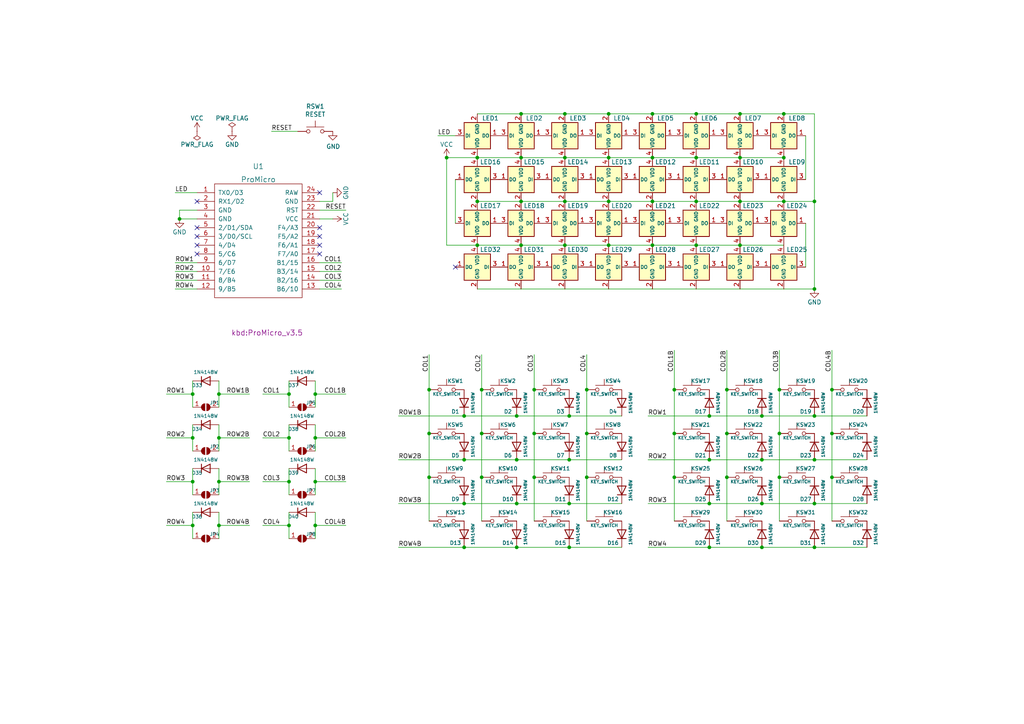
<source format=kicad_sch>
(kicad_sch (version 20211123) (generator eeschema)

  (uuid e63e39d7-6ac0-4ffd-8aa3-1841a4541b55)

  (paper "A4")

  (title_block
    (title "YUIOP32 Duplex Matrix")
    (date "2022-06-18")
    (rev "1")
    (company "KaoriYa")
  )

  (lib_symbols
    (symbol "Diode:1N4148W" (pin_numbers hide) (pin_names (offset 1.016) hide) (in_bom yes) (on_board yes)
      (property "Reference" "D" (id 0) (at 0 2.54 0)
        (effects (font (size 1.27 1.27)))
      )
      (property "Value" "1N4148W" (id 1) (at 0 -2.54 0)
        (effects (font (size 1.27 1.27)))
      )
      (property "Footprint" "Diode_SMD:D_SOD-123" (id 2) (at 0 -4.445 0)
        (effects (font (size 1.27 1.27)) hide)
      )
      (property "Datasheet" "https://www.vishay.com/docs/85748/1n4148w.pdf" (id 3) (at 0 0 0)
        (effects (font (size 1.27 1.27)) hide)
      )
      (property "ki_keywords" "diode" (id 4) (at 0 0 0)
        (effects (font (size 1.27 1.27)) hide)
      )
      (property "ki_description" "75V 0.15A Fast Switching Diode, SOD-123" (id 5) (at 0 0 0)
        (effects (font (size 1.27 1.27)) hide)
      )
      (property "ki_fp_filters" "D*SOD?123*" (id 6) (at 0 0 0)
        (effects (font (size 1.27 1.27)) hide)
      )
      (symbol "1N4148W_0_1"
        (polyline
          (pts
            (xy -1.27 1.27)
            (xy -1.27 -1.27)
          )
          (stroke (width 0.254) (type default) (color 0 0 0 0))
          (fill (type none))
        )
        (polyline
          (pts
            (xy 1.27 0)
            (xy -1.27 0)
          )
          (stroke (width 0) (type default) (color 0 0 0 0))
          (fill (type none))
        )
        (polyline
          (pts
            (xy 1.27 1.27)
            (xy 1.27 -1.27)
            (xy -1.27 0)
            (xy 1.27 1.27)
          )
          (stroke (width 0.254) (type default) (color 0 0 0 0))
          (fill (type none))
        )
      )
      (symbol "1N4148W_1_1"
        (pin passive line (at -3.81 0 0) (length 2.54)
          (name "K" (effects (font (size 1.27 1.27))))
          (number "1" (effects (font (size 1.27 1.27))))
        )
        (pin passive line (at 3.81 0 180) (length 2.54)
          (name "A" (effects (font (size 1.27 1.27))))
          (number "2" (effects (font (size 1.27 1.27))))
        )
      )
    )
    (symbol "Jumper:SolderJumper_2_Open" (pin_names (offset 0) hide) (in_bom yes) (on_board yes)
      (property "Reference" "JP" (id 0) (at 0 2.032 0)
        (effects (font (size 1.27 1.27)))
      )
      (property "Value" "SolderJumper_2_Open" (id 1) (at 0 -2.54 0)
        (effects (font (size 1.27 1.27)))
      )
      (property "Footprint" "" (id 2) (at 0 0 0)
        (effects (font (size 1.27 1.27)) hide)
      )
      (property "Datasheet" "~" (id 3) (at 0 0 0)
        (effects (font (size 1.27 1.27)) hide)
      )
      (property "ki_keywords" "solder jumper SPST" (id 4) (at 0 0 0)
        (effects (font (size 1.27 1.27)) hide)
      )
      (property "ki_description" "Solder Jumper, 2-pole, open" (id 5) (at 0 0 0)
        (effects (font (size 1.27 1.27)) hide)
      )
      (property "ki_fp_filters" "SolderJumper*Open*" (id 6) (at 0 0 0)
        (effects (font (size 1.27 1.27)) hide)
      )
      (symbol "SolderJumper_2_Open_0_1"
        (arc (start -0.254 1.016) (mid -1.27 0) (end -0.254 -1.016)
          (stroke (width 0) (type default) (color 0 0 0 0))
          (fill (type none))
        )
        (arc (start -0.254 1.016) (mid -1.27 0) (end -0.254 -1.016)
          (stroke (width 0) (type default) (color 0 0 0 0))
          (fill (type outline))
        )
        (polyline
          (pts
            (xy -0.254 1.016)
            (xy -0.254 -1.016)
          )
          (stroke (width 0) (type default) (color 0 0 0 0))
          (fill (type none))
        )
        (polyline
          (pts
            (xy 0.254 1.016)
            (xy 0.254 -1.016)
          )
          (stroke (width 0) (type default) (color 0 0 0 0))
          (fill (type none))
        )
        (arc (start 0.254 -1.016) (mid 1.27 0) (end 0.254 1.016)
          (stroke (width 0) (type default) (color 0 0 0 0))
          (fill (type none))
        )
        (arc (start 0.254 -1.016) (mid 1.27 0) (end 0.254 1.016)
          (stroke (width 0) (type default) (color 0 0 0 0))
          (fill (type outline))
        )
      )
      (symbol "SolderJumper_2_Open_1_1"
        (pin passive line (at -3.81 0 0) (length 2.54)
          (name "A" (effects (font (size 1.27 1.27))))
          (number "1" (effects (font (size 1.27 1.27))))
        )
        (pin passive line (at 3.81 0 180) (length 2.54)
          (name "B" (effects (font (size 1.27 1.27))))
          (number "2" (effects (font (size 1.27 1.27))))
        )
      )
    )
    (symbol "Switch:SW_Push" (pin_numbers hide) (pin_names (offset 1.016) hide) (in_bom yes) (on_board yes)
      (property "Reference" "SW" (id 0) (at 1.27 2.54 0)
        (effects (font (size 1.27 1.27)) (justify left))
      )
      (property "Value" "SW_Push" (id 1) (at 0 -1.524 0)
        (effects (font (size 1.27 1.27)))
      )
      (property "Footprint" "" (id 2) (at 0 5.08 0)
        (effects (font (size 1.27 1.27)) hide)
      )
      (property "Datasheet" "~" (id 3) (at 0 5.08 0)
        (effects (font (size 1.27 1.27)) hide)
      )
      (property "ki_keywords" "switch normally-open pushbutton push-button" (id 4) (at 0 0 0)
        (effects (font (size 1.27 1.27)) hide)
      )
      (property "ki_description" "Push button switch, generic, two pins" (id 5) (at 0 0 0)
        (effects (font (size 1.27 1.27)) hide)
      )
      (symbol "SW_Push_0_1"
        (circle (center -2.032 0) (radius 0.508)
          (stroke (width 0) (type default) (color 0 0 0 0))
          (fill (type none))
        )
        (polyline
          (pts
            (xy 0 1.27)
            (xy 0 3.048)
          )
          (stroke (width 0) (type default) (color 0 0 0 0))
          (fill (type none))
        )
        (polyline
          (pts
            (xy 2.54 1.27)
            (xy -2.54 1.27)
          )
          (stroke (width 0) (type default) (color 0 0 0 0))
          (fill (type none))
        )
        (circle (center 2.032 0) (radius 0.508)
          (stroke (width 0) (type default) (color 0 0 0 0))
          (fill (type none))
        )
        (pin passive line (at -5.08 0 0) (length 2.54)
          (name "1" (effects (font (size 1.27 1.27))))
          (number "1" (effects (font (size 1.27 1.27))))
        )
        (pin passive line (at 5.08 0 180) (length 2.54)
          (name "2" (effects (font (size 1.27 1.27))))
          (number "2" (effects (font (size 1.27 1.27))))
        )
      )
    )
    (symbol "kbd:ProMicro" (pin_names (offset 1.016)) (in_bom yes) (on_board yes)
      (property "Reference" "U" (id 0) (at 0 19.05 0)
        (effects (font (size 1.524 1.524)))
      )
      (property "Value" "ProMicro" (id 1) (at 0 -19.05 0)
        (effects (font (size 1.524 1.524)))
      )
      (property "Footprint" "" (id 2) (at 2.54 -26.67 0)
        (effects (font (size 1.524 1.524)))
      )
      (property "Datasheet" "" (id 3) (at 2.54 -26.67 0)
        (effects (font (size 1.524 1.524)))
      )
      (symbol "ProMicro_0_1"
        (rectangle (start -12.7 16.51) (end 12.7 -16.51)
          (stroke (width 0) (type default) (color 0 0 0 0))
          (fill (type none))
        )
      )
      (symbol "ProMicro_1_1"
        (pin bidirectional line (at -17.78 13.97 0) (length 5.08)
          (name "TX0/D3" (effects (font (size 1.27 1.27))))
          (number "1" (effects (font (size 1.27 1.27))))
        )
        (pin bidirectional line (at -17.78 -8.89 0) (length 5.08)
          (name "7/E6" (effects (font (size 1.27 1.27))))
          (number "10" (effects (font (size 1.27 1.27))))
        )
        (pin bidirectional line (at -17.78 -11.43 0) (length 5.08)
          (name "8/B4" (effects (font (size 1.27 1.27))))
          (number "11" (effects (font (size 1.27 1.27))))
        )
        (pin bidirectional line (at -17.78 -13.97 0) (length 5.08)
          (name "9/B5" (effects (font (size 1.27 1.27))))
          (number "12" (effects (font (size 1.27 1.27))))
        )
        (pin bidirectional line (at 17.78 -13.97 180) (length 5.08)
          (name "B6/10" (effects (font (size 1.27 1.27))))
          (number "13" (effects (font (size 1.27 1.27))))
        )
        (pin bidirectional line (at 17.78 -11.43 180) (length 5.08)
          (name "B2/16" (effects (font (size 1.27 1.27))))
          (number "14" (effects (font (size 1.27 1.27))))
        )
        (pin bidirectional line (at 17.78 -8.89 180) (length 5.08)
          (name "B3/14" (effects (font (size 1.27 1.27))))
          (number "15" (effects (font (size 1.27 1.27))))
        )
        (pin bidirectional line (at 17.78 -6.35 180) (length 5.08)
          (name "B1/15" (effects (font (size 1.27 1.27))))
          (number "16" (effects (font (size 1.27 1.27))))
        )
        (pin bidirectional line (at 17.78 -3.81 180) (length 5.08)
          (name "F7/A0" (effects (font (size 1.27 1.27))))
          (number "17" (effects (font (size 1.27 1.27))))
        )
        (pin bidirectional line (at 17.78 -1.27 180) (length 5.08)
          (name "F6/A1" (effects (font (size 1.27 1.27))))
          (number "18" (effects (font (size 1.27 1.27))))
        )
        (pin bidirectional line (at 17.78 1.27 180) (length 5.08)
          (name "F5/A2" (effects (font (size 1.27 1.27))))
          (number "19" (effects (font (size 1.27 1.27))))
        )
        (pin bidirectional line (at -17.78 11.43 0) (length 5.08)
          (name "RX1/D2" (effects (font (size 1.27 1.27))))
          (number "2" (effects (font (size 1.27 1.27))))
        )
        (pin bidirectional line (at 17.78 3.81 180) (length 5.08)
          (name "F4/A3" (effects (font (size 1.27 1.27))))
          (number "20" (effects (font (size 1.27 1.27))))
        )
        (pin power_in line (at 17.78 6.35 180) (length 5.08)
          (name "VCC" (effects (font (size 1.27 1.27))))
          (number "21" (effects (font (size 1.27 1.27))))
        )
        (pin input line (at 17.78 8.89 180) (length 5.08)
          (name "RST" (effects (font (size 1.27 1.27))))
          (number "22" (effects (font (size 1.27 1.27))))
        )
        (pin power_in line (at 17.78 11.43 180) (length 5.08)
          (name "GND" (effects (font (size 1.27 1.27))))
          (number "23" (effects (font (size 1.27 1.27))))
        )
        (pin power_out line (at 17.78 13.97 180) (length 5.08)
          (name "RAW" (effects (font (size 1.27 1.27))))
          (number "24" (effects (font (size 1.27 1.27))))
        )
        (pin power_in line (at -17.78 8.89 0) (length 5.08)
          (name "GND" (effects (font (size 1.27 1.27))))
          (number "3" (effects (font (size 1.27 1.27))))
        )
        (pin power_in line (at -17.78 6.35 0) (length 5.08)
          (name "GND" (effects (font (size 1.27 1.27))))
          (number "4" (effects (font (size 1.27 1.27))))
        )
        (pin bidirectional line (at -17.78 3.81 0) (length 5.08)
          (name "2/D1/SDA" (effects (font (size 1.27 1.27))))
          (number "5" (effects (font (size 1.27 1.27))))
        )
        (pin bidirectional line (at -17.78 1.27 0) (length 5.08)
          (name "3/D0/SCL" (effects (font (size 1.27 1.27))))
          (number "6" (effects (font (size 1.27 1.27))))
        )
        (pin bidirectional line (at -17.78 -1.27 0) (length 5.08)
          (name "4/D4" (effects (font (size 1.27 1.27))))
          (number "7" (effects (font (size 1.27 1.27))))
        )
        (pin bidirectional line (at -17.78 -3.81 0) (length 5.08)
          (name "5/C6" (effects (font (size 1.27 1.27))))
          (number "8" (effects (font (size 1.27 1.27))))
        )
        (pin bidirectional line (at -17.78 -6.35 0) (length 5.08)
          (name "6/D7" (effects (font (size 1.27 1.27))))
          (number "9" (effects (font (size 1.27 1.27))))
        )
      )
    )
    (symbol "power:GND" (power) (pin_names (offset 0)) (in_bom yes) (on_board yes)
      (property "Reference" "#PWR" (id 0) (at 0 -6.35 0)
        (effects (font (size 1.27 1.27)) hide)
      )
      (property "Value" "GND" (id 1) (at 0 -3.81 0)
        (effects (font (size 1.27 1.27)))
      )
      (property "Footprint" "" (id 2) (at 0 0 0)
        (effects (font (size 1.27 1.27)) hide)
      )
      (property "Datasheet" "" (id 3) (at 0 0 0)
        (effects (font (size 1.27 1.27)) hide)
      )
      (property "ki_keywords" "power-flag" (id 4) (at 0 0 0)
        (effects (font (size 1.27 1.27)) hide)
      )
      (property "ki_description" "Power symbol creates a global label with name \"GND\" , ground" (id 5) (at 0 0 0)
        (effects (font (size 1.27 1.27)) hide)
      )
      (symbol "GND_0_1"
        (polyline
          (pts
            (xy 0 0)
            (xy 0 -1.27)
            (xy 1.27 -1.27)
            (xy 0 -2.54)
            (xy -1.27 -1.27)
            (xy 0 -1.27)
          )
          (stroke (width 0) (type default) (color 0 0 0 0))
          (fill (type none))
        )
      )
      (symbol "GND_1_1"
        (pin power_in line (at 0 0 270) (length 0) hide
          (name "GND" (effects (font (size 1.27 1.27))))
          (number "1" (effects (font (size 1.27 1.27))))
        )
      )
    )
    (symbol "power:PWR_FLAG" (power) (pin_numbers hide) (pin_names (offset 0) hide) (in_bom yes) (on_board yes)
      (property "Reference" "#FLG" (id 0) (at 0 1.905 0)
        (effects (font (size 1.27 1.27)) hide)
      )
      (property "Value" "PWR_FLAG" (id 1) (at 0 3.81 0)
        (effects (font (size 1.27 1.27)))
      )
      (property "Footprint" "" (id 2) (at 0 0 0)
        (effects (font (size 1.27 1.27)) hide)
      )
      (property "Datasheet" "~" (id 3) (at 0 0 0)
        (effects (font (size 1.27 1.27)) hide)
      )
      (property "ki_keywords" "power-flag" (id 4) (at 0 0 0)
        (effects (font (size 1.27 1.27)) hide)
      )
      (property "ki_description" "Special symbol for telling ERC where power comes from" (id 5) (at 0 0 0)
        (effects (font (size 1.27 1.27)) hide)
      )
      (symbol "PWR_FLAG_0_0"
        (pin power_out line (at 0 0 90) (length 0)
          (name "pwr" (effects (font (size 1.27 1.27))))
          (number "1" (effects (font (size 1.27 1.27))))
        )
      )
      (symbol "PWR_FLAG_0_1"
        (polyline
          (pts
            (xy 0 0)
            (xy 0 1.27)
            (xy -1.016 1.905)
            (xy 0 2.54)
            (xy 1.016 1.905)
            (xy 0 1.27)
          )
          (stroke (width 0) (type default) (color 0 0 0 0))
          (fill (type none))
        )
      )
    )
    (symbol "power:VCC" (power) (pin_names (offset 0)) (in_bom yes) (on_board yes)
      (property "Reference" "#PWR" (id 0) (at 0 -3.81 0)
        (effects (font (size 1.27 1.27)) hide)
      )
      (property "Value" "VCC" (id 1) (at 0 3.81 0)
        (effects (font (size 1.27 1.27)))
      )
      (property "Footprint" "" (id 2) (at 0 0 0)
        (effects (font (size 1.27 1.27)) hide)
      )
      (property "Datasheet" "" (id 3) (at 0 0 0)
        (effects (font (size 1.27 1.27)) hide)
      )
      (property "ki_keywords" "power-flag" (id 4) (at 0 0 0)
        (effects (font (size 1.27 1.27)) hide)
      )
      (property "ki_description" "Power symbol creates a global label with name \"VCC\"" (id 5) (at 0 0 0)
        (effects (font (size 1.27 1.27)) hide)
      )
      (symbol "VCC_0_1"
        (polyline
          (pts
            (xy -0.762 1.27)
            (xy 0 2.54)
          )
          (stroke (width 0) (type default) (color 0 0 0 0))
          (fill (type none))
        )
        (polyline
          (pts
            (xy 0 0)
            (xy 0 2.54)
          )
          (stroke (width 0) (type default) (color 0 0 0 0))
          (fill (type none))
        )
        (polyline
          (pts
            (xy 0 2.54)
            (xy 0.762 1.27)
          )
          (stroke (width 0) (type default) (color 0 0 0 0))
          (fill (type none))
        )
      )
      (symbol "VCC_1_1"
        (pin power_in line (at 0 0 90) (length 0) hide
          (name "VCC" (effects (font (size 1.27 1.27))))
          (number "1" (effects (font (size 1.27 1.27))))
        )
      )
    )
    (symbol "yuiop:WS2812C-2020" (pin_names (offset 0.254)) (in_bom yes) (on_board yes)
      (property "Reference" "LED" (id 0) (at 0.635 5.08 0)
        (effects (font (size 1.27 1.27)) (justify left))
      )
      (property "Value" "WS2812C-2020" (id 1) (at 0 -3.81 0)
        (effects (font (size 0.7874 0.7874)) hide)
      )
      (property "Footprint" "" (id 2) (at 1.27 -7.62 0)
        (effects (font (size 1.27 1.27)) (justify left top) hide)
      )
      (property "Datasheet" "https://akizukidenshi.com/download/ds/worldsemi/ws2812c-2020.pdf" (id 3) (at 2.54 -9.525 0)
        (effects (font (size 1.27 1.27)) (justify left top) hide)
      )
      (property "ki_keywords" "RGB LED NeoPixel addressable" (id 4) (at 0 0 0)
        (effects (font (size 1.27 1.27)) hide)
      )
      (property "ki_description" "RGB LED with integrated controller in 2.0mm x 2.0mm" (id 5) (at 0 0 0)
        (effects (font (size 1.27 1.27)) hide)
      )
      (property "ki_fp_filters" "LED*WS2812*PLCC*5.0x5.0mm*P3.2mm*" (id 6) (at 0 0 0)
        (effects (font (size 1.27 1.27)) hide)
      )
      (symbol "WS2812C-2020_0_1"
        (rectangle (start 3.81 3.81) (end -3.81 -3.81)
          (stroke (width 0.254) (type default) (color 0 0 0 0))
          (fill (type background))
        )
      )
      (symbol "WS2812C-2020_1_1"
        (pin output line (at -6.35 0 0) (length 2.54)
          (name "DO" (effects (font (size 0.9906 0.9906))))
          (number "1" (effects (font (size 1.27 1.27))))
        )
        (pin power_in line (at 0 -6.35 90) (length 2.54)
          (name "GND" (effects (font (size 0.9906 0.9906))))
          (number "2" (effects (font (size 1.27 1.27))))
        )
        (pin input line (at 6.35 0 180) (length 2.54)
          (name "DI" (effects (font (size 0.9906 0.9906))))
          (number "3" (effects (font (size 1.27 1.27))))
        )
        (pin power_in line (at 0 6.35 270) (length 2.54)
          (name "VDD" (effects (font (size 0.9906 0.9906))))
          (number "4" (effects (font (size 1.27 1.27))))
        )
      )
    )
  )

  (junction (at 63.5 152.4) (diameter 0) (color 0 0 0 0)
    (uuid 02dcb026-e81c-45f5-825a-917b9ae3aa07)
  )
  (junction (at 124.46 138.43) (diameter 0) (color 0 0 0 0)
    (uuid 11739269-79a4-4949-b2a5-fb5fdda3513d)
  )
  (junction (at 129.54 45.72) (diameter 0) (color 0 0 0 0)
    (uuid 122f4a87-93d8-4209-85b8-e956e33d1b1a)
  )
  (junction (at 201.93 71.12) (diameter 0) (color 0 0 0 0)
    (uuid 13609b42-b8b6-4e4b-8d8f-0345b5edff5b)
  )
  (junction (at 210.82 125.73) (diameter 0) (color 0 0 0 0)
    (uuid 1d772949-2a53-4135-862b-feedcf9281c4)
  )
  (junction (at 91.44 114.3) (diameter 0) (color 0 0 0 0)
    (uuid 1ffb3d89-2a24-477c-975a-0032c294097c)
  )
  (junction (at 139.7 138.43) (diameter 0) (color 0 0 0 0)
    (uuid 218a0020-e16d-4cf3-aa4e-25a5fcdec565)
  )
  (junction (at 189.23 71.12) (diameter 0) (color 0 0 0 0)
    (uuid 218cf6b4-c79c-4f8e-a5c0-b39ad3c94d8e)
  )
  (junction (at 55.88 127) (diameter 0) (color 0 0 0 0)
    (uuid 24af4eab-bd7f-4774-84fd-d08ce0d490c8)
  )
  (junction (at 151.13 71.12) (diameter 0) (color 0 0 0 0)
    (uuid 24cb4e63-7b75-4f9f-a71a-22e905df40c7)
  )
  (junction (at 83.82 127) (diameter 0) (color 0 0 0 0)
    (uuid 27f4b413-9b42-4060-8a7c-a508986a79fb)
  )
  (junction (at 163.83 71.12) (diameter 0) (color 0 0 0 0)
    (uuid 29bc2bac-1b3b-42d8-a504-88cd23eda090)
  )
  (junction (at 138.43 45.72) (diameter 0) (color 0 0 0 0)
    (uuid 29e1c4b4-532f-4cb0-9465-7d4e24484745)
  )
  (junction (at 176.53 45.72) (diameter 0) (color 0 0 0 0)
    (uuid 2d398447-a0b4-4b1f-97b7-eb84295366df)
  )
  (junction (at 149.86 158.75) (diameter 0) (color 0 0 0 0)
    (uuid 2e0e45a6-4e6b-483e-bf5c-aa7ad3405a90)
  )
  (junction (at 220.98 158.75) (diameter 0) (color 0 0 0 0)
    (uuid 2e30686a-9109-458b-9d30-60cc7985c360)
  )
  (junction (at 134.62 120.65) (diameter 0) (color 0 0 0 0)
    (uuid 2f80143b-6c34-4ab9-944d-3aa9943a080e)
  )
  (junction (at 236.22 146.05) (diameter 0) (color 0 0 0 0)
    (uuid 2ffe2872-88b6-4c9a-bbff-03172308885f)
  )
  (junction (at 227.33 58.42) (diameter 0) (color 0 0 0 0)
    (uuid 33f94985-b80f-4a72-aed8-f4dbb73a9ffc)
  )
  (junction (at 176.53 71.12) (diameter 0) (color 0 0 0 0)
    (uuid 37b906e0-23fb-4f8d-b3c5-4d7ee5f2e219)
  )
  (junction (at 227.33 33.02) (diameter 0) (color 0 0 0 0)
    (uuid 37e83ec2-d4c1-4b64-a741-546ec4c5d910)
  )
  (junction (at 189.23 58.42) (diameter 0) (color 0 0 0 0)
    (uuid 3b34736a-01bf-4e56-a6cf-61d99b384496)
  )
  (junction (at 149.86 133.35) (diameter 0) (color 0 0 0 0)
    (uuid 3cc59e7e-161f-4b66-a275-319f1f69a0d4)
  )
  (junction (at 241.3 113.03) (diameter 0) (color 0 0 0 0)
    (uuid 3f64916c-a750-415b-addd-50e9066a90f2)
  )
  (junction (at 214.63 33.02) (diameter 0) (color 0 0 0 0)
    (uuid 40d58d53-7bf8-4090-998c-97aba278e32c)
  )
  (junction (at 170.18 113.03) (diameter 0) (color 0 0 0 0)
    (uuid 42ae5d1f-64fd-4625-a608-3d45df413eaa)
  )
  (junction (at 91.44 127) (diameter 0) (color 0 0 0 0)
    (uuid 4b723656-fa42-4fa8-a786-6c731a6de25e)
  )
  (junction (at 151.13 45.72) (diameter 0) (color 0 0 0 0)
    (uuid 526a3a22-74cf-406e-a5ae-602bdfbf046e)
  )
  (junction (at 52.07 63.5) (diameter 0) (color 0 0 0 0)
    (uuid 56fff9af-a71e-4c0d-a32c-71afa37e86c3)
  )
  (junction (at 91.44 152.4) (diameter 0) (color 0 0 0 0)
    (uuid 584d6f65-0678-4386-a3a1-7e994119dbb0)
  )
  (junction (at 220.98 146.05) (diameter 0) (color 0 0 0 0)
    (uuid 597c44a3-437e-4885-9b4e-bb46eabe27c9)
  )
  (junction (at 214.63 45.72) (diameter 0) (color 0 0 0 0)
    (uuid 6105cf70-a942-45a5-be87-705a6d8c88a9)
  )
  (junction (at 154.94 125.73) (diameter 0) (color 0 0 0 0)
    (uuid 61da0cee-4784-4f6e-9fcc-213b1e547196)
  )
  (junction (at 226.06 138.43) (diameter 0) (color 0 0 0 0)
    (uuid 6cc5204b-ce5c-419b-81d2-27e2b2f3899c)
  )
  (junction (at 201.93 58.42) (diameter 0) (color 0 0 0 0)
    (uuid 6e0b161c-9ed6-4dd1-9da6-1dfd53dc8b38)
  )
  (junction (at 210.82 113.03) (diameter 0) (color 0 0 0 0)
    (uuid 704e09f6-2b7a-4115-876e-faf3a56509d8)
  )
  (junction (at 205.74 158.75) (diameter 0) (color 0 0 0 0)
    (uuid 71ea1f51-7e5f-44d4-aeca-f98a0ba00d8f)
  )
  (junction (at 134.62 158.75) (diameter 0) (color 0 0 0 0)
    (uuid 72e016d5-33ec-416e-81f0-1cd025145707)
  )
  (junction (at 201.93 33.02) (diameter 0) (color 0 0 0 0)
    (uuid 7324e07b-af88-4af5-952b-6cdc3f8d8d5f)
  )
  (junction (at 189.23 33.02) (diameter 0) (color 0 0 0 0)
    (uuid 73c4f4c5-b9db-4023-b4aa-3b29976f5fab)
  )
  (junction (at 220.98 133.35) (diameter 0) (color 0 0 0 0)
    (uuid 75bef48a-1b13-4ec7-98e4-85880b80e90c)
  )
  (junction (at 201.93 45.72) (diameter 0) (color 0 0 0 0)
    (uuid 7a81aadc-036a-4a8c-aa99-73a8c8f82b8f)
  )
  (junction (at 227.33 45.72) (diameter 0) (color 0 0 0 0)
    (uuid 7aaf7d32-bbb5-4484-9dfe-630f969b1137)
  )
  (junction (at 163.83 58.42) (diameter 0) (color 0 0 0 0)
    (uuid 7e28e036-a5d4-4c7c-b59e-a2859facf522)
  )
  (junction (at 124.46 125.73) (diameter 0) (color 0 0 0 0)
    (uuid 7e293f86-1b12-466f-b76a-4ca44e179087)
  )
  (junction (at 134.62 133.35) (diameter 0) (color 0 0 0 0)
    (uuid 7eec4678-5ef0-410d-ae56-c7b234541f99)
  )
  (junction (at 241.3 138.43) (diameter 0) (color 0 0 0 0)
    (uuid 81b4104a-4018-4c24-95bc-4f9ce74bb572)
  )
  (junction (at 151.13 33.02) (diameter 0) (color 0 0 0 0)
    (uuid 81f78ac4-ffe6-45ee-a8eb-034c16c4a8fb)
  )
  (junction (at 210.82 138.43) (diameter 0) (color 0 0 0 0)
    (uuid 825ad7ee-c43a-4f61-9acc-d39fc1a1ebc8)
  )
  (junction (at 236.22 158.75) (diameter 0) (color 0 0 0 0)
    (uuid 8472ad17-a120-4183-b566-f9bcf28fd397)
  )
  (junction (at 138.43 58.42) (diameter 0) (color 0 0 0 0)
    (uuid 876cb6ef-6d51-4731-98fe-10e699f0b307)
  )
  (junction (at 165.1 133.35) (diameter 0) (color 0 0 0 0)
    (uuid 8955f822-b133-499b-b1c2-1204e335a03e)
  )
  (junction (at 226.06 125.73) (diameter 0) (color 0 0 0 0)
    (uuid 8a263d71-ecbb-4bc3-a9ad-eceb85cad54c)
  )
  (junction (at 138.43 71.12) (diameter 0) (color 0 0 0 0)
    (uuid 8a448df2-9664-4b91-ab19-673a6239c622)
  )
  (junction (at 63.5 127) (diameter 0) (color 0 0 0 0)
    (uuid 8b3c7d5e-7406-4d4c-a123-53e07552015d)
  )
  (junction (at 236.22 58.42) (diameter 0) (color 0 0 0 0)
    (uuid 8c66bd07-5baa-4778-8f9b-39fb1396222e)
  )
  (junction (at 154.94 113.03) (diameter 0) (color 0 0 0 0)
    (uuid 8cc279ce-abab-47ef-a060-c84d806ede8e)
  )
  (junction (at 149.86 146.05) (diameter 0) (color 0 0 0 0)
    (uuid 8e18de27-376f-4310-8b91-406fcc45095f)
  )
  (junction (at 165.1 146.05) (diameter 0) (color 0 0 0 0)
    (uuid 8e2dd946-8154-4c38-8703-fa8625d9005d)
  )
  (junction (at 176.53 58.42) (diameter 0) (color 0 0 0 0)
    (uuid 8fe8858b-58ff-4afe-b96d-57d5947d7eb2)
  )
  (junction (at 195.58 138.43) (diameter 0) (color 0 0 0 0)
    (uuid 91825aa2-1afd-433b-a507-7733aa1bd75b)
  )
  (junction (at 163.83 45.72) (diameter 0) (color 0 0 0 0)
    (uuid 926a0d81-643b-4b0b-b95f-b8db939d1ecd)
  )
  (junction (at 226.06 113.03) (diameter 0) (color 0 0 0 0)
    (uuid 95bdb67d-6e28-46c6-b040-68d1c9962cc0)
  )
  (junction (at 83.82 139.7) (diameter 0) (color 0 0 0 0)
    (uuid 9854da74-194f-4661-9079-497f6819e2d4)
  )
  (junction (at 149.86 120.65) (diameter 0) (color 0 0 0 0)
    (uuid 993991a5-6e69-4fa9-babc-02c991109899)
  )
  (junction (at 83.82 152.4) (diameter 0) (color 0 0 0 0)
    (uuid 9a8bcbbb-5f14-4468-b43e-618db504579a)
  )
  (junction (at 176.53 33.02) (diameter 0) (color 0 0 0 0)
    (uuid a1820c34-c32a-4036-83fa-b439dbd797af)
  )
  (junction (at 205.74 146.05) (diameter 0) (color 0 0 0 0)
    (uuid a866f0ca-9fff-44da-9b18-d6af38466c41)
  )
  (junction (at 236.22 120.65) (diameter 0) (color 0 0 0 0)
    (uuid a9e082bc-a8cf-428c-8444-fda6d57b3ebc)
  )
  (junction (at 236.22 83.82) (diameter 0) (color 0 0 0 0)
    (uuid aafb48ba-e7c1-431e-9a2b-291ca3f22d51)
  )
  (junction (at 134.62 146.05) (diameter 0) (color 0 0 0 0)
    (uuid acd55a43-bc8f-428a-9eef-9b495247dffd)
  )
  (junction (at 163.83 33.02) (diameter 0) (color 0 0 0 0)
    (uuid b135079b-0207-41f6-a211-b63cc1387baa)
  )
  (junction (at 55.88 152.4) (diameter 0) (color 0 0 0 0)
    (uuid b3c21e4c-dfef-4d20-920e-de2a54312160)
  )
  (junction (at 139.7 113.03) (diameter 0) (color 0 0 0 0)
    (uuid b5f3688c-9a7a-4a04-ae9a-b3e718b4dbaf)
  )
  (junction (at 220.98 120.65) (diameter 0) (color 0 0 0 0)
    (uuid b7cac432-b88b-4e5e-bc2e-8a775e9abc94)
  )
  (junction (at 165.1 158.75) (diameter 0) (color 0 0 0 0)
    (uuid b9e11823-20f5-4208-9fc4-f1bce6e9ea87)
  )
  (junction (at 170.18 138.43) (diameter 0) (color 0 0 0 0)
    (uuid ba0d3380-9a63-4bc2-9e63-18b312114e91)
  )
  (junction (at 205.74 120.65) (diameter 0) (color 0 0 0 0)
    (uuid bc9c8b1f-34d1-4419-888e-8a0c9387c892)
  )
  (junction (at 83.82 114.3) (diameter 0) (color 0 0 0 0)
    (uuid bf80fdbf-40ae-4e50-8d49-77e416b4d358)
  )
  (junction (at 151.13 58.42) (diameter 0) (color 0 0 0 0)
    (uuid c2b57e4b-d9c9-418e-a546-85cc374fb500)
  )
  (junction (at 170.18 125.73) (diameter 0) (color 0 0 0 0)
    (uuid c525d95b-020d-488e-a052-c42786b9128d)
  )
  (junction (at 165.1 120.65) (diameter 0) (color 0 0 0 0)
    (uuid c58016d8-ae66-4cc5-b123-1408fe3a92ea)
  )
  (junction (at 139.7 125.73) (diameter 0) (color 0 0 0 0)
    (uuid cae76b30-370f-4bae-8f1b-e1392ce0e15a)
  )
  (junction (at 205.74 133.35) (diameter 0) (color 0 0 0 0)
    (uuid cbc6ccec-590e-48df-acf6-2cb588f81f4d)
  )
  (junction (at 214.63 58.42) (diameter 0) (color 0 0 0 0)
    (uuid ccbd5851-039b-487d-bd46-8d380eca8518)
  )
  (junction (at 55.88 114.3) (diameter 0) (color 0 0 0 0)
    (uuid ce900c8d-fffc-4db9-b8a2-67d5251fa03d)
  )
  (junction (at 63.5 114.3) (diameter 0) (color 0 0 0 0)
    (uuid cfdbdfe8-6f1e-4deb-b740-71f172dbffd1)
  )
  (junction (at 241.3 125.73) (diameter 0) (color 0 0 0 0)
    (uuid d1918cae-03a1-483b-b6df-b1319e38cf09)
  )
  (junction (at 55.88 139.7) (diameter 0) (color 0 0 0 0)
    (uuid d8f8abd1-528b-441f-9933-70b566445bad)
  )
  (junction (at 189.23 45.72) (diameter 0) (color 0 0 0 0)
    (uuid de62f317-044a-4a91-9a56-3d0e3d08e7d9)
  )
  (junction (at 63.5 139.7) (diameter 0) (color 0 0 0 0)
    (uuid e3afb022-1051-49b4-a731-606c3e40eb91)
  )
  (junction (at 195.58 113.03) (diameter 0) (color 0 0 0 0)
    (uuid ec9304d6-1710-4db0-9f27-d1e81a11416f)
  )
  (junction (at 195.58 125.73) (diameter 0) (color 0 0 0 0)
    (uuid ed692c7a-a7d1-4b2a-9db5-c88b73400e2f)
  )
  (junction (at 154.94 138.43) (diameter 0) (color 0 0 0 0)
    (uuid f3410ea9-0302-4e79-bd50-f50545db49f7)
  )
  (junction (at 124.46 113.03) (diameter 0) (color 0 0 0 0)
    (uuid f384f02e-c98c-490b-926a-621cace128a0)
  )
  (junction (at 236.22 133.35) (diameter 0) (color 0 0 0 0)
    (uuid f5d02763-b712-49f7-9fe8-c07f4dc15941)
  )
  (junction (at 91.44 139.7) (diameter 0) (color 0 0 0 0)
    (uuid f8d8f17b-cea0-4380-bd37-887cb4040ef8)
  )
  (junction (at 214.63 71.12) (diameter 0) (color 0 0 0 0)
    (uuid fb038644-288f-4867-a7d7-ad4d1465d972)
  )

  (no_connect (at 132.08 77.47) (uuid 6f68b3ae-349a-48da-9caf-86f6ba5de692))
  (no_connect (at 92.71 71.12) (uuid 918eede2-f047-4658-8121-703aecd8c43e))
  (no_connect (at 92.71 73.66) (uuid 918eede2-f047-4658-8121-703aecd8c43e))
  (no_connect (at 92.71 68.58) (uuid 918eede2-f047-4658-8121-703aecd8c43e))
  (no_connect (at 57.15 66.04) (uuid 918eede2-f047-4658-8121-703aecd8c43e))
  (no_connect (at 57.15 73.66) (uuid 918eede2-f047-4658-8121-703aecd8c43e))
  (no_connect (at 57.15 71.12) (uuid 918eede2-f047-4658-8121-703aecd8c43e))
  (no_connect (at 57.15 68.58) (uuid 918eede2-f047-4658-8121-703aecd8c43e))
  (no_connect (at 57.15 58.42) (uuid 918eede2-f047-4658-8121-703aecd8c43e))
  (no_connect (at 92.71 55.88) (uuid 918eede2-f047-4658-8121-703aecd8c43e))
  (no_connect (at 92.71 66.04) (uuid 918eede2-f047-4658-8121-703aecd8c43e))

  (wire (pts (xy 165.1 146.05) (xy 180.34 146.05))
    (stroke (width 0) (type default) (color 0 0 0 0))
    (uuid 00c72990-2c2f-46d9-95be-83515d999c30)
  )
  (wire (pts (xy 149.86 133.35) (xy 165.1 133.35))
    (stroke (width 0) (type default) (color 0 0 0 0))
    (uuid 019be0e0-1606-4cdc-aacb-babf4cd4c73a)
  )
  (wire (pts (xy 63.5 114.3) (xy 63.5 118.11))
    (stroke (width 0) (type default) (color 0 0 0 0))
    (uuid 023b2432-47f3-470a-9b38-f2088a38f9bf)
  )
  (wire (pts (xy 241.3 125.73) (xy 241.3 138.43))
    (stroke (width 0) (type default) (color 0 0 0 0))
    (uuid 0764b255-4150-4e98-a9ae-427bc1429a30)
  )
  (wire (pts (xy 55.88 152.4) (xy 55.88 156.21))
    (stroke (width 0) (type default) (color 0 0 0 0))
    (uuid 08ec9d9a-da92-41be-aca8-69b540687813)
  )
  (wire (pts (xy 63.5 152.4) (xy 63.5 156.21))
    (stroke (width 0) (type default) (color 0 0 0 0))
    (uuid 0a91ff3a-2aa9-4c51-a035-27e0db418b13)
  )
  (wire (pts (xy 83.82 139.7) (xy 83.82 135.89))
    (stroke (width 0) (type default) (color 0 0 0 0))
    (uuid 0bb5f4b7-bfce-4edf-9c75-ebbbfd70eadd)
  )
  (wire (pts (xy 170.18 138.43) (xy 170.18 151.13))
    (stroke (width 0) (type default) (color 0 0 0 0))
    (uuid 0bdff0ca-f61f-4082-9396-7bc6687b042a)
  )
  (wire (pts (xy 127 39.37) (xy 132.08 39.37))
    (stroke (width 0) (type default) (color 0 0 0 0))
    (uuid 0d05a4ae-a79c-4047-98b7-6928801b6169)
  )
  (wire (pts (xy 138.43 58.42) (xy 151.13 58.42))
    (stroke (width 0) (type default) (color 0 0 0 0))
    (uuid 0de37778-93bf-4906-ad19-20eb14a33fc9)
  )
  (wire (pts (xy 55.88 139.7) (xy 55.88 135.89))
    (stroke (width 0) (type default) (color 0 0 0 0))
    (uuid 0e13edc3-1a57-45b5-92ed-e66d3ac7aea2)
  )
  (wire (pts (xy 124.46 113.03) (xy 124.46 125.73))
    (stroke (width 0) (type default) (color 0 0 0 0))
    (uuid 0eb5b542-5590-4e5a-9f5c-806bedfa0f99)
  )
  (wire (pts (xy 170.18 113.03) (xy 170.18 125.73))
    (stroke (width 0) (type default) (color 0 0 0 0))
    (uuid 0ed7d1ad-dd26-4ae5-87e6-d991380bbc4f)
  )
  (wire (pts (xy 220.98 146.05) (xy 236.22 146.05))
    (stroke (width 0) (type default) (color 0 0 0 0))
    (uuid 0fb4abbe-7957-4bad-8755-c7f20762fef8)
  )
  (wire (pts (xy 176.53 45.72) (xy 189.23 45.72))
    (stroke (width 0) (type default) (color 0 0 0 0))
    (uuid 112a07ff-3625-4466-8283-b635311a23b3)
  )
  (wire (pts (xy 195.58 113.03) (xy 195.58 125.73))
    (stroke (width 0) (type default) (color 0 0 0 0))
    (uuid 113165c0-6a10-4f77-b07f-a52621b504a3)
  )
  (wire (pts (xy 151.13 33.02) (xy 138.43 33.02))
    (stroke (width 0) (type default) (color 0 0 0 0))
    (uuid 1137356d-ad64-49cf-8d3b-e7e4d3d9b7ce)
  )
  (wire (pts (xy 149.86 120.65) (xy 165.1 120.65))
    (stroke (width 0) (type default) (color 0 0 0 0))
    (uuid 11dc595c-ba0c-42ff-8cd6-2f8dfa033ea5)
  )
  (wire (pts (xy 63.5 123.19) (xy 63.5 127))
    (stroke (width 0) (type default) (color 0 0 0 0))
    (uuid 12347279-f85c-402f-bf11-d02d846c8438)
  )
  (wire (pts (xy 138.43 83.82) (xy 236.22 83.82))
    (stroke (width 0) (type default) (color 0 0 0 0))
    (uuid 126672d8-9faf-43e2-a5bc-98295977bc16)
  )
  (wire (pts (xy 63.5 127) (xy 63.5 130.81))
    (stroke (width 0) (type default) (color 0 0 0 0))
    (uuid 129141d0-a650-4379-a626-f9d88e913e33)
  )
  (wire (pts (xy 226.06 113.03) (xy 226.06 125.73))
    (stroke (width 0) (type default) (color 0 0 0 0))
    (uuid 1384df93-35f2-49f5-a729-2eee14fa8253)
  )
  (wire (pts (xy 83.82 139.7) (xy 83.82 143.51))
    (stroke (width 0) (type default) (color 0 0 0 0))
    (uuid 13bfdeaf-8476-412a-bce9-2f38ad7a33ff)
  )
  (wire (pts (xy 92.71 63.5) (xy 96.52 63.5))
    (stroke (width 0) (type default) (color 0 0 0 0))
    (uuid 140441dc-a78e-43a3-b980-d31b0217610d)
  )
  (wire (pts (xy 63.5 110.49) (xy 63.5 114.3))
    (stroke (width 0) (type default) (color 0 0 0 0))
    (uuid 16474e6a-a3d1-46bf-8f0e-a44e855deda5)
  )
  (wire (pts (xy 63.5 139.7) (xy 72.39 139.7))
    (stroke (width 0) (type default) (color 0 0 0 0))
    (uuid 17384450-74c1-40f8-b6f9-4c3f0a435a3d)
  )
  (wire (pts (xy 129.54 45.72) (xy 138.43 45.72))
    (stroke (width 0) (type default) (color 0 0 0 0))
    (uuid 1773ed9f-c6d7-4828-a4b5-7311362ce33e)
  )
  (wire (pts (xy 96.52 58.42) (xy 92.71 58.42))
    (stroke (width 0) (type default) (color 0 0 0 0))
    (uuid 19217d8b-6961-4777-a37d-421ad27fa9d3)
  )
  (wire (pts (xy 115.57 120.65) (xy 134.62 120.65))
    (stroke (width 0) (type default) (color 0 0 0 0))
    (uuid 212cfe82-5d27-4fcc-887a-e46bb20a8321)
  )
  (wire (pts (xy 92.71 76.2) (xy 99.06 76.2))
    (stroke (width 0) (type default) (color 0 0 0 0))
    (uuid 21b09ff5-a683-4409-a6be-32f2142d9b81)
  )
  (wire (pts (xy 154.94 113.03) (xy 154.94 125.73))
    (stroke (width 0) (type default) (color 0 0 0 0))
    (uuid 2662ac29-5bcf-4632-b329-d49f61ca54aa)
  )
  (wire (pts (xy 236.22 83.82) (xy 236.22 58.42))
    (stroke (width 0) (type default) (color 0 0 0 0))
    (uuid 274d5edb-dd53-4fba-bf14-2b4047a9bcd2)
  )
  (wire (pts (xy 176.53 33.02) (xy 163.83 33.02))
    (stroke (width 0) (type default) (color 0 0 0 0))
    (uuid 274d61c0-0b8c-4bcc-86bc-2d27afb1c6e6)
  )
  (wire (pts (xy 91.44 127) (xy 91.44 130.81))
    (stroke (width 0) (type default) (color 0 0 0 0))
    (uuid 27753f88-1c20-4f3b-bac7-b2b6b95b5d9b)
  )
  (wire (pts (xy 91.44 152.4) (xy 100.33 152.4))
    (stroke (width 0) (type default) (color 0 0 0 0))
    (uuid 291ceca3-8564-4aca-8e0f-09f29d8dd014)
  )
  (wire (pts (xy 50.8 81.28) (xy 57.15 81.28))
    (stroke (width 0) (type default) (color 0 0 0 0))
    (uuid 2b12e5d0-b61b-488e-898c-894092f9956c)
  )
  (wire (pts (xy 154.94 125.73) (xy 154.94 138.43))
    (stroke (width 0) (type default) (color 0 0 0 0))
    (uuid 2c2007d7-273c-4c01-983d-2dd90a4f3298)
  )
  (wire (pts (xy 205.74 146.05) (xy 220.98 146.05))
    (stroke (width 0) (type default) (color 0 0 0 0))
    (uuid 2d470d78-7a22-45f7-afa5-ae8a6d7982b5)
  )
  (wire (pts (xy 92.71 83.82) (xy 99.06 83.82))
    (stroke (width 0) (type default) (color 0 0 0 0))
    (uuid 2da899f1-7f16-4380-ac3f-a6c2528f173c)
  )
  (wire (pts (xy 170.18 102.87) (xy 170.18 113.03))
    (stroke (width 0) (type default) (color 0 0 0 0))
    (uuid 2f02e27e-d2b1-4c50-ba0a-4894e49cad0a)
  )
  (wire (pts (xy 236.22 58.42) (xy 236.22 33.02))
    (stroke (width 0) (type default) (color 0 0 0 0))
    (uuid 2fb9fcf4-b157-4d3c-aec2-bbebbb6bc1e7)
  )
  (wire (pts (xy 48.26 114.3) (xy 55.88 114.3))
    (stroke (width 0) (type default) (color 0 0 0 0))
    (uuid 3560a62c-0e1a-4a83-a37a-3240c6020af5)
  )
  (wire (pts (xy 236.22 120.65) (xy 251.46 120.65))
    (stroke (width 0) (type default) (color 0 0 0 0))
    (uuid 35d00dcf-b1a0-4476-9822-e1c05d323eb3)
  )
  (wire (pts (xy 236.22 33.02) (xy 227.33 33.02))
    (stroke (width 0) (type default) (color 0 0 0 0))
    (uuid 38232f34-9350-4b1a-aaaa-871a2b5db5fe)
  )
  (wire (pts (xy 241.3 113.03) (xy 241.3 125.73))
    (stroke (width 0) (type default) (color 0 0 0 0))
    (uuid 384331c6-7bd5-4b47-8a46-fc140ac5813b)
  )
  (wire (pts (xy 63.5 135.89) (xy 63.5 139.7))
    (stroke (width 0) (type default) (color 0 0 0 0))
    (uuid 3b97a745-89c6-462e-a808-f59280ed7ffa)
  )
  (wire (pts (xy 78.74 38.1) (xy 86.36 38.1))
    (stroke (width 0) (type default) (color 0 0 0 0))
    (uuid 3bf4de0e-5b97-4462-8143-c1fbf7b0ba55)
  )
  (wire (pts (xy 139.7 138.43) (xy 139.7 151.13))
    (stroke (width 0) (type default) (color 0 0 0 0))
    (uuid 42e7840b-c326-4a5b-9b5a-7c32cddbb372)
  )
  (wire (pts (xy 227.33 33.02) (xy 214.63 33.02))
    (stroke (width 0) (type default) (color 0 0 0 0))
    (uuid 47c1c247-e3eb-46a1-8022-75bb432c61b1)
  )
  (wire (pts (xy 63.5 139.7) (xy 63.5 143.51))
    (stroke (width 0) (type default) (color 0 0 0 0))
    (uuid 4b2c9ee8-73a4-49cc-998f-2ea849d8c286)
  )
  (wire (pts (xy 139.7 102.87) (xy 139.7 113.03))
    (stroke (width 0) (type default) (color 0 0 0 0))
    (uuid 4e456102-642a-4219-b8cd-cf6c61abfd4a)
  )
  (wire (pts (xy 139.7 113.03) (xy 139.7 125.73))
    (stroke (width 0) (type default) (color 0 0 0 0))
    (uuid 4ef8ec36-a5f5-4123-915b-b981e0200f94)
  )
  (wire (pts (xy 236.22 146.05) (xy 251.46 146.05))
    (stroke (width 0) (type default) (color 0 0 0 0))
    (uuid 4f4f73d8-317c-4152-b7a1-8c378bf80b75)
  )
  (wire (pts (xy 124.46 138.43) (xy 124.46 151.13))
    (stroke (width 0) (type default) (color 0 0 0 0))
    (uuid 4f775e10-b420-4a92-820f-d8206348e3b4)
  )
  (wire (pts (xy 201.93 71.12) (xy 214.63 71.12))
    (stroke (width 0) (type default) (color 0 0 0 0))
    (uuid 4f9a2c48-b03a-47e0-8d70-4f3a9993fd44)
  )
  (wire (pts (xy 163.83 33.02) (xy 151.13 33.02))
    (stroke (width 0) (type default) (color 0 0 0 0))
    (uuid 5017982f-9262-4d47-893d-ab337943ff25)
  )
  (wire (pts (xy 91.44 152.4) (xy 91.44 156.21))
    (stroke (width 0) (type default) (color 0 0 0 0))
    (uuid 520a0ccf-59ab-48b5-b8b0-0ae0660ad455)
  )
  (wire (pts (xy 176.53 71.12) (xy 189.23 71.12))
    (stroke (width 0) (type default) (color 0 0 0 0))
    (uuid 520d4980-ef1b-4202-96df-0642f1479d2d)
  )
  (wire (pts (xy 233.68 39.37) (xy 233.68 52.07))
    (stroke (width 0) (type default) (color 0 0 0 0))
    (uuid 53bbda8d-4efa-40be-97c8-4c19cc83172c)
  )
  (wire (pts (xy 189.23 33.02) (xy 176.53 33.02))
    (stroke (width 0) (type default) (color 0 0 0 0))
    (uuid 54bad70e-ab62-4746-a8d5-9e40267d53a7)
  )
  (wire (pts (xy 210.82 125.73) (xy 210.82 138.43))
    (stroke (width 0) (type default) (color 0 0 0 0))
    (uuid 56e0a7fe-c68e-4d0c-b9b8-52f8fb406249)
  )
  (wire (pts (xy 48.26 152.4) (xy 55.88 152.4))
    (stroke (width 0) (type default) (color 0 0 0 0))
    (uuid 58382ce4-e498-4af7-ac09-0e23bf110bb1)
  )
  (wire (pts (xy 236.22 133.35) (xy 251.46 133.35))
    (stroke (width 0) (type default) (color 0 0 0 0))
    (uuid 5946362e-dcfa-429a-a61a-569a27ebdbb9)
  )
  (wire (pts (xy 163.83 58.42) (xy 176.53 58.42))
    (stroke (width 0) (type default) (color 0 0 0 0))
    (uuid 59eacf0e-fb32-4591-9aa9-8eb290002600)
  )
  (wire (pts (xy 55.88 139.7) (xy 55.88 143.51))
    (stroke (width 0) (type default) (color 0 0 0 0))
    (uuid 5e897731-75e0-462e-98eb-7127b4f4e354)
  )
  (wire (pts (xy 63.5 127) (xy 72.39 127))
    (stroke (width 0) (type default) (color 0 0 0 0))
    (uuid 5e91f477-6f19-4e9b-a12a-132e6bc51d56)
  )
  (wire (pts (xy 83.82 152.4) (xy 83.82 148.59))
    (stroke (width 0) (type default) (color 0 0 0 0))
    (uuid 5fb7abea-4348-4775-9988-3c98f1e095cc)
  )
  (wire (pts (xy 52.07 63.5) (xy 57.15 63.5))
    (stroke (width 0) (type default) (color 0 0 0 0))
    (uuid 62ac1e7c-36ee-410b-ab19-4b16ba112aa5)
  )
  (wire (pts (xy 205.74 133.35) (xy 220.98 133.35))
    (stroke (width 0) (type default) (color 0 0 0 0))
    (uuid 62ec81ab-1730-4ee8-8247-e172265d59e5)
  )
  (wire (pts (xy 195.58 138.43) (xy 195.58 151.13))
    (stroke (width 0) (type default) (color 0 0 0 0))
    (uuid 63c0e024-f1c2-4b34-8b01-7a22f07c0c37)
  )
  (wire (pts (xy 57.15 60.96) (xy 52.07 60.96))
    (stroke (width 0) (type default) (color 0 0 0 0))
    (uuid 66668b47-f179-437e-9f45-165104cc131f)
  )
  (wire (pts (xy 76.2 139.7) (xy 83.82 139.7))
    (stroke (width 0) (type default) (color 0 0 0 0))
    (uuid 66bc9728-bc75-47a9-8b28-391bdfd1344c)
  )
  (wire (pts (xy 100.33 60.96) (xy 92.71 60.96))
    (stroke (width 0) (type default) (color 0 0 0 0))
    (uuid 6aca2978-d6c4-49ba-859a-b589892e1420)
  )
  (wire (pts (xy 138.43 71.12) (xy 151.13 71.12))
    (stroke (width 0) (type default) (color 0 0 0 0))
    (uuid 6cd735b7-0aaa-465e-9da1-f6c799753654)
  )
  (wire (pts (xy 55.88 127) (xy 55.88 130.81))
    (stroke (width 0) (type default) (color 0 0 0 0))
    (uuid 7061b9f9-f388-4ed5-95d7-bc33d0aba4d2)
  )
  (wire (pts (xy 163.83 45.72) (xy 176.53 45.72))
    (stroke (width 0) (type default) (color 0 0 0 0))
    (uuid 742f03c7-b295-4a61-a8b7-9d5de551ecca)
  )
  (wire (pts (xy 241.3 101.6) (xy 241.3 113.03))
    (stroke (width 0) (type default) (color 0 0 0 0))
    (uuid 7632a7bf-27f4-43cf-bc98-6c8c0da4c802)
  )
  (wire (pts (xy 189.23 71.12) (xy 201.93 71.12))
    (stroke (width 0) (type default) (color 0 0 0 0))
    (uuid 795e13bc-e80a-4a68-b52a-45cb937f788b)
  )
  (wire (pts (xy 83.82 114.3) (xy 83.82 110.49))
    (stroke (width 0) (type default) (color 0 0 0 0))
    (uuid 7afecbe0-dc85-453e-9e0d-1d3675107d18)
  )
  (wire (pts (xy 195.58 125.73) (xy 195.58 138.43))
    (stroke (width 0) (type default) (color 0 0 0 0))
    (uuid 7bc6515f-762d-4886-b909-e3bd2652d069)
  )
  (wire (pts (xy 214.63 45.72) (xy 227.33 45.72))
    (stroke (width 0) (type default) (color 0 0 0 0))
    (uuid 7f0f62d3-bfdd-44b4-8e0f-dc7a19e74e04)
  )
  (wire (pts (xy 76.2 127) (xy 83.82 127))
    (stroke (width 0) (type default) (color 0 0 0 0))
    (uuid 7fd1df75-96ef-4039-bfba-f8b2e2cb251c)
  )
  (wire (pts (xy 226.06 138.43) (xy 226.06 151.13))
    (stroke (width 0) (type default) (color 0 0 0 0))
    (uuid 80e78224-54ac-4e27-b3da-00691f39a29c)
  )
  (wire (pts (xy 139.7 125.73) (xy 139.7 138.43))
    (stroke (width 0) (type default) (color 0 0 0 0))
    (uuid 81c09781-58a3-48e7-9012-5b2704de19e3)
  )
  (wire (pts (xy 83.82 152.4) (xy 83.82 156.21))
    (stroke (width 0) (type default) (color 0 0 0 0))
    (uuid 84ccf6d4-63fb-43ea-97a6-f69351c4ad45)
  )
  (wire (pts (xy 165.1 158.75) (xy 180.34 158.75))
    (stroke (width 0) (type default) (color 0 0 0 0))
    (uuid 858aa84b-c23a-4ef7-b44d-26131f6d6d0b)
  )
  (wire (pts (xy 201.93 58.42) (xy 214.63 58.42))
    (stroke (width 0) (type default) (color 0 0 0 0))
    (uuid 8791afa1-257b-40c9-88b0-0409184b9b08)
  )
  (wire (pts (xy 151.13 45.72) (xy 163.83 45.72))
    (stroke (width 0) (type default) (color 0 0 0 0))
    (uuid 880b1a1a-b37e-42fd-a3b7-23eff92e6cea)
  )
  (wire (pts (xy 149.86 158.75) (xy 165.1 158.75))
    (stroke (width 0) (type default) (color 0 0 0 0))
    (uuid 8898627d-53df-478c-8dc7-9bf304b52b4c)
  )
  (wire (pts (xy 154.94 138.43) (xy 154.94 151.13))
    (stroke (width 0) (type default) (color 0 0 0 0))
    (uuid 8a048a0e-b9c9-4214-bc7d-29806fc4e8d6)
  )
  (wire (pts (xy 96.52 55.88) (xy 96.52 58.42))
    (stroke (width 0) (type default) (color 0 0 0 0))
    (uuid 8a9142f4-4e33-4f0a-b4ff-5ad1d5b6da18)
  )
  (wire (pts (xy 210.82 138.43) (xy 210.82 151.13))
    (stroke (width 0) (type default) (color 0 0 0 0))
    (uuid 8ae1eec0-f599-46b0-b848-95d47d397914)
  )
  (wire (pts (xy 52.07 60.96) (xy 52.07 63.5))
    (stroke (width 0) (type default) (color 0 0 0 0))
    (uuid 8cde42bb-7d19-450c-a98c-d48ba4711892)
  )
  (wire (pts (xy 189.23 58.42) (xy 201.93 58.42))
    (stroke (width 0) (type default) (color 0 0 0 0))
    (uuid 92a90418-7571-41ef-9b62-ca505337635b)
  )
  (wire (pts (xy 201.93 45.72) (xy 214.63 45.72))
    (stroke (width 0) (type default) (color 0 0 0 0))
    (uuid 932153bf-cdae-4020-b7f2-099c9de7e4f9)
  )
  (wire (pts (xy 76.2 152.4) (xy 83.82 152.4))
    (stroke (width 0) (type default) (color 0 0 0 0))
    (uuid 9570e518-a06f-4557-83a8-d6bbbfa2965e)
  )
  (wire (pts (xy 91.44 135.89) (xy 91.44 139.7))
    (stroke (width 0) (type default) (color 0 0 0 0))
    (uuid 96cded4f-efc2-4021-8eda-5f05e8812bca)
  )
  (wire (pts (xy 165.1 133.35) (xy 180.34 133.35))
    (stroke (width 0) (type default) (color 0 0 0 0))
    (uuid 976715c9-16dd-4da5-b077-c24a09acd1c7)
  )
  (wire (pts (xy 91.44 127) (xy 100.33 127))
    (stroke (width 0) (type default) (color 0 0 0 0))
    (uuid 980d918a-39a1-4e9b-a116-bc1ad52bed9a)
  )
  (wire (pts (xy 134.62 158.75) (xy 149.86 158.75))
    (stroke (width 0) (type default) (color 0 0 0 0))
    (uuid 98b1528c-47de-4a4b-ac17-9a1e2a87843a)
  )
  (wire (pts (xy 91.44 139.7) (xy 100.33 139.7))
    (stroke (width 0) (type default) (color 0 0 0 0))
    (uuid 99393722-0bd5-4a46-ad0a-34bd4e847fa9)
  )
  (wire (pts (xy 154.94 102.87) (xy 154.94 113.03))
    (stroke (width 0) (type default) (color 0 0 0 0))
    (uuid 9a247633-20de-408a-a800-b9060bf9b4ef)
  )
  (wire (pts (xy 129.54 71.12) (xy 129.54 45.72))
    (stroke (width 0) (type default) (color 0 0 0 0))
    (uuid 9ad41b25-cffc-48f5-8374-476750f93efd)
  )
  (wire (pts (xy 76.2 114.3) (xy 83.82 114.3))
    (stroke (width 0) (type default) (color 0 0 0 0))
    (uuid a0435945-4759-4ef7-b607-8537c1662caa)
  )
  (wire (pts (xy 151.13 71.12) (xy 163.83 71.12))
    (stroke (width 0) (type default) (color 0 0 0 0))
    (uuid a05aa2d3-faed-4460-a9d7-1648ff177edc)
  )
  (wire (pts (xy 187.96 120.65) (xy 205.74 120.65))
    (stroke (width 0) (type default) (color 0 0 0 0))
    (uuid a1514657-934c-46bd-8f0c-eba43c415822)
  )
  (wire (pts (xy 83.82 114.3) (xy 83.82 118.11))
    (stroke (width 0) (type default) (color 0 0 0 0))
    (uuid a161c487-1642-48d1-8773-6c09cc3c2574)
  )
  (wire (pts (xy 233.68 64.77) (xy 233.68 77.47))
    (stroke (width 0) (type default) (color 0 0 0 0))
    (uuid a4818afb-c4be-4110-bd23-7ccf5d675a0e)
  )
  (wire (pts (xy 227.33 58.42) (xy 236.22 58.42))
    (stroke (width 0) (type default) (color 0 0 0 0))
    (uuid a7cbb82e-799b-4466-9513-ed176131e45b)
  )
  (wire (pts (xy 63.5 114.3) (xy 72.39 114.3))
    (stroke (width 0) (type default) (color 0 0 0 0))
    (uuid a87d99da-b3e3-4aea-b96f-253727f0b8d5)
  )
  (wire (pts (xy 48.26 139.7) (xy 55.88 139.7))
    (stroke (width 0) (type default) (color 0 0 0 0))
    (uuid aae2d2f9-41b7-4e79-8a7b-29aa1300fd24)
  )
  (wire (pts (xy 50.8 55.88) (xy 57.15 55.88))
    (stroke (width 0) (type default) (color 0 0 0 0))
    (uuid ac2ad7e1-adfb-473e-8a98-ffd519050f63)
  )
  (wire (pts (xy 124.46 102.87) (xy 124.46 113.03))
    (stroke (width 0) (type default) (color 0 0 0 0))
    (uuid acfb09c5-905d-4043-8d76-fbdae6f6b6b0)
  )
  (wire (pts (xy 55.88 152.4) (xy 55.88 148.59))
    (stroke (width 0) (type default) (color 0 0 0 0))
    (uuid ae9b80d9-dc2a-4ca6-b037-6464b260e374)
  )
  (wire (pts (xy 236.22 158.75) (xy 251.46 158.75))
    (stroke (width 0) (type default) (color 0 0 0 0))
    (uuid afd33630-0fbe-4c02-a55e-26c449f8ff26)
  )
  (wire (pts (xy 165.1 120.65) (xy 180.34 120.65))
    (stroke (width 0) (type default) (color 0 0 0 0))
    (uuid afdb00c4-3990-4c5f-a742-b3cdbf8538c5)
  )
  (wire (pts (xy 187.96 133.35) (xy 205.74 133.35))
    (stroke (width 0) (type default) (color 0 0 0 0))
    (uuid b0f3d655-5782-479e-a26f-4a0b6ad8db4a)
  )
  (wire (pts (xy 50.8 83.82) (xy 57.15 83.82))
    (stroke (width 0) (type default) (color 0 0 0 0))
    (uuid b355890f-f770-4418-8579-0e783bff74b2)
  )
  (wire (pts (xy 91.44 123.19) (xy 91.44 127))
    (stroke (width 0) (type default) (color 0 0 0 0))
    (uuid b824f552-d88a-4811-a7f7-be84455f3352)
  )
  (wire (pts (xy 226.06 125.73) (xy 226.06 138.43))
    (stroke (width 0) (type default) (color 0 0 0 0))
    (uuid bc19c43c-04bc-49dc-8b79-bd739b6eed1c)
  )
  (wire (pts (xy 151.13 58.42) (xy 163.83 58.42))
    (stroke (width 0) (type default) (color 0 0 0 0))
    (uuid be655d93-d41f-4820-a053-f767737dcb14)
  )
  (wire (pts (xy 187.96 146.05) (xy 205.74 146.05))
    (stroke (width 0) (type default) (color 0 0 0 0))
    (uuid c3deb2f1-0939-4cd3-9fcc-420d8ed0f559)
  )
  (wire (pts (xy 189.23 45.72) (xy 201.93 45.72))
    (stroke (width 0) (type default) (color 0 0 0 0))
    (uuid c64481bb-372c-4cd6-b6e7-166d71a4b68d)
  )
  (wire (pts (xy 134.62 146.05) (xy 149.86 146.05))
    (stroke (width 0) (type default) (color 0 0 0 0))
    (uuid c7a5c932-3ad9-4b39-80b6-806e77603e60)
  )
  (wire (pts (xy 205.74 158.75) (xy 220.98 158.75))
    (stroke (width 0) (type default) (color 0 0 0 0))
    (uuid c8667c11-0548-4d7c-9634-548143e9465b)
  )
  (wire (pts (xy 214.63 71.12) (xy 227.33 71.12))
    (stroke (width 0) (type default) (color 0 0 0 0))
    (uuid c867fa79-f8d6-4c8e-b5df-3c0d76065d8e)
  )
  (wire (pts (xy 149.86 146.05) (xy 165.1 146.05))
    (stroke (width 0) (type default) (color 0 0 0 0))
    (uuid c888d48b-4851-4508-9860-111ab09317c3)
  )
  (wire (pts (xy 176.53 58.42) (xy 189.23 58.42))
    (stroke (width 0) (type default) (color 0 0 0 0))
    (uuid ca036341-f487-47e3-9cc6-95566f56ec54)
  )
  (wire (pts (xy 195.58 101.6) (xy 195.58 113.03))
    (stroke (width 0) (type default) (color 0 0 0 0))
    (uuid ca64fe76-574f-4688-949d-ea04a8f1865f)
  )
  (wire (pts (xy 92.71 81.28) (xy 99.06 81.28))
    (stroke (width 0) (type default) (color 0 0 0 0))
    (uuid cc012bf1-5b8b-4840-a517-22e743791045)
  )
  (wire (pts (xy 201.93 33.02) (xy 189.23 33.02))
    (stroke (width 0) (type default) (color 0 0 0 0))
    (uuid cc498729-232e-4221-a04d-f408447541e6)
  )
  (wire (pts (xy 50.8 78.74) (xy 57.15 78.74))
    (stroke (width 0) (type default) (color 0 0 0 0))
    (uuid cfa3b818-f662-4414-8a61-a119064b08e5)
  )
  (wire (pts (xy 210.82 113.03) (xy 210.82 125.73))
    (stroke (width 0) (type default) (color 0 0 0 0))
    (uuid cfecd689-a4b0-41c4-b483-9159a0662103)
  )
  (wire (pts (xy 91.44 148.59) (xy 91.44 152.4))
    (stroke (width 0) (type default) (color 0 0 0 0))
    (uuid d1b58a52-fae4-40bd-8bb0-ca34dd69ce7d)
  )
  (wire (pts (xy 55.88 114.3) (xy 55.88 118.11))
    (stroke (width 0) (type default) (color 0 0 0 0))
    (uuid d2c2766a-d9a3-45f4-b759-b302a438acfd)
  )
  (wire (pts (xy 220.98 120.65) (xy 236.22 120.65))
    (stroke (width 0) (type default) (color 0 0 0 0))
    (uuid d38510e7-6e5a-4dd6-a8a4-053916d8647d)
  )
  (wire (pts (xy 138.43 45.72) (xy 151.13 45.72))
    (stroke (width 0) (type default) (color 0 0 0 0))
    (uuid d49f3504-933e-4a9b-b54c-ae30a2e162af)
  )
  (wire (pts (xy 55.88 114.3) (xy 55.88 110.49))
    (stroke (width 0) (type default) (color 0 0 0 0))
    (uuid d99ed474-ca72-4b92-b0f4-4143415a318b)
  )
  (wire (pts (xy 134.62 133.35) (xy 149.86 133.35))
    (stroke (width 0) (type default) (color 0 0 0 0))
    (uuid d9bc2f65-0ac1-4d55-bc91-cbe5e2865d3b)
  )
  (wire (pts (xy 91.44 114.3) (xy 91.44 118.11))
    (stroke (width 0) (type default) (color 0 0 0 0))
    (uuid d9bf7bf5-8a49-41bc-8057-a30c1864a5aa)
  )
  (wire (pts (xy 55.88 127) (xy 55.88 123.19))
    (stroke (width 0) (type default) (color 0 0 0 0))
    (uuid da05d2c6-882c-4ff2-8a87-ce26113b5bae)
  )
  (wire (pts (xy 214.63 33.02) (xy 201.93 33.02))
    (stroke (width 0) (type default) (color 0 0 0 0))
    (uuid db5377e4-33c9-4478-bf91-62c6531a9e2f)
  )
  (wire (pts (xy 170.18 125.73) (xy 170.18 138.43))
    (stroke (width 0) (type default) (color 0 0 0 0))
    (uuid dcc94d00-8487-4fb3-bf16-f6ccf9e19a0c)
  )
  (wire (pts (xy 91.44 114.3) (xy 100.33 114.3))
    (stroke (width 0) (type default) (color 0 0 0 0))
    (uuid dd531962-a608-4620-b133-5327b922b52f)
  )
  (wire (pts (xy 226.06 101.6) (xy 226.06 113.03))
    (stroke (width 0) (type default) (color 0 0 0 0))
    (uuid ddcfcb89-783b-4312-aadc-95761d68c471)
  )
  (wire (pts (xy 91.44 110.49) (xy 91.44 114.3))
    (stroke (width 0) (type default) (color 0 0 0 0))
    (uuid e46e3e32-4f1d-4db7-9662-8f201d83d647)
  )
  (wire (pts (xy 83.82 127) (xy 83.82 123.19))
    (stroke (width 0) (type default) (color 0 0 0 0))
    (uuid e5ed5991-61ac-4cf3-bb4f-2480bc247864)
  )
  (wire (pts (xy 134.62 120.65) (xy 149.86 120.65))
    (stroke (width 0) (type default) (color 0 0 0 0))
    (uuid e6c80156-a2df-45b5-8a9e-9c7a3fcb8b46)
  )
  (wire (pts (xy 220.98 133.35) (xy 236.22 133.35))
    (stroke (width 0) (type default) (color 0 0 0 0))
    (uuid e70834ba-5cad-465b-8f2a-fe718c5aad05)
  )
  (wire (pts (xy 205.74 120.65) (xy 220.98 120.65))
    (stroke (width 0) (type default) (color 0 0 0 0))
    (uuid e803bf07-88fb-45a5-8ec9-515e5c03a711)
  )
  (wire (pts (xy 115.57 158.75) (xy 134.62 158.75))
    (stroke (width 0) (type default) (color 0 0 0 0))
    (uuid e9980142-6c1c-422f-b246-83942c5a93e4)
  )
  (wire (pts (xy 63.5 148.59) (xy 63.5 152.4))
    (stroke (width 0) (type default) (color 0 0 0 0))
    (uuid ea60070b-fbdb-4c4b-bc35-4153956cbadd)
  )
  (wire (pts (xy 115.57 133.35) (xy 134.62 133.35))
    (stroke (width 0) (type default) (color 0 0 0 0))
    (uuid ed5be24a-afd0-416a-b53a-94f49a043267)
  )
  (wire (pts (xy 214.63 58.42) (xy 227.33 58.42))
    (stroke (width 0) (type default) (color 0 0 0 0))
    (uuid edc24748-df37-491e-94e5-f70c387c2a38)
  )
  (wire (pts (xy 132.08 52.07) (xy 132.08 64.77))
    (stroke (width 0) (type default) (color 0 0 0 0))
    (uuid ef4de757-aa26-46c6-86e7-71544263cc50)
  )
  (wire (pts (xy 129.54 71.12) (xy 138.43 71.12))
    (stroke (width 0) (type default) (color 0 0 0 0))
    (uuid efc10b7c-a124-4047-a0a0-de3cbb210e78)
  )
  (wire (pts (xy 220.98 158.75) (xy 236.22 158.75))
    (stroke (width 0) (type default) (color 0 0 0 0))
    (uuid f3edb4af-beb8-4418-ad89-966c47dc2394)
  )
  (wire (pts (xy 187.96 158.75) (xy 205.74 158.75))
    (stroke (width 0) (type default) (color 0 0 0 0))
    (uuid f4559cf8-b443-4df3-b335-21420fe4970e)
  )
  (wire (pts (xy 83.82 127) (xy 83.82 130.81))
    (stroke (width 0) (type default) (color 0 0 0 0))
    (uuid f515973d-20c4-4ea0-82ad-102661546fcb)
  )
  (wire (pts (xy 63.5 152.4) (xy 72.39 152.4))
    (stroke (width 0) (type default) (color 0 0 0 0))
    (uuid f66c620f-60d4-4fe6-a79f-a8966432a9c1)
  )
  (wire (pts (xy 92.71 78.74) (xy 99.06 78.74))
    (stroke (width 0) (type default) (color 0 0 0 0))
    (uuid f6a6e3cd-247d-4ef7-bb56-01c7e8f462df)
  )
  (wire (pts (xy 124.46 125.73) (xy 124.46 138.43))
    (stroke (width 0) (type default) (color 0 0 0 0))
    (uuid f6c03e8d-5d31-4ef8-bf02-c0171626f718)
  )
  (wire (pts (xy 241.3 138.43) (xy 241.3 151.13))
    (stroke (width 0) (type default) (color 0 0 0 0))
    (uuid f879eee8-a636-47f7-83bf-06c7b1148681)
  )
  (wire (pts (xy 50.8 76.2) (xy 57.15 76.2))
    (stroke (width 0) (type default) (color 0 0 0 0))
    (uuid f9fc8b9f-a8d8-4e68-be4b-36a54206d91b)
  )
  (wire (pts (xy 91.44 139.7) (xy 91.44 143.51))
    (stroke (width 0) (type default) (color 0 0 0 0))
    (uuid faf36905-cc9a-4b48-b119-8985d9bec124)
  )
  (wire (pts (xy 115.57 146.05) (xy 134.62 146.05))
    (stroke (width 0) (type default) (color 0 0 0 0))
    (uuid fc83f8af-fa9f-4748-a205-e6d9b487e4ba)
  )
  (wire (pts (xy 163.83 71.12) (xy 176.53 71.12))
    (stroke (width 0) (type default) (color 0 0 0 0))
    (uuid feb1f3fa-9ce4-45e8-ade0-2086241307c4)
  )
  (wire (pts (xy 210.82 101.6) (xy 210.82 113.03))
    (stroke (width 0) (type default) (color 0 0 0 0))
    (uuid ff98ef6e-78b1-4eab-8ab8-ea4a892c0aee)
  )
  (wire (pts (xy 48.26 127) (xy 55.88 127))
    (stroke (width 0) (type default) (color 0 0 0 0))
    (uuid fff0441a-0691-496c-93af-68b5deb0cb46)
  )

  (label "ROW2B" (at 72.39 127 180)
    (effects (font (size 1.27 1.27)) (justify right bottom))
    (uuid 0c91d54e-0356-426c-a1ad-5ac366f2f253)
  )
  (label "RESET" (at 100.33 60.96 180)
    (effects (font (size 1.27 1.27)) (justify right bottom))
    (uuid 12eb604f-43f6-4ee6-8878-6470ae7c3552)
  )
  (label "ROW1B" (at 72.39 114.3 180)
    (effects (font (size 1.27 1.27)) (justify right bottom))
    (uuid 19338017-3d94-4ad6-bf27-1d489c4fcf37)
  )
  (label "ROW4B" (at 115.57 158.75 0)
    (effects (font (size 1.27 1.27)) (justify left bottom))
    (uuid 1e1c7e5f-04ec-4494-ae97-f405b05592d6)
  )
  (label "ROW2" (at 48.26 127 0)
    (effects (font (size 1.27 1.27)) (justify left bottom))
    (uuid 2304ed96-a8bb-4af7-bd20-2d0c2e11a3cb)
  )
  (label "COL3" (at 76.2 139.7 0)
    (effects (font (size 1.27 1.27)) (justify left bottom))
    (uuid 2bcef99d-68b6-4775-a998-cf1e10d34d4b)
  )
  (label "COL2B" (at 210.82 101.6 270)
    (effects (font (size 1.27 1.27)) (justify right bottom))
    (uuid 2d3b7702-5237-4fbc-8a6d-b58ea80b3218)
  )
  (label "ROW2" (at 187.96 133.35 0)
    (effects (font (size 1.27 1.27)) (justify left bottom))
    (uuid 3029c270-9e9b-4cfc-9a2d-b060508970d0)
  )
  (label "ROW3" (at 48.26 139.7 0)
    (effects (font (size 1.27 1.27)) (justify left bottom))
    (uuid 359c1376-cb74-41ab-82e9-21416a31aeb8)
  )
  (label "ROW4" (at 50.8 83.82 0)
    (effects (font (size 1.27 1.27)) (justify left bottom))
    (uuid 376da170-77aa-4edc-92b3-9d8e0da6eb5e)
  )
  (label "RESET" (at 78.74 38.1 0)
    (effects (font (size 1.27 1.27)) (justify left bottom))
    (uuid 43c32901-d015-4288-b0d6-0ddbe0645e37)
  )
  (label "ROW3B" (at 72.39 139.7 180)
    (effects (font (size 1.27 1.27)) (justify right bottom))
    (uuid 44db0107-9195-4442-92ee-5b37461fa1ae)
  )
  (label "COL3" (at 99.06 81.28 180)
    (effects (font (size 1.27 1.27)) (justify right bottom))
    (uuid 4592af62-e0d8-4fb4-8563-5e409889a393)
  )
  (label "COL4" (at 170.18 102.87 270)
    (effects (font (size 1.27 1.27)) (justify right bottom))
    (uuid 4943f041-543e-464c-bb92-911d642ff88d)
  )
  (label "COL4" (at 76.2 152.4 0)
    (effects (font (size 1.27 1.27)) (justify left bottom))
    (uuid 4d4a267b-89a3-40d2-87b8-3e62b23855df)
  )
  (label "COL4B" (at 241.3 101.6 270)
    (effects (font (size 1.27 1.27)) (justify right bottom))
    (uuid 5072e42d-135d-470a-a18d-4d36031e4e3d)
  )
  (label "COL1" (at 124.46 102.87 270)
    (effects (font (size 1.27 1.27)) (justify right bottom))
    (uuid 52279d53-21e2-448e-b62e-cbdc6e1595a7)
  )
  (label "ROW2" (at 50.8 78.74 0)
    (effects (font (size 1.27 1.27)) (justify left bottom))
    (uuid 56c58c35-e238-4f51-b191-aaad90467cb0)
  )
  (label "COL1" (at 99.06 76.2 180)
    (effects (font (size 1.27 1.27)) (justify right bottom))
    (uuid 57ac3402-439a-4e1a-9d22-7a70ee5d2238)
  )
  (label "COL2" (at 139.7 102.87 270)
    (effects (font (size 1.27 1.27)) (justify right bottom))
    (uuid 5ce4d929-8afe-47ef-9261-d28633e7a64f)
  )
  (label "COL1" (at 76.2 114.3 0)
    (effects (font (size 1.27 1.27)) (justify left bottom))
    (uuid 5e1fc59a-0f77-43b9-96c9-ae8122ed6c2f)
  )
  (label "ROW3B" (at 115.57 146.05 0)
    (effects (font (size 1.27 1.27)) (justify left bottom))
    (uuid 629d213b-9379-426f-b028-c30e423c33f4)
  )
  (label "ROW4" (at 187.96 158.75 0)
    (effects (font (size 1.27 1.27)) (justify left bottom))
    (uuid 6581adef-223a-4e8e-a74a-5c842da30fa9)
  )
  (label "ROW4B" (at 72.39 152.4 180)
    (effects (font (size 1.27 1.27)) (justify right bottom))
    (uuid 8633e3db-ac1e-4c42-918e-f808534ac9c1)
  )
  (label "ROW2B" (at 115.57 133.35 0)
    (effects (font (size 1.27 1.27)) (justify left bottom))
    (uuid 88630869-de77-4be1-b1b2-0eba7d2f60d3)
  )
  (label "COL3B" (at 100.33 139.7 180)
    (effects (font (size 1.27 1.27)) (justify right bottom))
    (uuid 8a76d5ac-addb-4bad-af29-778db1bba370)
  )
  (label "ROW3" (at 50.8 81.28 0)
    (effects (font (size 1.27 1.27)) (justify left bottom))
    (uuid 8ce28feb-6aa0-4b0e-a380-19b95abf49fc)
  )
  (label "COL1B" (at 195.58 101.6 270)
    (effects (font (size 1.27 1.27)) (justify right bottom))
    (uuid 93b4aa85-427e-4d2d-8d51-607d35879708)
  )
  (label "COL1B" (at 100.33 114.3 180)
    (effects (font (size 1.27 1.27)) (justify right bottom))
    (uuid 989f87c8-c9f0-4637-9fd5-d96e7ce6aadd)
  )
  (label "COL4" (at 99.06 83.82 180)
    (effects (font (size 1.27 1.27)) (justify right bottom))
    (uuid 9c545f8e-cfbf-4d07-9436-fc2cfbb744ae)
  )
  (label "LED" (at 127 39.37 0)
    (effects (font (size 1.27 1.27)) (justify left bottom))
    (uuid a659342f-2f47-4b63-ac06-c117a64adcee)
  )
  (label "COL2" (at 76.2 127 0)
    (effects (font (size 1.27 1.27)) (justify left bottom))
    (uuid a746d3c1-0b15-41d6-8390-b6bc897dfa13)
  )
  (label "ROW4" (at 48.26 152.4 0)
    (effects (font (size 1.27 1.27)) (justify left bottom))
    (uuid afe3cd72-5aa2-4de3-9c0e-b65fe9c090b6)
  )
  (label "COL4B" (at 100.33 152.4 180)
    (effects (font (size 1.27 1.27)) (justify right bottom))
    (uuid b1e1ea01-6ec7-4a57-964f-a82f3397892e)
  )
  (label "ROW3" (at 187.96 146.05 0)
    (effects (font (size 1.27 1.27)) (justify left bottom))
    (uuid b8ef179f-80ce-42d7-91c4-204cc2da5634)
  )
  (label "COL2B" (at 100.33 127 180)
    (effects (font (size 1.27 1.27)) (justify right bottom))
    (uuid c3106129-5bea-427e-b1e7-14547dc4f937)
  )
  (label "COL2" (at 99.06 78.74 180)
    (effects (font (size 1.27 1.27)) (justify right bottom))
    (uuid c5c830df-6501-4967-955d-5f09fcb76d6d)
  )
  (label "ROW1" (at 187.96 120.65 0)
    (effects (font (size 1.27 1.27)) (justify left bottom))
    (uuid d341f213-e0a8-4634-8bea-a8d265c1af4b)
  )
  (label "ROW1" (at 48.26 114.3 0)
    (effects (font (size 1.27 1.27)) (justify left bottom))
    (uuid dba15f5a-737b-4762-95de-ae23a60a91b1)
  )
  (label "COL3B" (at 226.06 101.6 270)
    (effects (font (size 1.27 1.27)) (justify right bottom))
    (uuid dec705a6-e93b-4ff0-ade8-f299d603dd6e)
  )
  (label "COL3" (at 154.94 102.87 270)
    (effects (font (size 1.27 1.27)) (justify right bottom))
    (uuid e2a32a7e-d1e4-4e58-b5c1-27b8734e24d6)
  )
  (label "LED" (at 50.8 55.88 0)
    (effects (font (size 1.27 1.27)) (justify left bottom))
    (uuid f1093275-b08b-484e-af77-a138be0db382)
  )
  (label "ROW1B" (at 115.57 120.65 0)
    (effects (font (size 1.27 1.27)) (justify left bottom))
    (uuid f14b490d-1af6-4e60-989d-445382ec4aac)
  )
  (label "ROW1" (at 50.8 76.2 0)
    (effects (font (size 1.27 1.27)) (justify left bottom))
    (uuid fce7c49f-1aff-4ea5-8fc3-19b3b3cc62b9)
  )

  (symbol (lib_id "Switch:SW_Push") (at 144.78 125.73 0) (unit 1)
    (in_bom yes) (on_board yes)
    (uuid 072affb7-bd27-4bcf-864e-a4a71fe43f05)
    (property "Reference" "KSW6" (id 0) (at 147.32 123.19 0)
      (effects (font (size 1.0922 1.0922)))
    )
    (property "Value" "KEY_SWITCH" (id 1) (at 144.78 127 0)
      (effects (font (size 0.889 0.889)))
    )
    (property "Footprint" "yuiop:Cherry_MX_Hotswap_1.0u_v3" (id 2) (at 144.78 120.65 0)
      (effects (font (size 1.27 1.27)) hide)
    )
    (property "Datasheet" "~" (id 3) (at 144.78 120.65 0)
      (effects (font (size 1.27 1.27)) hide)
    )
    (pin "1" (uuid 835252d8-4dad-4b35-845e-72cbdad06b45))
    (pin "2" (uuid 5aefb057-7099-480e-804c-9c04ee440a29))
  )

  (symbol (lib_id "power:GND") (at 52.07 63.5 0) (mirror y) (unit 1)
    (in_bom yes) (on_board yes)
    (uuid 072ba474-01e5-4dd5-bb8f-7ed92bf8289a)
    (property "Reference" "#PWR0106" (id 0) (at 52.07 69.85 0)
      (effects (font (size 1.27 1.27)) hide)
    )
    (property "Value" "GND" (id 1) (at 52.07 67.31 0))
    (property "Footprint" "" (id 2) (at 52.07 63.5 0)
      (effects (font (size 1.27 1.27)) hide)
    )
    (property "Datasheet" "" (id 3) (at 52.07 63.5 0)
      (effects (font (size 1.27 1.27)) hide)
    )
    (pin "1" (uuid b2222016-83e2-463e-bdb6-900ceed41994))
  )

  (symbol (lib_id "power:VCC") (at 96.52 63.5 270) (unit 1)
    (in_bom yes) (on_board yes)
    (uuid 07d1b92d-053f-42fc-aefc-f08e25f23268)
    (property "Reference" "#PWR0105" (id 0) (at 92.71 63.5 0)
      (effects (font (size 1.27 1.27)) hide)
    )
    (property "Value" "VCC" (id 1) (at 100.33 63.5 0))
    (property "Footprint" "" (id 2) (at 96.52 63.5 0)
      (effects (font (size 1.27 1.27)) hide)
    )
    (property "Datasheet" "" (id 3) (at 96.52 63.5 0)
      (effects (font (size 1.27 1.27)) hide)
    )
    (pin "1" (uuid 3758182f-98cf-44ba-a319-9f748cd93700))
  )

  (symbol (lib_id "Diode:1N4148W") (at 251.46 116.84 270) (unit 1)
    (in_bom yes) (on_board yes)
    (uuid 087cbb38-abc7-4403-94a8-aad84b0b0b74)
    (property "Reference" "D20" (id 0) (at 248.92 119.38 90)
      (effects (font (size 1.0922 1.0922)))
    )
    (property "Value" "1N4148W" (id 1) (at 254 116.84 0)
      (effects (font (size 0.889 0.889)))
    )
    (property "Footprint" "yuiop:D_SOD-123" (id 2) (at 247.015 116.84 0)
      (effects (font (size 1.27 1.27)) hide)
    )
    (property "Datasheet" "https://www.vishay.com/docs/85748/1n4148w.pdf" (id 3) (at 251.46 116.84 0)
      (effects (font (size 1.27 1.27)) hide)
    )
    (pin "1" (uuid d9cd2baa-b56f-4d12-9c11-74b3dd99fb9c))
    (pin "2" (uuid 47dfbe46-6b72-4166-88ec-d932b0325f1e))
  )

  (symbol (lib_id "Switch:SW_Push") (at 231.14 151.13 0) (unit 1)
    (in_bom yes) (on_board yes)
    (uuid 0e3ef976-c49e-4b76-95be-3158a39d9c42)
    (property "Reference" "KSW31" (id 0) (at 233.68 148.59 0)
      (effects (font (size 1.0922 1.0922)))
    )
    (property "Value" "KEY_SWITCH" (id 1) (at 231.14 152.4 0)
      (effects (font (size 0.889 0.889)))
    )
    (property "Footprint" "yuiop:Cherry_MX_Hotswap_1.0u_v3" (id 2) (at 231.14 146.05 0)
      (effects (font (size 1.27 1.27)) hide)
    )
    (property "Datasheet" "~" (id 3) (at 231.14 146.05 0)
      (effects (font (size 1.27 1.27)) hide)
    )
    (pin "1" (uuid feab2794-505e-41aa-a65d-930eae17a826))
    (pin "2" (uuid a9a951eb-453d-438d-b7c6-417c08c0cd0a))
  )

  (symbol (lib_id "kbd:ProMicro") (at 74.93 69.85 0) (unit 1)
    (in_bom yes) (on_board yes) (fields_autoplaced)
    (uuid 0f54db53-a272-4955-88fb-d7ab00657bb0)
    (property "Reference" "U1" (id 0) (at 74.93 48.26 0)
      (effects (font (size 1.524 1.524)))
    )
    (property "Value" "ProMicro" (id 1) (at 74.93 52.07 0)
      (effects (font (size 1.524 1.524)))
    )
    (property "Footprint" "kbd:ProMicro_v3.5" (id 2) (at 77.47 96.52 0)
      (effects (font (size 1.524 1.524)))
    )
    (property "Datasheet" "" (id 3) (at 77.47 96.52 0)
      (effects (font (size 1.524 1.524)))
    )
    (pin "1" (uuid 2d6db888-4e40-41c8-b701-07170fc894bc))
    (pin "10" (uuid 7bbf981c-a063-4e30-8911-e4228e1c0743))
    (pin "11" (uuid 5528bcad-2950-4673-90eb-c37e6952c475))
    (pin "12" (uuid 7edc9030-db7b-43ac-a1b3-b87eeacb4c2d))
    (pin "13" (uuid 08a7c925-7fae-4530-b0c9-120e185cb318))
    (pin "14" (uuid 4a4ec8d9-3d72-4952-83d4-808f65849a2b))
    (pin "15" (uuid cbd8faed-e1f8-4406-87c8-58b2c504a5d4))
    (pin "16" (uuid f2c93195-af12-4d3e-acdf-bdd0ff675c24))
    (pin "17" (uuid 240e07e1-770b-4b27-894f-29fd601c924d))
    (pin "18" (uuid 003c2200-0632-4808-a662-8ddd5d30c768))
    (pin "19" (uuid ee27d19c-8dca-4ac8-a760-6dfd54d28071))
    (pin "2" (uuid 9b0a1687-7e1b-4a04-a30b-c27a072a2949))
    (pin "20" (uuid c01d25cd-f4bb-4ef3-b5ea-533a2a4ddb2b))
    (pin "21" (uuid 9e1b837f-0d34-4a18-9644-9ee68f141f46))
    (pin "22" (uuid 63ff1c93-3f96-4c33-b498-5dd8c33bccc0))
    (pin "23" (uuid b88717bd-086f-46cd-9d3f-0396009d0996))
    (pin "24" (uuid 61fe293f-6808-4b7f-9340-9aaac7054a97))
    (pin "3" (uuid 2f215f15-3d52-4c91-93e6-3ea03a95622f))
    (pin "4" (uuid 8da933a9-35f8-42e6-8504-d1bab7264306))
    (pin "5" (uuid bd5408e4-362d-4e43-9d39-78fb99eb52c8))
    (pin "6" (uuid 0217dfc4-fc13-4699-99ad-d9948522648e))
    (pin "7" (uuid c0eca5ed-bc5e-4618-9bcd-80945bea41ed))
    (pin "8" (uuid 6bfe5804-2ef9-4c65-b2a7-f01e4014370a))
    (pin "9" (uuid 1d9cdadc-9036-4a95-b6db-fa7b3b74c869))
  )

  (symbol (lib_id "yuiop:WS2812C-2020") (at 151.13 77.47 0) (unit 1)
    (in_bom yes) (on_board yes)
    (uuid 1147dfb1-8933-429d-b54e-0b7a599c0752)
    (property "Reference" "LED31" (id 0) (at 154.94 72.39 0))
    (property "Value" "WS2812C-2020" (id 1) (at 151.13 81.28 0)
      (effects (font (size 0.7874 0.7874)) hide)
    )
    (property "Footprint" "yuiop:LED_WS2812C-2020_BackMount_v2" (id 2) (at 152.4 85.09 0)
      (effects (font (size 1.27 1.27)) (justify left top) hide)
    )
    (property "Datasheet" "https://akizukidenshi.com/download/ds/worldsemi/ws2812c-2020.pdf" (id 3) (at 153.67 86.995 0)
      (effects (font (size 1.27 1.27)) (justify left top) hide)
    )
    (pin "1" (uuid 2647fe01-8a45-485f-aa6f-15ef70ff713d))
    (pin "2" (uuid 985f44f0-eb3d-4055-9ce0-d83c0b38ff93))
    (pin "3" (uuid 98ec061a-4553-4a2f-b57f-545fe856b9ea))
    (pin "4" (uuid 7e8dc120-b1b5-4085-a70f-a99cfe21f65d))
  )

  (symbol (lib_id "Switch:SW_Push") (at 231.14 125.73 0) (unit 1)
    (in_bom yes) (on_board yes)
    (uuid 119270a8-4304-4dbe-b2a6-bf58f385101d)
    (property "Reference" "KSW23" (id 0) (at 233.68 123.19 0)
      (effects (font (size 1.0922 1.0922)))
    )
    (property "Value" "KEY_SWITCH" (id 1) (at 231.14 127 0)
      (effects (font (size 0.889 0.889)))
    )
    (property "Footprint" "yuiop:Cherry_MX_Hotswap_1.0u_v3" (id 2) (at 231.14 120.65 0)
      (effects (font (size 1.27 1.27)) hide)
    )
    (property "Datasheet" "~" (id 3) (at 231.14 120.65 0)
      (effects (font (size 1.27 1.27)) hide)
    )
    (pin "1" (uuid 0e92f1ae-32ba-4606-b979-6653aa79d372))
    (pin "2" (uuid 3998d9c4-3ee1-4c10-88ed-556f7de1d59c))
  )

  (symbol (lib_id "power:GND") (at 67.31 38.1 0) (unit 1)
    (in_bom yes) (on_board yes)
    (uuid 12b3f105-70da-477b-825a-50069938fa99)
    (property "Reference" "#PWR0103" (id 0) (at 67.31 44.45 0)
      (effects (font (size 1.27 1.27)) hide)
    )
    (property "Value" "GND" (id 1) (at 67.31 41.91 0))
    (property "Footprint" "" (id 2) (at 67.31 38.1 0)
      (effects (font (size 1.27 1.27)) hide)
    )
    (property "Datasheet" "" (id 3) (at 67.31 38.1 0)
      (effects (font (size 1.27 1.27)) hide)
    )
    (pin "1" (uuid 3cf597a0-45a1-4e0d-b652-93b600d04a6e))
  )

  (symbol (lib_id "Switch:SW_Push") (at 144.78 113.03 0) (unit 1)
    (in_bom yes) (on_board yes)
    (uuid 1333f7f6-d16c-413c-8242-ecbbc97e2a89)
    (property "Reference" "KSW2" (id 0) (at 147.32 110.49 0)
      (effects (font (size 1.0922 1.0922)))
    )
    (property "Value" "KEY_SWITCH" (id 1) (at 144.78 114.3 0)
      (effects (font (size 0.889 0.889)))
    )
    (property "Footprint" "yuiop:Cherry_MX_Hotswap_1.0u_v3" (id 2) (at 144.78 107.95 0)
      (effects (font (size 1.27 1.27)) hide)
    )
    (property "Datasheet" "~" (id 3) (at 144.78 107.95 0)
      (effects (font (size 1.27 1.27)) hide)
    )
    (pin "1" (uuid cae5d306-31a5-4d4b-a8a2-c1cff0d0ac20))
    (pin "2" (uuid 82c4b3f6-579f-4259-b947-d318adfe8db0))
  )

  (symbol (lib_id "Diode:1N4148W") (at 87.63 110.49 0) (unit 1)
    (in_bom yes) (on_board yes)
    (uuid 13bdca91-8e26-478d-b905-1894f75406fd)
    (property "Reference" "D37" (id 0) (at 85.09 111.76 0)
      (effects (font (size 1 1)))
    )
    (property "Value" "1N4148W" (id 1) (at 87.63 107.95 0)
      (effects (font (size 1 1)))
    )
    (property "Footprint" "yuiop:D_SOD-123" (id 2) (at 87.63 114.935 0)
      (effects (font (size 1.27 1.27)) hide)
    )
    (property "Datasheet" "https://www.vishay.com/docs/85748/1n4148w.pdf" (id 3) (at 87.63 110.49 0)
      (effects (font (size 1.27 1.27)) hide)
    )
    (pin "1" (uuid 73c48f7d-1ffe-4d84-b5ec-e303dc0bcd0d))
    (pin "2" (uuid 022ba797-8bf4-4e5a-89fd-52b878ea0f51))
  )

  (symbol (lib_id "Diode:1N4148W") (at 236.22 154.94 270) (unit 1)
    (in_bom yes) (on_board yes)
    (uuid 1702e0e2-7dfd-459e-8adb-c7f77b929cf4)
    (property "Reference" "D31" (id 0) (at 233.68 157.48 90)
      (effects (font (size 1.0922 1.0922)))
    )
    (property "Value" "1N4148W" (id 1) (at 238.76 154.94 0)
      (effects (font (size 0.889 0.889)))
    )
    (property "Footprint" "yuiop:D_SOD-123" (id 2) (at 231.775 154.94 0)
      (effects (font (size 1.27 1.27)) hide)
    )
    (property "Datasheet" "https://www.vishay.com/docs/85748/1n4148w.pdf" (id 3) (at 236.22 154.94 0)
      (effects (font (size 1.27 1.27)) hide)
    )
    (pin "1" (uuid d9ef2e26-5019-42bd-8007-6f68be49a352))
    (pin "2" (uuid 3de52796-cc50-423c-b2bb-8a0b82c35ec7))
  )

  (symbol (lib_id "yuiop:WS2812C-2020") (at 176.53 64.77 180) (unit 1)
    (in_bom yes) (on_board yes)
    (uuid 1b0c6bed-6d4b-4f5c-97b8-eb2c2b7ca5de)
    (property "Reference" "LED20" (id 0) (at 180.34 59.69 0))
    (property "Value" "WS2812C-2020" (id 1) (at 176.53 60.96 0)
      (effects (font (size 0.7874 0.7874)) hide)
    )
    (property "Footprint" "yuiop:LED_WS2812C-2020_BackMount_v2" (id 2) (at 175.26 57.15 0)
      (effects (font (size 1.27 1.27)) (justify left top) hide)
    )
    (property "Datasheet" "https://akizukidenshi.com/download/ds/worldsemi/ws2812c-2020.pdf" (id 3) (at 173.99 55.245 0)
      (effects (font (size 1.27 1.27)) (justify left top) hide)
    )
    (pin "1" (uuid 8ce0f130-5e39-4bc1-acbc-a6c2a06d613f))
    (pin "2" (uuid faa77219-87b2-4c94-8a72-4830cdf0f237))
    (pin "3" (uuid 84684400-691a-4253-939f-3cf9c734e440))
    (pin "4" (uuid 8162f44b-ff63-407d-ad8b-d47cf6abaefc))
  )

  (symbol (lib_id "Switch:SW_Push") (at 231.14 138.43 0) (unit 1)
    (in_bom yes) (on_board yes)
    (uuid 1dc13b51-4d54-4710-8878-83bcddb88f14)
    (property "Reference" "KSW27" (id 0) (at 233.68 135.89 0)
      (effects (font (size 1.0922 1.0922)))
    )
    (property "Value" "KEY_SWITCH" (id 1) (at 231.14 139.7 0)
      (effects (font (size 0.889 0.889)))
    )
    (property "Footprint" "yuiop:Cherry_MX_Hotswap_1.0u_v3" (id 2) (at 231.14 133.35 0)
      (effects (font (size 1.27 1.27)) hide)
    )
    (property "Datasheet" "~" (id 3) (at 231.14 133.35 0)
      (effects (font (size 1.27 1.27)) hide)
    )
    (pin "1" (uuid fb0320a7-5ad8-4225-b0e5-26c6c87510a2))
    (pin "2" (uuid 22a42fa5-bcbf-47af-a933-b08f17eecc68))
  )

  (symbol (lib_id "yuiop:WS2812C-2020") (at 201.93 39.37 180) (unit 1)
    (in_bom yes) (on_board yes)
    (uuid 1e4ccc17-2aa5-4671-876b-57ba0ac57c53)
    (property "Reference" "LED6" (id 0) (at 205.74 34.29 0))
    (property "Value" "WS2812C-2020" (id 1) (at 201.93 35.56 0)
      (effects (font (size 0.7874 0.7874)) hide)
    )
    (property "Footprint" "yuiop:LED_WS2812C-2020_BackMount_v2" (id 2) (at 200.66 31.75 0)
      (effects (font (size 1.27 1.27)) (justify left top) hide)
    )
    (property "Datasheet" "https://akizukidenshi.com/download/ds/worldsemi/ws2812c-2020.pdf" (id 3) (at 199.39 29.845 0)
      (effects (font (size 1.27 1.27)) (justify left top) hide)
    )
    (pin "1" (uuid 28536d96-0872-4ca3-af0a-a4d0c63dc9ba))
    (pin "2" (uuid e4d3794d-1fb9-4b0f-b64f-5d4f8614006f))
    (pin "3" (uuid 57346cd1-87a4-40d5-8a3f-42780f6d60ef))
    (pin "4" (uuid 7a51bff6-3ee0-4c65-9064-cc69f0e75ade))
  )

  (symbol (lib_id "Diode:1N4148W") (at 251.46 129.54 270) (unit 1)
    (in_bom yes) (on_board yes)
    (uuid 21c07fcd-fdac-4bd9-8bcd-c9a450b6f782)
    (property "Reference" "D24" (id 0) (at 248.92 132.08 90)
      (effects (font (size 1.0922 1.0922)))
    )
    (property "Value" "1N4148W" (id 1) (at 254 129.54 0)
      (effects (font (size 0.889 0.889)))
    )
    (property "Footprint" "yuiop:D_SOD-123" (id 2) (at 247.015 129.54 0)
      (effects (font (size 1.27 1.27)) hide)
    )
    (property "Datasheet" "https://www.vishay.com/docs/85748/1n4148w.pdf" (id 3) (at 251.46 129.54 0)
      (effects (font (size 1.27 1.27)) hide)
    )
    (pin "1" (uuid 16f7de9d-d177-4e13-b8be-3ebe7ef61d46))
    (pin "2" (uuid a9f1a520-788a-4900-a012-44a537e52ba3))
  )

  (symbol (lib_id "Switch:SW_Push") (at 200.66 151.13 0) (unit 1)
    (in_bom yes) (on_board yes)
    (uuid 24f3df09-9da1-4bbf-ae5e-b8538c3dec50)
    (property "Reference" "KSW29" (id 0) (at 203.2 148.59 0)
      (effects (font (size 1.0922 1.0922)))
    )
    (property "Value" "KEY_SWITCH" (id 1) (at 200.66 152.4 0)
      (effects (font (size 0.889 0.889)))
    )
    (property "Footprint" "yuiop:Cherry_MX_Hotswap_1.0u_v3" (id 2) (at 200.66 146.05 0)
      (effects (font (size 1.27 1.27)) hide)
    )
    (property "Datasheet" "~" (id 3) (at 200.66 146.05 0)
      (effects (font (size 1.27 1.27)) hide)
    )
    (pin "1" (uuid 5f9305c7-0b65-4b4b-be0f-00b56cffe1cd))
    (pin "2" (uuid a488b5b6-4afb-4961-b28b-0e30ec153230))
  )

  (symbol (lib_id "yuiop:WS2812C-2020") (at 214.63 64.77 180) (unit 1)
    (in_bom yes) (on_board yes)
    (uuid 28159d83-b9b8-46f4-a2c1-4d446b722f74)
    (property "Reference" "LED23" (id 0) (at 218.44 59.69 0))
    (property "Value" "WS2812C-2020" (id 1) (at 214.63 60.96 0)
      (effects (font (size 0.7874 0.7874)) hide)
    )
    (property "Footprint" "yuiop:LED_WS2812C-2020_BackMount_v2" (id 2) (at 213.36 57.15 0)
      (effects (font (size 1.27 1.27)) (justify left top) hide)
    )
    (property "Datasheet" "https://akizukidenshi.com/download/ds/worldsemi/ws2812c-2020.pdf" (id 3) (at 212.09 55.245 0)
      (effects (font (size 1.27 1.27)) (justify left top) hide)
    )
    (pin "1" (uuid 30e8d902-5700-4672-9afb-11121d31697b))
    (pin "2" (uuid 53cf8a98-6989-4b2f-af77-d064070071c0))
    (pin "3" (uuid df27af52-0bf3-4f8d-bd95-336e8f0156e8))
    (pin "4" (uuid 1f09a3e5-a264-4c85-8970-e320b8b4629b))
  )

  (symbol (lib_id "Diode:1N4148W") (at 180.34 129.54 90) (unit 1)
    (in_bom yes) (on_board yes)
    (uuid 2bb18317-cb8b-40f3-839f-3ba3cc630821)
    (property "Reference" "D8" (id 0) (at 177.8 132.08 90)
      (effects (font (size 1.0922 1.0922)))
    )
    (property "Value" "1N4148W" (id 1) (at 182.88 129.54 0)
      (effects (font (size 0.889 0.889)))
    )
    (property "Footprint" "yuiop:D_SOD-123" (id 2) (at 184.785 129.54 0)
      (effects (font (size 1.27 1.27)) hide)
    )
    (property "Datasheet" "https://www.vishay.com/docs/85748/1n4148w.pdf" (id 3) (at 180.34 129.54 0)
      (effects (font (size 1.27 1.27)) hide)
    )
    (pin "1" (uuid 1ff52aa9-4a48-4b23-b4a7-b76da7b9bdca))
    (pin "2" (uuid fa02fcb5-e946-4ce7-9348-e0e6f5d8912e))
  )

  (symbol (lib_id "Diode:1N4148W") (at 134.62 154.94 90) (unit 1)
    (in_bom yes) (on_board yes)
    (uuid 2bc0363b-cc79-4835-b46c-5ddc24848e67)
    (property "Reference" "D13" (id 0) (at 132.08 157.48 90)
      (effects (font (size 1.0922 1.0922)))
    )
    (property "Value" "1N4148W" (id 1) (at 137.16 154.94 0)
      (effects (font (size 0.889 0.889)))
    )
    (property "Footprint" "yuiop:D_SOD-123" (id 2) (at 139.065 154.94 0)
      (effects (font (size 1.27 1.27)) hide)
    )
    (property "Datasheet" "https://www.vishay.com/docs/85748/1n4148w.pdf" (id 3) (at 134.62 154.94 0)
      (effects (font (size 1.27 1.27)) hide)
    )
    (pin "1" (uuid 1db21503-fd72-4657-a29b-be8531cf48c3))
    (pin "2" (uuid 7bf38217-ec43-4148-9bbb-43dded5b54a9))
  )

  (symbol (lib_id "Jumper:SolderJumper_2_Open") (at 87.63 130.81 0) (unit 1)
    (in_bom yes) (on_board yes)
    (uuid 3030ff36-25c2-45aa-9dc1-c2680a4b3ddc)
    (property "Reference" "JP6" (id 0) (at 90.17 129.54 0)
      (effects (font (size 1 1)))
    )
    (property "Value" "SolderJumper_2_Open" (id 1) (at 87.63 133.35 0)
      (effects (font (size 1 1)) hide)
    )
    (property "Footprint" "Jumper:SolderJumper-2_P1.3mm_Open_RoundedPad1.0x1.5mm" (id 2) (at 87.63 130.81 0)
      (effects (font (size 1.27 1.27)) hide)
    )
    (property "Datasheet" "~" (id 3) (at 87.63 130.81 0)
      (effects (font (size 1.27 1.27)) hide)
    )
    (pin "1" (uuid 451e1a15-1446-4239-9e27-588c82f5e603))
    (pin "2" (uuid 5852afdc-d8a4-4aec-8783-ade08e0fd831))
  )

  (symbol (lib_id "power:VCC") (at 57.15 38.1 0) (unit 1)
    (in_bom yes) (on_board yes)
    (uuid 3200aea3-8709-4257-9cbb-942fbc2a6c13)
    (property "Reference" "#PWR0102" (id 0) (at 57.15 41.91 0)
      (effects (font (size 1.27 1.27)) hide)
    )
    (property "Value" "VCC" (id 1) (at 57.15 34.29 0))
    (property "Footprint" "" (id 2) (at 57.15 38.1 0)
      (effects (font (size 1.27 1.27)) hide)
    )
    (property "Datasheet" "" (id 3) (at 57.15 38.1 0)
      (effects (font (size 1.27 1.27)) hide)
    )
    (pin "1" (uuid ed77f09c-4996-4e87-be00-d67ec05749d3))
  )

  (symbol (lib_id "Jumper:SolderJumper_2_Open") (at 87.63 118.11 0) (unit 1)
    (in_bom yes) (on_board yes)
    (uuid 350ca563-0cda-45de-a175-d833bea40500)
    (property "Reference" "JP5" (id 0) (at 90.17 116.84 0)
      (effects (font (size 1 1)))
    )
    (property "Value" "SolderJumper_2_Open" (id 1) (at 87.63 120.65 0)
      (effects (font (size 1 1)) hide)
    )
    (property "Footprint" "Jumper:SolderJumper-2_P1.3mm_Open_RoundedPad1.0x1.5mm" (id 2) (at 87.63 118.11 0)
      (effects (font (size 1.27 1.27)) hide)
    )
    (property "Datasheet" "~" (id 3) (at 87.63 118.11 0)
      (effects (font (size 1.27 1.27)) hide)
    )
    (pin "1" (uuid 4e036f2e-57ff-4cdf-b32f-84e530e5df7c))
    (pin "2" (uuid f13143ab-69a8-48a0-ab3e-aeda2203a64f))
  )

  (symbol (lib_id "Diode:1N4148W") (at 220.98 154.94 270) (unit 1)
    (in_bom yes) (on_board yes)
    (uuid 3589a2d8-50f4-4e6a-bb3a-c05c474e3054)
    (property "Reference" "D30" (id 0) (at 218.44 157.48 90)
      (effects (font (size 1.0922 1.0922)))
    )
    (property "Value" "1N4148W" (id 1) (at 223.52 154.94 0)
      (effects (font (size 0.889 0.889)))
    )
    (property "Footprint" "yuiop:D_SOD-123" (id 2) (at 216.535 154.94 0)
      (effects (font (size 1.27 1.27)) hide)
    )
    (property "Datasheet" "https://www.vishay.com/docs/85748/1n4148w.pdf" (id 3) (at 220.98 154.94 0)
      (effects (font (size 1.27 1.27)) hide)
    )
    (pin "1" (uuid 03952487-9eba-4c81-987f-76b8a200e4d5))
    (pin "2" (uuid 9ab056a3-b0b5-4926-a1ca-b18bd1d2d5a9))
  )

  (symbol (lib_id "Diode:1N4148W") (at 165.1 129.54 90) (unit 1)
    (in_bom yes) (on_board yes)
    (uuid 36786add-c9c9-4600-9ba1-87227aaa690c)
    (property "Reference" "D7" (id 0) (at 162.56 132.08 90)
      (effects (font (size 1.0922 1.0922)))
    )
    (property "Value" "1N4148W" (id 1) (at 167.64 129.54 0)
      (effects (font (size 0.889 0.889)))
    )
    (property "Footprint" "yuiop:D_SOD-123" (id 2) (at 169.545 129.54 0)
      (effects (font (size 1.27 1.27)) hide)
    )
    (property "Datasheet" "https://www.vishay.com/docs/85748/1n4148w.pdf" (id 3) (at 165.1 129.54 0)
      (effects (font (size 1.27 1.27)) hide)
    )
    (pin "1" (uuid a8b70caa-4130-45e1-a9b2-d0d61af6aca9))
    (pin "2" (uuid 1d4bc457-e969-460f-a022-e5fade059bfe))
  )

  (symbol (lib_id "Switch:SW_Push") (at 175.26 125.73 0) (unit 1)
    (in_bom yes) (on_board yes)
    (uuid 367c0250-8a2f-4fb9-a8c6-559e53bbc0b0)
    (property "Reference" "KSW8" (id 0) (at 177.8 123.19 0)
      (effects (font (size 1.0922 1.0922)))
    )
    (property "Value" "KEY_SWITCH" (id 1) (at 175.26 127 0)
      (effects (font (size 0.889 0.889)))
    )
    (property "Footprint" "yuiop:Cherry_MX_Hotswap_1.0u_v3" (id 2) (at 175.26 120.65 0)
      (effects (font (size 1.27 1.27)) hide)
    )
    (property "Datasheet" "~" (id 3) (at 175.26 120.65 0)
      (effects (font (size 1.27 1.27)) hide)
    )
    (pin "1" (uuid 7292c86a-e098-47cd-9392-af0a5666b720))
    (pin "2" (uuid c043b341-cb90-4855-a987-3949d52eb074))
  )

  (symbol (lib_id "Switch:SW_Push") (at 160.02 138.43 0) (unit 1)
    (in_bom yes) (on_board yes)
    (uuid 37cfc9b8-3c53-470d-bef8-c378ff0f6ccb)
    (property "Reference" "KSW11" (id 0) (at 162.56 135.89 0)
      (effects (font (size 1.0922 1.0922)))
    )
    (property "Value" "KEY_SWITCH" (id 1) (at 160.02 139.7 0)
      (effects (font (size 0.889 0.889)))
    )
    (property "Footprint" "yuiop:Cherry_MX_Hotswap_1.0u_v3" (id 2) (at 160.02 133.35 0)
      (effects (font (size 1.27 1.27)) hide)
    )
    (property "Datasheet" "~" (id 3) (at 160.02 133.35 0)
      (effects (font (size 1.27 1.27)) hide)
    )
    (pin "1" (uuid 1b2d9972-5b47-49b9-84b9-a3a42645463a))
    (pin "2" (uuid 23fefe63-98a0-4d59-819e-f242eff3769d))
  )

  (symbol (lib_id "yuiop:WS2812C-2020") (at 227.33 39.37 180) (unit 1)
    (in_bom yes) (on_board yes)
    (uuid 3d67bcb1-1339-40de-9ab2-256ae115fe1a)
    (property "Reference" "LED8" (id 0) (at 231.14 34.29 0))
    (property "Value" "WS2812C-2020" (id 1) (at 227.33 35.56 0)
      (effects (font (size 0.7874 0.7874)) hide)
    )
    (property "Footprint" "yuiop:LED_WS2812C-2020_BackMount_v2" (id 2) (at 226.06 31.75 0)
      (effects (font (size 1.27 1.27)) (justify left top) hide)
    )
    (property "Datasheet" "https://akizukidenshi.com/download/ds/worldsemi/ws2812c-2020.pdf" (id 3) (at 224.79 29.845 0)
      (effects (font (size 1.27 1.27)) (justify left top) hide)
    )
    (pin "1" (uuid ebe3f79b-3428-475c-ba98-e7a1c4331fdc))
    (pin "2" (uuid f51cebe2-cba8-467f-9d40-e12fa1dd5b9b))
    (pin "3" (uuid dedcd166-dc4b-4250-b5d9-73163fbab97d))
    (pin "4" (uuid 94bdb3fe-8354-4f89-9f6a-7aab988b8fa2))
  )

  (symbol (lib_id "Switch:SW_Push") (at 215.9 125.73 0) (unit 1)
    (in_bom yes) (on_board yes)
    (uuid 3f638a89-2693-488d-b0ca-91fae7a28f36)
    (property "Reference" "KSW22" (id 0) (at 218.44 123.19 0)
      (effects (font (size 1.0922 1.0922)))
    )
    (property "Value" "KEY_SWITCH" (id 1) (at 215.9 127 0)
      (effects (font (size 0.889 0.889)))
    )
    (property "Footprint" "yuiop:Cherry_MX_Hotswap_1.0u_v3" (id 2) (at 215.9 120.65 0)
      (effects (font (size 1.27 1.27)) hide)
    )
    (property "Datasheet" "~" (id 3) (at 215.9 120.65 0)
      (effects (font (size 1.27 1.27)) hide)
    )
    (pin "1" (uuid 9cbeac91-3549-4ff7-ae3b-da5321fa74c8))
    (pin "2" (uuid 867804c1-9a32-4b3a-a64a-d49511230d65))
  )

  (symbol (lib_id "Diode:1N4148W") (at 220.98 129.54 270) (unit 1)
    (in_bom yes) (on_board yes)
    (uuid 41135709-b93a-4432-aae4-18c34ca1c671)
    (property "Reference" "D22" (id 0) (at 218.44 132.08 90)
      (effects (font (size 1.0922 1.0922)))
    )
    (property "Value" "1N4148W" (id 1) (at 223.52 129.54 0)
      (effects (font (size 0.889 0.889)))
    )
    (property "Footprint" "yuiop:D_SOD-123" (id 2) (at 216.535 129.54 0)
      (effects (font (size 1.27 1.27)) hide)
    )
    (property "Datasheet" "https://www.vishay.com/docs/85748/1n4148w.pdf" (id 3) (at 220.98 129.54 0)
      (effects (font (size 1.27 1.27)) hide)
    )
    (pin "1" (uuid 2013a229-0b8c-4105-b740-ebff66e1ac4e))
    (pin "2" (uuid 7aa041df-a4c2-44dc-a783-e4ddd2f6e4d3))
  )

  (symbol (lib_id "Diode:1N4148W") (at 205.74 116.84 270) (unit 1)
    (in_bom yes) (on_board yes)
    (uuid 4366cb3b-b01b-48ec-a9f2-565f64b6f2ef)
    (property "Reference" "D17" (id 0) (at 203.2 119.38 90)
      (effects (font (size 1.0922 1.0922)))
    )
    (property "Value" "1N4148W" (id 1) (at 208.28 116.84 0)
      (effects (font (size 0.889 0.889)))
    )
    (property "Footprint" "yuiop:D_SOD-123" (id 2) (at 201.295 116.84 0)
      (effects (font (size 1.27 1.27)) hide)
    )
    (property "Datasheet" "https://www.vishay.com/docs/85748/1n4148w.pdf" (id 3) (at 205.74 116.84 0)
      (effects (font (size 1.27 1.27)) hide)
    )
    (pin "1" (uuid e1ea49fd-d08d-4a16-9be9-f516d031ff16))
    (pin "2" (uuid 3bf70c0d-d059-4c8a-9cec-4dcc34d6a0f6))
  )

  (symbol (lib_id "Switch:SW_Push") (at 160.02 151.13 0) (unit 1)
    (in_bom yes) (on_board yes)
    (uuid 45b7a2fb-d2fc-4073-98fc-596301d505ed)
    (property "Reference" "KSW15" (id 0) (at 162.56 148.59 0)
      (effects (font (size 1.0922 1.0922)))
    )
    (property "Value" "KEY_SWITCH" (id 1) (at 160.02 152.4 0)
      (effects (font (size 0.889 0.889)))
    )
    (property "Footprint" "yuiop:Cherry_MX_Hotswap_1.0u_v3" (id 2) (at 160.02 146.05 0)
      (effects (font (size 1.27 1.27)) hide)
    )
    (property "Datasheet" "~" (id 3) (at 160.02 146.05 0)
      (effects (font (size 1.27 1.27)) hide)
    )
    (pin "1" (uuid 81c20fc0-0fe4-421b-b6c0-96f8e791a17b))
    (pin "2" (uuid b2543ecf-2c48-4cda-a0ad-6a1166cd556e))
  )

  (symbol (lib_id "Switch:SW_Push") (at 160.02 125.73 0) (unit 1)
    (in_bom yes) (on_board yes)
    (uuid 46efddf0-f982-45c8-a02d-2e341f95cbb2)
    (property "Reference" "KSW7" (id 0) (at 162.56 123.19 0)
      (effects (font (size 1.0922 1.0922)))
    )
    (property "Value" "KEY_SWITCH" (id 1) (at 160.02 127 0)
      (effects (font (size 0.889 0.889)))
    )
    (property "Footprint" "yuiop:Cherry_MX_Hotswap_1.0u_v3" (id 2) (at 160.02 120.65 0)
      (effects (font (size 1.27 1.27)) hide)
    )
    (property "Datasheet" "~" (id 3) (at 160.02 120.65 0)
      (effects (font (size 1.27 1.27)) hide)
    )
    (pin "1" (uuid 8e34f7fc-628e-45ba-93e4-2c558f4410fd))
    (pin "2" (uuid feb1c18d-722f-4edf-a6ec-5a035aa208ec))
  )

  (symbol (lib_id "Switch:SW_Push") (at 175.26 113.03 0) (unit 1)
    (in_bom yes) (on_board yes)
    (uuid 4745b341-b5ef-40f7-bbc2-fe758b9e1034)
    (property "Reference" "KSW4" (id 0) (at 177.8 110.49 0)
      (effects (font (size 1.0922 1.0922)))
    )
    (property "Value" "KEY_SWITCH" (id 1) (at 175.26 114.3 0)
      (effects (font (size 0.889 0.889)))
    )
    (property "Footprint" "yuiop:Cherry_MX_Hotswap_1.0u_v3" (id 2) (at 175.26 107.95 0)
      (effects (font (size 1.27 1.27)) hide)
    )
    (property "Datasheet" "~" (id 3) (at 175.26 107.95 0)
      (effects (font (size 1.27 1.27)) hide)
    )
    (pin "1" (uuid fb000764-6644-4248-8d5c-38d065515a81))
    (pin "2" (uuid 28528e72-be30-4fe3-b27d-a812d16e97d2))
  )

  (symbol (lib_id "Diode:1N4148W") (at 205.74 129.54 270) (unit 1)
    (in_bom yes) (on_board yes)
    (uuid 4bd816c8-ad40-4b9e-b7d9-d887fe825710)
    (property "Reference" "D21" (id 0) (at 203.2 132.08 90)
      (effects (font (size 1.0922 1.0922)))
    )
    (property "Value" "1N4148W" (id 1) (at 208.28 129.54 0)
      (effects (font (size 0.889 0.889)))
    )
    (property "Footprint" "yuiop:D_SOD-123" (id 2) (at 201.295 129.54 0)
      (effects (font (size 1.27 1.27)) hide)
    )
    (property "Datasheet" "https://www.vishay.com/docs/85748/1n4148w.pdf" (id 3) (at 205.74 129.54 0)
      (effects (font (size 1.27 1.27)) hide)
    )
    (pin "1" (uuid 2cdef2a3-d8ee-4c75-a090-183f4d1abdb3))
    (pin "2" (uuid ea99af4c-ad01-46a3-8e66-e565b74f9dfd))
  )

  (symbol (lib_id "yuiop:WS2812C-2020") (at 138.43 64.77 180) (unit 1)
    (in_bom yes) (on_board yes)
    (uuid 4cc54050-3327-4270-8294-07a2d6e97334)
    (property "Reference" "LED17" (id 0) (at 142.24 59.69 0))
    (property "Value" "WS2812C-2020" (id 1) (at 138.43 60.96 0)
      (effects (font (size 0.7874 0.7874)) hide)
    )
    (property "Footprint" "yuiop:LED_WS2812C-2020_BackMount_v2" (id 2) (at 137.16 57.15 0)
      (effects (font (size 1.27 1.27)) (justify left top) hide)
    )
    (property "Datasheet" "https://akizukidenshi.com/download/ds/worldsemi/ws2812c-2020.pdf" (id 3) (at 135.89 55.245 0)
      (effects (font (size 1.27 1.27)) (justify left top) hide)
    )
    (pin "1" (uuid fbe70fe6-6c26-4d0e-9f17-6db3e309cdff))
    (pin "2" (uuid 53e9dba0-cafb-4eb1-9639-8646f2683611))
    (pin "3" (uuid adc5af3a-a09c-41b8-8ffc-714f7bbcc219))
    (pin "4" (uuid 378c3354-411b-4597-b216-2aaf8c6f5f4e))
  )

  (symbol (lib_id "yuiop:WS2812C-2020") (at 163.83 39.37 180) (unit 1)
    (in_bom yes) (on_board yes)
    (uuid 4db9b428-ed50-4f13-8a7b-cd7586a6116a)
    (property "Reference" "LED3" (id 0) (at 167.64 34.29 0))
    (property "Value" "WS2812C-2020" (id 1) (at 163.83 35.56 0)
      (effects (font (size 0.7874 0.7874)) hide)
    )
    (property "Footprint" "yuiop:LED_WS2812C-2020_BackMount_v2" (id 2) (at 162.56 31.75 0)
      (effects (font (size 1.27 1.27)) (justify left top) hide)
    )
    (property "Datasheet" "https://akizukidenshi.com/download/ds/worldsemi/ws2812c-2020.pdf" (id 3) (at 161.29 29.845 0)
      (effects (font (size 1.27 1.27)) (justify left top) hide)
    )
    (pin "1" (uuid 9a9508aa-8688-4378-bde4-28fe9a6a437f))
    (pin "2" (uuid ff6a2ac0-be5c-464b-9d6c-1179eb8a8656))
    (pin "3" (uuid 61580e5a-0e2c-41a9-a059-04991e19c4d3))
    (pin "4" (uuid 6a90aca9-d1a4-4197-87b0-844a2248b9b5))
  )

  (symbol (lib_id "Diode:1N4148W") (at 165.1 142.24 90) (unit 1)
    (in_bom yes) (on_board yes)
    (uuid 5012c96c-2e27-4a07-91fb-901d0ba06970)
    (property "Reference" "D11" (id 0) (at 162.56 144.78 90)
      (effects (font (size 1.0922 1.0922)))
    )
    (property "Value" "1N4148W" (id 1) (at 167.64 142.24 0)
      (effects (font (size 0.889 0.889)))
    )
    (property "Footprint" "yuiop:D_SOD-123" (id 2) (at 169.545 142.24 0)
      (effects (font (size 1.27 1.27)) hide)
    )
    (property "Datasheet" "https://www.vishay.com/docs/85748/1n4148w.pdf" (id 3) (at 165.1 142.24 0)
      (effects (font (size 1.27 1.27)) hide)
    )
    (pin "1" (uuid cc001d48-b6b8-44f4-9bf1-39c2e4a9b722))
    (pin "2" (uuid aabb7c7e-a14f-4e9f-b61d-e78ffd3296d7))
  )

  (symbol (lib_id "Diode:1N4148W") (at 59.69 135.89 0) (unit 1)
    (in_bom yes) (on_board yes)
    (uuid 505865eb-8b02-4bd2-b9ea-d33c3b231d4b)
    (property "Reference" "D35" (id 0) (at 57.15 137.16 0)
      (effects (font (size 1 1)))
    )
    (property "Value" "1N4148W" (id 1) (at 59.69 133.35 0)
      (effects (font (size 1 1)))
    )
    (property "Footprint" "yuiop:D_SOD-123" (id 2) (at 59.69 140.335 0)
      (effects (font (size 1.27 1.27)) hide)
    )
    (property "Datasheet" "https://www.vishay.com/docs/85748/1n4148w.pdf" (id 3) (at 59.69 135.89 0)
      (effects (font (size 1.27 1.27)) hide)
    )
    (pin "1" (uuid 0c31dc4c-2b74-4d3c-8024-8c46af437b47))
    (pin "2" (uuid 2404c567-f3b4-48fc-baa4-6430fd791bce))
  )

  (symbol (lib_id "Diode:1N4148W") (at 134.62 142.24 90) (unit 1)
    (in_bom yes) (on_board yes)
    (uuid 50bf5b0d-bd21-435d-ba24-e351f797d9a5)
    (property "Reference" "D9" (id 0) (at 132.08 144.78 90)
      (effects (font (size 1.0922 1.0922)))
    )
    (property "Value" "1N4148W" (id 1) (at 137.16 142.24 0)
      (effects (font (size 0.889 0.889)))
    )
    (property "Footprint" "yuiop:D_SOD-123" (id 2) (at 139.065 142.24 0)
      (effects (font (size 1.27 1.27)) hide)
    )
    (property "Datasheet" "https://www.vishay.com/docs/85748/1n4148w.pdf" (id 3) (at 134.62 142.24 0)
      (effects (font (size 1.27 1.27)) hide)
    )
    (pin "1" (uuid 8f59a217-9141-43dd-bb14-b44994ea2aa8))
    (pin "2" (uuid 523f35c1-41ae-480f-b219-89e2c001775d))
  )

  (symbol (lib_id "Switch:SW_Push") (at 144.78 151.13 0) (unit 1)
    (in_bom yes) (on_board yes)
    (uuid 569cc97b-71e1-4ff5-a373-f853023b8b77)
    (property "Reference" "KSW14" (id 0) (at 147.32 148.59 0)
      (effects (font (size 1.0922 1.0922)))
    )
    (property "Value" "KEY_SWITCH" (id 1) (at 144.78 152.4 0)
      (effects (font (size 0.889 0.889)))
    )
    (property "Footprint" "yuiop:Cherry_MX_Hotswap_1.0u_v3" (id 2) (at 144.78 146.05 0)
      (effects (font (size 1.27 1.27)) hide)
    )
    (property "Datasheet" "~" (id 3) (at 144.78 146.05 0)
      (effects (font (size 1.27 1.27)) hide)
    )
    (pin "1" (uuid 74e67ae3-2b94-461a-912c-09f11e505ed0))
    (pin "2" (uuid 6d10dade-a529-4edf-ab49-e24db2f8ee0e))
  )

  (symbol (lib_id "Diode:1N4148W") (at 87.63 123.19 0) (unit 1)
    (in_bom yes) (on_board yes)
    (uuid 5a8c3aa2-3aae-431c-87f4-45e7159308a3)
    (property "Reference" "D38" (id 0) (at 85.09 124.46 0)
      (effects (font (size 1 1)))
    )
    (property "Value" "1N4148W" (id 1) (at 87.63 120.65 0)
      (effects (font (size 1 1)))
    )
    (property "Footprint" "yuiop:D_SOD-123" (id 2) (at 87.63 127.635 0)
      (effects (font (size 1.27 1.27)) hide)
    )
    (property "Datasheet" "https://www.vishay.com/docs/85748/1n4148w.pdf" (id 3) (at 87.63 123.19 0)
      (effects (font (size 1.27 1.27)) hide)
    )
    (pin "1" (uuid c6d9f507-fb66-4a1a-97dd-363004cdfb84))
    (pin "2" (uuid 3fae6153-42b1-42fe-9920-24da173fc03c))
  )

  (symbol (lib_id "yuiop:WS2812C-2020") (at 163.83 64.77 180) (unit 1)
    (in_bom yes) (on_board yes)
    (uuid 5af74ea2-9b1c-4f6c-a199-37f37faec644)
    (property "Reference" "LED19" (id 0) (at 167.64 59.69 0))
    (property "Value" "WS2812C-2020" (id 1) (at 163.83 60.96 0)
      (effects (font (size 0.7874 0.7874)) hide)
    )
    (property "Footprint" "yuiop:LED_WS2812C-2020_BackMount_v2" (id 2) (at 162.56 57.15 0)
      (effects (font (size 1.27 1.27)) (justify left top) hide)
    )
    (property "Datasheet" "https://akizukidenshi.com/download/ds/worldsemi/ws2812c-2020.pdf" (id 3) (at 161.29 55.245 0)
      (effects (font (size 1.27 1.27)) (justify left top) hide)
    )
    (pin "1" (uuid f1a3157f-1ffc-4274-8b7e-0f065db1a1f3))
    (pin "2" (uuid 7cfb28ad-4b2c-4b94-9a49-7088347aed4d))
    (pin "3" (uuid 07af0377-b808-419c-851e-fd3abb63d4a2))
    (pin "4" (uuid fa71f30a-c6e9-4ed3-b568-edac55acad36))
  )

  (symbol (lib_id "Diode:1N4148W") (at 251.46 154.94 270) (unit 1)
    (in_bom yes) (on_board yes)
    (uuid 5d567a3c-1914-4cd4-9c9d-84a4977138b6)
    (property "Reference" "D32" (id 0) (at 248.92 157.48 90)
      (effects (font (size 1.0922 1.0922)))
    )
    (property "Value" "1N4148W" (id 1) (at 254 154.94 0)
      (effects (font (size 0.889 0.889)))
    )
    (property "Footprint" "yuiop:D_SOD-123" (id 2) (at 247.015 154.94 0)
      (effects (font (size 1.27 1.27)) hide)
    )
    (property "Datasheet" "https://www.vishay.com/docs/85748/1n4148w.pdf" (id 3) (at 251.46 154.94 0)
      (effects (font (size 1.27 1.27)) hide)
    )
    (pin "1" (uuid eb5e9b07-0295-433a-8cd6-7f5bea41fcd9))
    (pin "2" (uuid fcbe911a-b2be-4784-a446-08a0de977273))
  )

  (symbol (lib_id "Switch:SW_Push") (at 200.66 113.03 0) (unit 1)
    (in_bom yes) (on_board yes)
    (uuid 5e7f4e56-fca2-45c9-b5a6-65eaf5dad5d2)
    (property "Reference" "KSW17" (id 0) (at 203.2 110.49 0)
      (effects (font (size 1.0922 1.0922)))
    )
    (property "Value" "KEY_SWITCH" (id 1) (at 200.66 114.3 0)
      (effects (font (size 0.889 0.889)))
    )
    (property "Footprint" "yuiop:Cherry_MX_Hotswap_1.0u_v3" (id 2) (at 200.66 107.95 0)
      (effects (font (size 1.27 1.27)) hide)
    )
    (property "Datasheet" "~" (id 3) (at 200.66 107.95 0)
      (effects (font (size 1.27 1.27)) hide)
    )
    (pin "1" (uuid b174b875-8681-4ada-bd8a-db582a83934a))
    (pin "2" (uuid a56418b9-d458-44bf-b613-42ecf942c1dc))
  )

  (symbol (lib_id "Diode:1N4148W") (at 87.63 148.59 0) (unit 1)
    (in_bom yes) (on_board yes)
    (uuid 605a13fd-b5ff-4828-b4b4-ad47464f9df3)
    (property "Reference" "D40" (id 0) (at 85.09 149.86 0)
      (effects (font (size 1 1)))
    )
    (property "Value" "1N4148W" (id 1) (at 87.63 146.05 0)
      (effects (font (size 1 1)))
    )
    (property "Footprint" "yuiop:D_SOD-123" (id 2) (at 87.63 153.035 0)
      (effects (font (size 1.27 1.27)) hide)
    )
    (property "Datasheet" "https://www.vishay.com/docs/85748/1n4148w.pdf" (id 3) (at 87.63 148.59 0)
      (effects (font (size 1.27 1.27)) hide)
    )
    (pin "1" (uuid 5921a086-8915-48f2-8475-d40d3d8b84bb))
    (pin "2" (uuid 3bddfa6b-5a32-4820-8c76-d0df37d78230))
  )

  (symbol (lib_id "Jumper:SolderJumper_2_Open") (at 59.69 130.81 0) (unit 1)
    (in_bom yes) (on_board yes)
    (uuid 6136b5cb-f6b7-4d52-970d-08e3018b5018)
    (property "Reference" "JP2" (id 0) (at 62.23 129.54 0)
      (effects (font (size 1 1)))
    )
    (property "Value" "SolderJumper_2_Open" (id 1) (at 59.69 133.35 0)
      (effects (font (size 1 1)) hide)
    )
    (property "Footprint" "Jumper:SolderJumper-2_P1.3mm_Open_RoundedPad1.0x1.5mm" (id 2) (at 59.69 130.81 0)
      (effects (font (size 1.27 1.27)) hide)
    )
    (property "Datasheet" "~" (id 3) (at 59.69 130.81 0)
      (effects (font (size 1.27 1.27)) hide)
    )
    (pin "1" (uuid dc5817b6-fe5c-46ca-bb8a-9121e5474526))
    (pin "2" (uuid 92b2540f-c25f-4106-a345-404a329f5b98))
  )

  (symbol (lib_id "Switch:SW_Push") (at 129.54 125.73 0) (unit 1)
    (in_bom yes) (on_board yes)
    (uuid 6326f06a-6e1c-42da-b76c-871436abbe73)
    (property "Reference" "KSW5" (id 0) (at 132.08 123.19 0)
      (effects (font (size 1.0922 1.0922)))
    )
    (property "Value" "KEY_SWITCH" (id 1) (at 129.54 127 0)
      (effects (font (size 0.889 0.889)))
    )
    (property "Footprint" "yuiop:Cherry_MX_Hotswap_1.0u_v3" (id 2) (at 129.54 120.65 0)
      (effects (font (size 1.27 1.27)) hide)
    )
    (property "Datasheet" "~" (id 3) (at 129.54 120.65 0)
      (effects (font (size 1.27 1.27)) hide)
    )
    (pin "1" (uuid a12aa60a-35d6-4903-a981-286412f63d7a))
    (pin "2" (uuid 599f3867-4b7b-49fb-a642-6fc057fcc65f))
  )

  (symbol (lib_id "Diode:1N4148W") (at 251.46 142.24 270) (unit 1)
    (in_bom yes) (on_board yes)
    (uuid 63d51e11-01e7-4f04-8f93-73cc56f36e58)
    (property "Reference" "D28" (id 0) (at 248.92 144.78 90)
      (effects (font (size 1.0922 1.0922)))
    )
    (property "Value" "1N4148W" (id 1) (at 254 142.24 0)
      (effects (font (size 0.889 0.889)))
    )
    (property "Footprint" "yuiop:D_SOD-123" (id 2) (at 247.015 142.24 0)
      (effects (font (size 1.27 1.27)) hide)
    )
    (property "Datasheet" "https://www.vishay.com/docs/85748/1n4148w.pdf" (id 3) (at 251.46 142.24 0)
      (effects (font (size 1.27 1.27)) hide)
    )
    (pin "1" (uuid f544b17a-1217-45bc-927a-1273dc0f6df9))
    (pin "2" (uuid c57887f3-ffaa-4c19-bec5-1f80b3977db9))
  )

  (symbol (lib_id "Switch:SW_Push") (at 91.44 38.1 0) (unit 1)
    (in_bom yes) (on_board yes)
    (uuid 65884a2f-f070-40f0-9295-e240c2689fce)
    (property "Reference" "RSW1" (id 0) (at 91.44 30.861 0))
    (property "Value" "RESET" (id 1) (at 91.44 33.1724 0))
    (property "Footprint" "yuiop:ResetSW_2_1side" (id 2) (at 91.44 33.02 0)
      (effects (font (size 1.27 1.27)) hide)
    )
    (property "Datasheet" "https://akizukidenshi.com/catalog/g/gP-09361/" (id 3) (at 91.44 33.02 0)
      (effects (font (size 1.27 1.27)) hide)
    )
    (pin "1" (uuid 371eaa94-8fca-4400-bd80-1378a824eca0))
    (pin "2" (uuid baec23bb-f9b7-4a07-9fb3-e5d271b8498c))
  )

  (symbol (lib_id "Diode:1N4148W") (at 205.74 154.94 270) (unit 1)
    (in_bom yes) (on_board yes)
    (uuid 6608d5f6-a71f-4f95-848a-ebf70f892106)
    (property "Reference" "D29" (id 0) (at 203.2 157.48 90)
      (effects (font (size 1.0922 1.0922)))
    )
    (property "Value" "1N4148W" (id 1) (at 208.28 154.94 0)
      (effects (font (size 0.889 0.889)))
    )
    (property "Footprint" "yuiop:D_SOD-123" (id 2) (at 201.295 154.94 0)
      (effects (font (size 1.27 1.27)) hide)
    )
    (property "Datasheet" "https://www.vishay.com/docs/85748/1n4148w.pdf" (id 3) (at 205.74 154.94 0)
      (effects (font (size 1.27 1.27)) hide)
    )
    (pin "1" (uuid b71d7c0c-831d-4118-bbda-e2700977cedf))
    (pin "2" (uuid f3371bc4-9166-4bb8-88b4-25065c06f27e))
  )

  (symbol (lib_id "yuiop:WS2812C-2020") (at 163.83 52.07 0) (unit 1)
    (in_bom yes) (on_board yes)
    (uuid 670513ca-d10b-4e0d-aea9-c91212f47226)
    (property "Reference" "LED14" (id 0) (at 167.64 46.99 0))
    (property "Value" "WS2812C-2020" (id 1) (at 163.83 55.88 0)
      (effects (font (size 0.7874 0.7874)) hide)
    )
    (property "Footprint" "yuiop:LED_WS2812C-2020_BackMount_v2" (id 2) (at 165.1 59.69 0)
      (effects (font (size 1.27 1.27)) (justify left top) hide)
    )
    (property "Datasheet" "https://akizukidenshi.com/download/ds/worldsemi/ws2812c-2020.pdf" (id 3) (at 166.37 61.595 0)
      (effects (font (size 1.27 1.27)) (justify left top) hide)
    )
    (pin "1" (uuid 69c4cad6-76ae-4e19-b144-6c4e49661926))
    (pin "2" (uuid 4ecd112a-d932-46dc-be0b-c1e32f9b6fc9))
    (pin "3" (uuid 5a8f2094-d4e6-494c-92f3-1c5c55b3c454))
    (pin "4" (uuid 5a042098-915e-44a5-9f88-927f36d179c7))
  )

  (symbol (lib_id "power:GND") (at 96.52 38.1 0) (unit 1)
    (in_bom yes) (on_board yes)
    (uuid 6895f92b-7fe0-4e01-9bbf-f24e880095ce)
    (property "Reference" "#PWR01" (id 0) (at 96.52 44.45 0)
      (effects (font (size 1.27 1.27)) hide)
    )
    (property "Value" "GND" (id 1) (at 96.647 42.4942 0))
    (property "Footprint" "" (id 2) (at 96.52 38.1 0)
      (effects (font (size 1.27 1.27)) hide)
    )
    (property "Datasheet" "" (id 3) (at 96.52 38.1 0)
      (effects (font (size 1.27 1.27)) hide)
    )
    (pin "1" (uuid f1f40757-99be-430a-a844-42d9f7a7618a))
  )

  (symbol (lib_id "Diode:1N4148W") (at 236.22 142.24 270) (unit 1)
    (in_bom yes) (on_board yes)
    (uuid 6dbefe60-941e-4b16-af13-b7e9f65df683)
    (property "Reference" "D27" (id 0) (at 233.68 144.78 90)
      (effects (font (size 1.0922 1.0922)))
    )
    (property "Value" "1N4148W" (id 1) (at 238.76 142.24 0)
      (effects (font (size 0.889 0.889)))
    )
    (property "Footprint" "yuiop:D_SOD-123" (id 2) (at 231.775 142.24 0)
      (effects (font (size 1.27 1.27)) hide)
    )
    (property "Datasheet" "https://www.vishay.com/docs/85748/1n4148w.pdf" (id 3) (at 236.22 142.24 0)
      (effects (font (size 1.27 1.27)) hide)
    )
    (pin "1" (uuid 663db9e4-930e-44d1-8809-0d1a82d73953))
    (pin "2" (uuid e97fd5fc-af39-4c6e-aac4-292406b2f2bb))
  )

  (symbol (lib_id "yuiop:WS2812C-2020") (at 227.33 52.07 0) (unit 1)
    (in_bom yes) (on_board yes)
    (uuid 6f690763-600e-4c63-839e-ee3a679b5b92)
    (property "Reference" "LED9" (id 0) (at 231.14 46.99 0))
    (property "Value" "WS2812C-2020" (id 1) (at 227.33 55.88 0)
      (effects (font (size 0.7874 0.7874)) hide)
    )
    (property "Footprint" "yuiop:LED_WS2812C-2020_BackMount_v2" (id 2) (at 228.6 59.69 0)
      (effects (font (size 1.27 1.27)) (justify left top) hide)
    )
    (property "Datasheet" "https://akizukidenshi.com/download/ds/worldsemi/ws2812c-2020.pdf" (id 3) (at 229.87 61.595 0)
      (effects (font (size 1.27 1.27)) (justify left top) hide)
    )
    (pin "1" (uuid 01dcee13-4b67-48a0-8433-bafcbc41db0b))
    (pin "2" (uuid d710b6f7-ad96-4a44-9a57-076df61c3a74))
    (pin "3" (uuid d8fa26f4-342e-4a1c-8dc2-be8d294f0f79))
    (pin "4" (uuid 1350f154-7875-4767-81b3-f0fe89d54642))
  )

  (symbol (lib_id "yuiop:WS2812C-2020") (at 201.93 64.77 180) (unit 1)
    (in_bom yes) (on_board yes)
    (uuid 71e84973-e958-48c3-b887-b8ff818eb497)
    (property "Reference" "LED22" (id 0) (at 205.74 59.69 0))
    (property "Value" "WS2812C-2020" (id 1) (at 201.93 60.96 0)
      (effects (font (size 0.7874 0.7874)) hide)
    )
    (property "Footprint" "yuiop:LED_WS2812C-2020_BackMount_v2" (id 2) (at 200.66 57.15 0)
      (effects (font (size 1.27 1.27)) (justify left top) hide)
    )
    (property "Datasheet" "https://akizukidenshi.com/download/ds/worldsemi/ws2812c-2020.pdf" (id 3) (at 199.39 55.245 0)
      (effects (font (size 1.27 1.27)) (justify left top) hide)
    )
    (pin "1" (uuid 4e248685-0cf3-4715-a147-36bd4879c808))
    (pin "2" (uuid 8861b401-4eff-41b5-92c3-45a0e3ebc748))
    (pin "3" (uuid 796c3ff0-66cd-4514-a4b8-d4b5bd4359ce))
    (pin "4" (uuid edd008b7-8d17-43c3-a072-58791132f868))
  )

  (symbol (lib_id "Switch:SW_Push") (at 144.78 138.43 0) (unit 1)
    (in_bom yes) (on_board yes)
    (uuid 73407c2e-1a25-4b6b-b494-a823ac741eeb)
    (property "Reference" "KSW10" (id 0) (at 147.32 135.89 0)
      (effects (font (size 1.0922 1.0922)))
    )
    (property "Value" "KEY_SWITCH" (id 1) (at 144.78 139.7 0)
      (effects (font (size 0.889 0.889)))
    )
    (property "Footprint" "yuiop:Cherry_MX_Hotswap_1.0u_v3" (id 2) (at 144.78 133.35 0)
      (effects (font (size 1.27 1.27)) hide)
    )
    (property "Datasheet" "~" (id 3) (at 144.78 133.35 0)
      (effects (font (size 1.27 1.27)) hide)
    )
    (pin "1" (uuid cb385dd5-3015-4d57-b146-4dd7aa7088ae))
    (pin "2" (uuid 53987059-06e6-4d5a-b056-eb5323cbbbc5))
  )

  (symbol (lib_id "Diode:1N4148W") (at 59.69 123.19 0) (unit 1)
    (in_bom yes) (on_board yes)
    (uuid 73cb4cbc-e635-4319-a20c-5bd44fe95c3e)
    (property "Reference" "D34" (id 0) (at 57.15 124.46 0)
      (effects (font (size 1 1)))
    )
    (property "Value" "1N4148W" (id 1) (at 59.69 120.65 0)
      (effects (font (size 1 1)))
    )
    (property "Footprint" "yuiop:D_SOD-123" (id 2) (at 59.69 127.635 0)
      (effects (font (size 1.27 1.27)) hide)
    )
    (property "Datasheet" "https://www.vishay.com/docs/85748/1n4148w.pdf" (id 3) (at 59.69 123.19 0)
      (effects (font (size 1.27 1.27)) hide)
    )
    (pin "1" (uuid 5abd9009-ccfa-4d2a-aaf2-ee49db6280b1))
    (pin "2" (uuid 376e48da-fc4e-411e-86a0-344628734daa))
  )

  (symbol (lib_id "yuiop:WS2812C-2020") (at 189.23 77.47 0) (unit 1)
    (in_bom yes) (on_board yes)
    (uuid 792e0fe1-abb3-427f-ac07-facc6b5af4cd)
    (property "Reference" "LED28" (id 0) (at 193.04 72.39 0))
    (property "Value" "WS2812C-2020" (id 1) (at 189.23 81.28 0)
      (effects (font (size 0.7874 0.7874)) hide)
    )
    (property "Footprint" "yuiop:LED_WS2812C-2020_BackMount_v2" (id 2) (at 190.5 85.09 0)
      (effects (font (size 1.27 1.27)) (justify left top) hide)
    )
    (property "Datasheet" "https://akizukidenshi.com/download/ds/worldsemi/ws2812c-2020.pdf" (id 3) (at 191.77 86.995 0)
      (effects (font (size 1.27 1.27)) (justify left top) hide)
    )
    (pin "1" (uuid 3185d78b-ed80-4ee3-820f-9a3af95d0850))
    (pin "2" (uuid 67128ee4-ec86-4924-9933-31255718f275))
    (pin "3" (uuid 7fddc6fb-17f1-4e27-8185-06adaa449baf))
    (pin "4" (uuid 2c550469-bdf4-4f8c-8675-184a23fb6c55))
  )

  (symbol (lib_id "Switch:SW_Push") (at 246.38 151.13 0) (unit 1)
    (in_bom yes) (on_board yes)
    (uuid 7a28136e-435d-429f-a4e4-c8cdc7ee6cc9)
    (property "Reference" "KSW32" (id 0) (at 248.92 148.59 0)
      (effects (font (size 1.0922 1.0922)))
    )
    (property "Value" "KEY_SWITCH" (id 1) (at 246.38 152.4 0)
      (effects (font (size 0.889 0.889)))
    )
    (property "Footprint" "yuiop:Cherry_MX_Hotswap_1.0u_v3" (id 2) (at 246.38 146.05 0)
      (effects (font (size 1.27 1.27)) hide)
    )
    (property "Datasheet" "~" (id 3) (at 246.38 146.05 0)
      (effects (font (size 1.27 1.27)) hide)
    )
    (pin "1" (uuid 90143f5d-f678-42e2-b631-61aaab1dc473))
    (pin "2" (uuid 76cd02db-c1de-46a2-87e0-1554116d430d))
  )

  (symbol (lib_id "Diode:1N4148W") (at 165.1 154.94 90) (unit 1)
    (in_bom yes) (on_board yes)
    (uuid 7ca7a17f-5351-41ac-b0e9-1bbd2e7c38bf)
    (property "Reference" "D15" (id 0) (at 162.56 157.48 90)
      (effects (font (size 1.0922 1.0922)))
    )
    (property "Value" "1N4148W" (id 1) (at 167.64 154.94 0)
      (effects (font (size 0.889 0.889)))
    )
    (property "Footprint" "yuiop:D_SOD-123" (id 2) (at 169.545 154.94 0)
      (effects (font (size 1.27 1.27)) hide)
    )
    (property "Datasheet" "https://www.vishay.com/docs/85748/1n4148w.pdf" (id 3) (at 165.1 154.94 0)
      (effects (font (size 1.27 1.27)) hide)
    )
    (pin "1" (uuid cdab0066-4fa8-4a78-86c6-bf231a54771f))
    (pin "2" (uuid d31c0366-6d20-4414-93b0-7a360bb1caaf))
  )

  (symbol (lib_id "yuiop:WS2812C-2020") (at 138.43 52.07 0) (unit 1)
    (in_bom yes) (on_board yes)
    (uuid 7d2401d4-6970-4d0d-8b3f-77ad88b8c505)
    (property "Reference" "LED16" (id 0) (at 142.24 46.99 0))
    (property "Value" "WS2812C-2020" (id 1) (at 138.43 55.88 0)
      (effects (font (size 0.7874 0.7874)) hide)
    )
    (property "Footprint" "yuiop:LED_WS2812C-2020_BackMount_v2" (id 2) (at 139.7 59.69 0)
      (effects (font (size 1.27 1.27)) (justify left top) hide)
    )
    (property "Datasheet" "https://akizukidenshi.com/download/ds/worldsemi/ws2812c-2020.pdf" (id 3) (at 140.97 61.595 0)
      (effects (font (size 1.27 1.27)) (justify left top) hide)
    )
    (pin "1" (uuid 132640b5-3c85-435d-b571-36910ff1cf2d))
    (pin "2" (uuid 4558df61-6f0c-445c-aea2-c83251d48c4c))
    (pin "3" (uuid 47fe82a9-cd58-4e2a-a617-963d5edc1807))
    (pin "4" (uuid efa70265-069f-446c-832a-b8fa89d0f7e1))
  )

  (symbol (lib_id "Jumper:SolderJumper_2_Open") (at 59.69 118.11 0) (unit 1)
    (in_bom yes) (on_board yes)
    (uuid 7dd9ff75-60f2-46c2-b1fa-0f179a4077be)
    (property "Reference" "JP1" (id 0) (at 62.23 116.84 0)
      (effects (font (size 1 1)))
    )
    (property "Value" "SolderJumper_2_Open" (id 1) (at 59.69 120.65 0)
      (effects (font (size 1 1)) hide)
    )
    (property "Footprint" "Jumper:SolderJumper-2_P1.3mm_Open_RoundedPad1.0x1.5mm" (id 2) (at 59.69 118.11 0)
      (effects (font (size 1.27 1.27)) hide)
    )
    (property "Datasheet" "~" (id 3) (at 59.69 118.11 0)
      (effects (font (size 1.27 1.27)) hide)
    )
    (pin "1" (uuid 2b53bfb5-7c0c-466a-b275-87f3e8b98724))
    (pin "2" (uuid 648ea6ea-dcf3-4d73-a184-9ea3a1af364e))
  )

  (symbol (lib_id "Diode:1N4148W") (at 220.98 116.84 270) (unit 1)
    (in_bom yes) (on_board yes)
    (uuid 7e07c487-8435-4acc-8f5b-089a0a3367fa)
    (property "Reference" "D18" (id 0) (at 218.44 119.38 90)
      (effects (font (size 1.0922 1.0922)))
    )
    (property "Value" "1N4148W" (id 1) (at 223.52 116.84 0)
      (effects (font (size 0.889 0.889)))
    )
    (property "Footprint" "yuiop:D_SOD-123" (id 2) (at 216.535 116.84 0)
      (effects (font (size 1.27 1.27)) hide)
    )
    (property "Datasheet" "https://www.vishay.com/docs/85748/1n4148w.pdf" (id 3) (at 220.98 116.84 0)
      (effects (font (size 1.27 1.27)) hide)
    )
    (pin "1" (uuid 07ff171c-55c2-41ea-90db-3269f98fd593))
    (pin "2" (uuid 1112924a-6a82-433b-a9e1-caee9860bf62))
  )

  (symbol (lib_id "yuiop:WS2812C-2020") (at 151.13 52.07 0) (unit 1)
    (in_bom yes) (on_board yes)
    (uuid 80fd9e87-d164-4a25-b56a-746a5815c71a)
    (property "Reference" "LED15" (id 0) (at 154.94 46.99 0))
    (property "Value" "WS2812C-2020" (id 1) (at 151.13 55.88 0)
      (effects (font (size 0.7874 0.7874)) hide)
    )
    (property "Footprint" "yuiop:LED_WS2812C-2020_BackMount_v2" (id 2) (at 152.4 59.69 0)
      (effects (font (size 1.27 1.27)) (justify left top) hide)
    )
    (property "Datasheet" "https://akizukidenshi.com/download/ds/worldsemi/ws2812c-2020.pdf" (id 3) (at 153.67 61.595 0)
      (effects (font (size 1.27 1.27)) (justify left top) hide)
    )
    (pin "1" (uuid 8931225a-d8a6-496f-b686-9261ee0b1fe5))
    (pin "2" (uuid 1fb54f46-5e45-4f45-8e7f-baefe9845583))
    (pin "3" (uuid 3db4b4a3-f0aa-4949-b97c-89aa13d7f335))
    (pin "4" (uuid 9ed4a1c6-5d01-475b-ab20-bd681c7f9616))
  )

  (symbol (lib_id "yuiop:WS2812C-2020") (at 176.53 77.47 0) (unit 1)
    (in_bom yes) (on_board yes)
    (uuid 817c4136-7d04-4043-ab96-2e209ef45dc0)
    (property "Reference" "LED29" (id 0) (at 180.34 72.39 0))
    (property "Value" "WS2812C-2020" (id 1) (at 176.53 81.28 0)
      (effects (font (size 0.7874 0.7874)) hide)
    )
    (property "Footprint" "yuiop:LED_WS2812C-2020_BackMount_v2" (id 2) (at 177.8 85.09 0)
      (effects (font (size 1.27 1.27)) (justify left top) hide)
    )
    (property "Datasheet" "https://akizukidenshi.com/download/ds/worldsemi/ws2812c-2020.pdf" (id 3) (at 179.07 86.995 0)
      (effects (font (size 1.27 1.27)) (justify left top) hide)
    )
    (pin "1" (uuid 08274591-4779-4915-a271-7713c0e6bca0))
    (pin "2" (uuid 00cd2d7c-87bf-4427-8517-a9f33403da96))
    (pin "3" (uuid 97cff096-7799-448d-b60f-2b9f4661d05b))
    (pin "4" (uuid 28f0f79a-dbc5-4e1e-a907-ac643fe9ad24))
  )

  (symbol (lib_id "yuiop:WS2812C-2020") (at 201.93 52.07 0) (unit 1)
    (in_bom yes) (on_board yes)
    (uuid 82964b64-d73c-474d-aca8-bb31047fb626)
    (property "Reference" "LED11" (id 0) (at 205.74 46.99 0))
    (property "Value" "WS2812C-2020" (id 1) (at 201.93 55.88 0)
      (effects (font (size 0.7874 0.7874)) hide)
    )
    (property "Footprint" "yuiop:LED_WS2812C-2020_BackMount_v2" (id 2) (at 203.2 59.69 0)
      (effects (font (size 1.27 1.27)) (justify left top) hide)
    )
    (property "Datasheet" "https://akizukidenshi.com/download/ds/worldsemi/ws2812c-2020.pdf" (id 3) (at 204.47 61.595 0)
      (effects (font (size 1.27 1.27)) (justify left top) hide)
    )
    (pin "1" (uuid ea272b45-3af9-46c5-bd26-dd3d7119d323))
    (pin "2" (uuid 0419ad1c-4ebd-4b5c-aab9-92ebdf285f09))
    (pin "3" (uuid 006cfb41-10d0-41b9-9a7c-f3b9fde4f331))
    (pin "4" (uuid e6f69383-16fd-43fd-b503-79a50f607a9c))
  )

  (symbol (lib_id "Diode:1N4148W") (at 149.86 116.84 90) (unit 1)
    (in_bom yes) (on_board yes)
    (uuid 885ed6c5-6a6e-4d02-8bca-95a7554d2c5e)
    (property "Reference" "D2" (id 0) (at 147.32 119.38 90)
      (effects (font (size 1.0922 1.0922)))
    )
    (property "Value" "1N4148W" (id 1) (at 152.4 116.84 0)
      (effects (font (size 0.889 0.889)))
    )
    (property "Footprint" "yuiop:D_SOD-123" (id 2) (at 154.305 116.84 0)
      (effects (font (size 1.27 1.27)) hide)
    )
    (property "Datasheet" "https://www.vishay.com/docs/85748/1n4148w.pdf" (id 3) (at 149.86 116.84 0)
      (effects (font (size 1.27 1.27)) hide)
    )
    (pin "1" (uuid b1570fee-3875-4dc0-bc30-9b00ff9cab6c))
    (pin "2" (uuid 95dc2b5d-a634-43b0-9617-3d932b02f27b))
  )

  (symbol (lib_id "Jumper:SolderJumper_2_Open") (at 59.69 143.51 0) (unit 1)
    (in_bom yes) (on_board yes)
    (uuid 8bae3393-f5ff-4c04-ba5a-61319e85a2dd)
    (property "Reference" "JP3" (id 0) (at 62.23 142.24 0)
      (effects (font (size 1 1)))
    )
    (property "Value" "SolderJumper_2_Open" (id 1) (at 59.69 146.05 0)
      (effects (font (size 1 1)) hide)
    )
    (property "Footprint" "Jumper:SolderJumper-2_P1.3mm_Open_RoundedPad1.0x1.5mm" (id 2) (at 59.69 143.51 0)
      (effects (font (size 1.27 1.27)) hide)
    )
    (property "Datasheet" "~" (id 3) (at 59.69 143.51 0)
      (effects (font (size 1.27 1.27)) hide)
    )
    (pin "1" (uuid 46e5dbea-058a-4b8e-8070-9619c3985460))
    (pin "2" (uuid 63b80728-d83c-4a01-87e4-5296d922d973))
  )

  (symbol (lib_id "Diode:1N4148W") (at 149.86 129.54 90) (unit 1)
    (in_bom yes) (on_board yes)
    (uuid 8c11ed6a-5b1c-4882-88dd-dbaf4db6903e)
    (property "Reference" "D6" (id 0) (at 147.32 132.08 90)
      (effects (font (size 1.0922 1.0922)))
    )
    (property "Value" "1N4148W" (id 1) (at 152.4 129.54 0)
      (effects (font (size 0.889 0.889)))
    )
    (property "Footprint" "yuiop:D_SOD-123" (id 2) (at 154.305 129.54 0)
      (effects (font (size 1.27 1.27)) hide)
    )
    (property "Datasheet" "https://www.vishay.com/docs/85748/1n4148w.pdf" (id 3) (at 149.86 129.54 0)
      (effects (font (size 1.27 1.27)) hide)
    )
    (pin "1" (uuid bc4d78c7-cfb7-470d-96b6-a4b223139f12))
    (pin "2" (uuid a7da70c2-b38c-438f-b225-c108efb448cd))
  )

  (symbol (lib_id "yuiop:WS2812C-2020") (at 163.83 77.47 0) (unit 1)
    (in_bom yes) (on_board yes)
    (uuid 8ce9b14d-2d36-4944-9798-cbaea9e30048)
    (property "Reference" "LED30" (id 0) (at 167.64 72.39 0))
    (property "Value" "WS2812C-2020" (id 1) (at 163.83 81.28 0)
      (effects (font (size 0.7874 0.7874)) hide)
    )
    (property "Footprint" "yuiop:LED_WS2812C-2020_BackMount_v2" (id 2) (at 165.1 85.09 0)
      (effects (font (size 1.27 1.27)) (justify left top) hide)
    )
    (property "Datasheet" "https://akizukidenshi.com/download/ds/worldsemi/ws2812c-2020.pdf" (id 3) (at 166.37 86.995 0)
      (effects (font (size 1.27 1.27)) (justify left top) hide)
    )
    (pin "1" (uuid d7df9be0-3baf-4747-a77b-3e867d98a612))
    (pin "2" (uuid 26107436-c908-46e5-b719-bb906c2daa4e))
    (pin "3" (uuid ea11faf1-71db-497c-8190-7eab39e83291))
    (pin "4" (uuid 31f04f67-70d5-4c3d-851b-d84aa19d33bc))
  )

  (symbol (lib_id "Diode:1N4148W") (at 220.98 142.24 270) (unit 1)
    (in_bom yes) (on_board yes)
    (uuid 8ec086c9-d6cf-4517-8699-e4daa8ea49be)
    (property "Reference" "D26" (id 0) (at 218.44 144.78 90)
      (effects (font (size 1.0922 1.0922)))
    )
    (property "Value" "1N4148W" (id 1) (at 223.52 142.24 0)
      (effects (font (size 0.889 0.889)))
    )
    (property "Footprint" "yuiop:D_SOD-123" (id 2) (at 216.535 142.24 0)
      (effects (font (size 1.27 1.27)) hide)
    )
    (property "Datasheet" "https://www.vishay.com/docs/85748/1n4148w.pdf" (id 3) (at 220.98 142.24 0)
      (effects (font (size 1.27 1.27)) hide)
    )
    (pin "1" (uuid ae2d208c-5887-499c-8219-59cee4699b45))
    (pin "2" (uuid 9c21407e-6e18-4012-9ec7-93fcf5582470))
  )

  (symbol (lib_id "Jumper:SolderJumper_2_Open") (at 87.63 156.21 0) (unit 1)
    (in_bom yes) (on_board yes)
    (uuid 8f24034f-0e08-4b0a-b7ca-771482d1df8f)
    (property "Reference" "JP8" (id 0) (at 90.17 154.94 0)
      (effects (font (size 1 1)))
    )
    (property "Value" "SolderJumper_2_Open" (id 1) (at 87.63 158.75 0)
      (effects (font (size 1 1)) hide)
    )
    (property "Footprint" "Jumper:SolderJumper-2_P1.3mm_Open_RoundedPad1.0x1.5mm" (id 2) (at 87.63 156.21 0)
      (effects (font (size 1.27 1.27)) hide)
    )
    (property "Datasheet" "~" (id 3) (at 87.63 156.21 0)
      (effects (font (size 1.27 1.27)) hide)
    )
    (pin "1" (uuid 60f6d019-8afa-46f2-8e40-2c5b27efc76a))
    (pin "2" (uuid 3fe62a0e-3269-4d5b-87e7-fbfb818fa77d))
  )

  (symbol (lib_id "yuiop:WS2812C-2020") (at 176.53 39.37 180) (unit 1)
    (in_bom yes) (on_board yes)
    (uuid 95e9b622-7782-4cbf-b800-ab9d0ca05830)
    (property "Reference" "LED4" (id 0) (at 180.34 34.29 0))
    (property "Value" "WS2812C-2020" (id 1) (at 176.53 35.56 0)
      (effects (font (size 0.7874 0.7874)) hide)
    )
    (property "Footprint" "yuiop:LED_WS2812C-2020_BackMount_v2" (id 2) (at 175.26 31.75 0)
      (effects (font (size 1.27 1.27)) (justify left top) hide)
    )
    (property "Datasheet" "https://akizukidenshi.com/download/ds/worldsemi/ws2812c-2020.pdf" (id 3) (at 173.99 29.845 0)
      (effects (font (size 1.27 1.27)) (justify left top) hide)
    )
    (pin "1" (uuid 53cdf584-3f57-4286-8090-10815e896117))
    (pin "2" (uuid f5888b7b-46ac-4a29-a802-4b267ed918c1))
    (pin "3" (uuid 8a6c00f8-e9c1-4f04-96ff-a5fad15b4166))
    (pin "4" (uuid 3ec167bc-81ad-4ba2-b5df-eebd81162c0a))
  )

  (symbol (lib_id "Switch:SW_Push") (at 231.14 113.03 0) (unit 1)
    (in_bom yes) (on_board yes)
    (uuid 9625537b-1740-40e6-993b-cd31f1e4ff89)
    (property "Reference" "KSW19" (id 0) (at 233.68 110.49 0)
      (effects (font (size 1.0922 1.0922)))
    )
    (property "Value" "KEY_SWITCH" (id 1) (at 231.14 114.3 0)
      (effects (font (size 0.889 0.889)))
    )
    (property "Footprint" "yuiop:Cherry_MX_Hotswap_1.0u_v3" (id 2) (at 231.14 107.95 0)
      (effects (font (size 1.27 1.27)) hide)
    )
    (property "Datasheet" "~" (id 3) (at 231.14 107.95 0)
      (effects (font (size 1.27 1.27)) hide)
    )
    (pin "1" (uuid eb54d229-aa88-4d9f-9144-0ecf0e7a288a))
    (pin "2" (uuid 71fbd64a-13ac-4847-a444-36bba12c1a3f))
  )

  (symbol (lib_id "Diode:1N4148W") (at 165.1 116.84 90) (unit 1)
    (in_bom yes) (on_board yes)
    (uuid 9680a70c-7261-4f85-93f4-0d517bfe1bc7)
    (property "Reference" "D3" (id 0) (at 162.56 119.38 90)
      (effects (font (size 1.0922 1.0922)))
    )
    (property "Value" "1N4148W" (id 1) (at 167.64 116.84 0)
      (effects (font (size 0.889 0.889)))
    )
    (property "Footprint" "yuiop:D_SOD-123" (id 2) (at 169.545 116.84 0)
      (effects (font (size 1.27 1.27)) hide)
    )
    (property "Datasheet" "https://www.vishay.com/docs/85748/1n4148w.pdf" (id 3) (at 165.1 116.84 0)
      (effects (font (size 1.27 1.27)) hide)
    )
    (pin "1" (uuid 8b618ef1-9b65-4757-a79e-35ca8c82c5b9))
    (pin "2" (uuid b5d3f78f-95f7-4d26-9515-264a955ff934))
  )

  (symbol (lib_id "yuiop:WS2812C-2020") (at 214.63 77.47 0) (unit 1)
    (in_bom yes) (on_board yes)
    (uuid 96dbe59c-6942-45bf-9e8d-94aec2b4b5c7)
    (property "Reference" "LED26" (id 0) (at 218.44 72.39 0))
    (property "Value" "WS2812C-2020" (id 1) (at 214.63 81.28 0)
      (effects (font (size 0.7874 0.7874)) hide)
    )
    (property "Footprint" "yuiop:LED_WS2812C-2020_BackMount_v2" (id 2) (at 215.9 85.09 0)
      (effects (font (size 1.27 1.27)) (justify left top) hide)
    )
    (property "Datasheet" "https://akizukidenshi.com/download/ds/worldsemi/ws2812c-2020.pdf" (id 3) (at 217.17 86.995 0)
      (effects (font (size 1.27 1.27)) (justify left top) hide)
    )
    (pin "1" (uuid 91827f53-681e-44dc-8fb4-f401f54cd607))
    (pin "2" (uuid 1071b08c-d9d1-47ac-b529-906b50d62928))
    (pin "3" (uuid 1f6cafcc-9d65-42f4-8ea2-a38e835c2c2f))
    (pin "4" (uuid fb24ac17-2ea1-4a80-a1fc-3652f2197b48))
  )

  (symbol (lib_id "Jumper:SolderJumper_2_Open") (at 87.63 143.51 0) (unit 1)
    (in_bom yes) (on_board yes)
    (uuid 9a078205-cc5b-4def-b9fd-1cc3571c7b18)
    (property "Reference" "JP7" (id 0) (at 90.17 142.24 0)
      (effects (font (size 1 1)))
    )
    (property "Value" "SolderJumper_2_Open" (id 1) (at 87.63 146.05 0)
      (effects (font (size 1 1)) hide)
    )
    (property "Footprint" "Jumper:SolderJumper-2_P1.3mm_Open_RoundedPad1.0x1.5mm" (id 2) (at 87.63 143.51 0)
      (effects (font (size 1.27 1.27)) hide)
    )
    (property "Datasheet" "~" (id 3) (at 87.63 143.51 0)
      (effects (font (size 1.27 1.27)) hide)
    )
    (pin "1" (uuid 0f021d34-6ab8-4bc1-8e96-c6921e98fef5))
    (pin "2" (uuid e2a34520-8dc2-4fad-a9f6-b6bbe3db4746))
  )

  (symbol (lib_id "Diode:1N4148W") (at 59.69 148.59 0) (unit 1)
    (in_bom yes) (on_board yes)
    (uuid 9e472019-469f-4194-8183-98e4e0459c89)
    (property "Reference" "D36" (id 0) (at 57.15 149.86 0)
      (effects (font (size 1 1)))
    )
    (property "Value" "1N4148W" (id 1) (at 59.69 146.05 0)
      (effects (font (size 1 1)))
    )
    (property "Footprint" "yuiop:D_SOD-123" (id 2) (at 59.69 153.035 0)
      (effects (font (size 1.27 1.27)) hide)
    )
    (property "Datasheet" "https://www.vishay.com/docs/85748/1n4148w.pdf" (id 3) (at 59.69 148.59 0)
      (effects (font (size 1.27 1.27)) hide)
    )
    (pin "1" (uuid 9bcc59bc-bd09-4236-b395-cdda7d4ded59))
    (pin "2" (uuid c356ac59-17a2-4735-9762-155c015ff3a6))
  )

  (symbol (lib_id "Switch:SW_Push") (at 246.38 113.03 0) (unit 1)
    (in_bom yes) (on_board yes)
    (uuid a1f84086-e425-4809-97aa-111a4865d9cd)
    (property "Reference" "KSW20" (id 0) (at 248.92 110.49 0)
      (effects (font (size 1.0922 1.0922)))
    )
    (property "Value" "KEY_SWITCH" (id 1) (at 246.38 114.3 0)
      (effects (font (size 0.889 0.889)))
    )
    (property "Footprint" "yuiop:Cherry_MX_Hotswap_1.0u_v3" (id 2) (at 246.38 107.95 0)
      (effects (font (size 1.27 1.27)) hide)
    )
    (property "Datasheet" "~" (id 3) (at 246.38 107.95 0)
      (effects (font (size 1.27 1.27)) hide)
    )
    (pin "1" (uuid 99e6bac8-f931-4755-8af0-7a51409ca7f6))
    (pin "2" (uuid 1d36c313-6661-4d2c-8146-b2f270bf7dff))
  )

  (symbol (lib_id "yuiop:WS2812C-2020") (at 189.23 64.77 180) (unit 1)
    (in_bom yes) (on_board yes)
    (uuid a2199e6e-0295-48f2-8de4-89794382663d)
    (property "Reference" "LED21" (id 0) (at 193.04 59.69 0))
    (property "Value" "WS2812C-2020" (id 1) (at 189.23 60.96 0)
      (effects (font (size 0.7874 0.7874)) hide)
    )
    (property "Footprint" "yuiop:LED_WS2812C-2020_BackMount_v2" (id 2) (at 187.96 57.15 0)
      (effects (font (size 1.27 1.27)) (justify left top) hide)
    )
    (property "Datasheet" "https://akizukidenshi.com/download/ds/worldsemi/ws2812c-2020.pdf" (id 3) (at 186.69 55.245 0)
      (effects (font (size 1.27 1.27)) (justify left top) hide)
    )
    (pin "1" (uuid 1c21766e-e722-4311-b5b5-5d8e65f30447))
    (pin "2" (uuid 3541e55e-7e72-48f3-b3f3-f5af5029e039))
    (pin "3" (uuid cc66a62a-8d49-45c0-987d-e1dbf1f07066))
    (pin "4" (uuid c0ed8548-3e7d-4a22-a0a2-1a7a903fee9a))
  )

  (symbol (lib_id "Switch:SW_Push") (at 215.9 151.13 0) (unit 1)
    (in_bom yes) (on_board yes)
    (uuid a56d5638-888b-4255-a5bc-b8f821369007)
    (property "Reference" "KSW30" (id 0) (at 218.44 148.59 0)
      (effects (font (size 1.0922 1.0922)))
    )
    (property "Value" "KEY_SWITCH" (id 1) (at 215.9 152.4 0)
      (effects (font (size 0.889 0.889)))
    )
    (property "Footprint" "yuiop:Cherry_MX_Hotswap_1.0u_v3" (id 2) (at 215.9 146.05 0)
      (effects (font (size 1.27 1.27)) hide)
    )
    (property "Datasheet" "~" (id 3) (at 215.9 146.05 0)
      (effects (font (size 1.27 1.27)) hide)
    )
    (pin "1" (uuid 506c2342-154e-4d48-bbe0-47012092438a))
    (pin "2" (uuid a1295d36-b0c4-44d7-91d0-a0d03f466cee))
  )

  (symbol (lib_id "Diode:1N4148W") (at 205.74 142.24 270) (unit 1)
    (in_bom yes) (on_board yes)
    (uuid a6fcb2d5-12c4-437e-817e-bc885d135a71)
    (property "Reference" "D25" (id 0) (at 203.2 144.78 90)
      (effects (font (size 1.0922 1.0922)))
    )
    (property "Value" "1N4148W" (id 1) (at 208.28 142.24 0)
      (effects (font (size 0.889 0.889)))
    )
    (property "Footprint" "yuiop:D_SOD-123" (id 2) (at 201.295 142.24 0)
      (effects (font (size 1.27 1.27)) hide)
    )
    (property "Datasheet" "https://www.vishay.com/docs/85748/1n4148w.pdf" (id 3) (at 205.74 142.24 0)
      (effects (font (size 1.27 1.27)) hide)
    )
    (pin "1" (uuid e628c929-a186-4049-829b-23984aabf388))
    (pin "2" (uuid 4b937ae1-1969-46e8-a8d2-e0e493f84be0))
  )

  (symbol (lib_id "yuiop:WS2812C-2020") (at 176.53 52.07 0) (unit 1)
    (in_bom yes) (on_board yes)
    (uuid ab89b31a-f1d0-4312-8001-ba26f3866022)
    (property "Reference" "LED13" (id 0) (at 180.34 46.99 0))
    (property "Value" "WS2812C-2020" (id 1) (at 176.53 55.88 0)
      (effects (font (size 0.7874 0.7874)) hide)
    )
    (property "Footprint" "yuiop:LED_WS2812C-2020_BackMount_v2" (id 2) (at 177.8 59.69 0)
      (effects (font (size 1.27 1.27)) (justify left top) hide)
    )
    (property "Datasheet" "https://akizukidenshi.com/download/ds/worldsemi/ws2812c-2020.pdf" (id 3) (at 179.07 61.595 0)
      (effects (font (size 1.27 1.27)) (justify left top) hide)
    )
    (pin "1" (uuid 65521f2d-3b51-45a0-9808-d6bad63a4c7d))
    (pin "2" (uuid e71c4bd0-77ed-4265-9015-6cd1ad62a3bf))
    (pin "3" (uuid 8946b82d-0fcd-4c56-81dd-fc3738284964))
    (pin "4" (uuid be09bdd6-2c82-490a-ac3a-d03b424a6359))
  )

  (symbol (lib_id "Switch:SW_Push") (at 160.02 113.03 0) (unit 1)
    (in_bom yes) (on_board yes)
    (uuid ab8dbe02-455b-4566-935d-56f166510b0c)
    (property "Reference" "KSW3" (id 0) (at 162.56 110.49 0)
      (effects (font (size 1.0922 1.0922)))
    )
    (property "Value" "KEY_SWITCH" (id 1) (at 160.02 114.3 0)
      (effects (font (size 0.889 0.889)))
    )
    (property "Footprint" "yuiop:Cherry_MX_Hotswap_1.0u_v3" (id 2) (at 160.02 107.95 0)
      (effects (font (size 1.27 1.27)) hide)
    )
    (property "Datasheet" "~" (id 3) (at 160.02 107.95 0)
      (effects (font (size 1.27 1.27)) hide)
    )
    (pin "1" (uuid 7cd25617-8d33-404f-ba5f-4d286e560be4))
    (pin "2" (uuid 3289da49-2129-4426-a9d5-f0941bc1d784))
  )

  (symbol (lib_id "power:VCC") (at 129.54 45.72 0) (unit 1)
    (in_bom yes) (on_board yes)
    (uuid b0c417ea-f34a-427f-955f-c25433dfcea4)
    (property "Reference" "#PWR02" (id 0) (at 129.54 49.53 0)
      (effects (font (size 1.27 1.27)) hide)
    )
    (property "Value" "VCC" (id 1) (at 129.54 41.91 0))
    (property "Footprint" "" (id 2) (at 129.54 45.72 0)
      (effects (font (size 1.27 1.27)) hide)
    )
    (property "Datasheet" "" (id 3) (at 129.54 45.72 0)
      (effects (font (size 1.27 1.27)) hide)
    )
    (pin "1" (uuid f592034a-a5e1-411c-9346-4503874fd71d))
  )

  (symbol (lib_id "yuiop:WS2812C-2020") (at 151.13 39.37 180) (unit 1)
    (in_bom yes) (on_board yes)
    (uuid b3fcf7a7-9f98-4f98-877d-fa0778694e55)
    (property "Reference" "LED2" (id 0) (at 154.94 34.29 0))
    (property "Value" "WS2812C-2020" (id 1) (at 151.13 35.56 0)
      (effects (font (size 0.7874 0.7874)) hide)
    )
    (property "Footprint" "yuiop:LED_WS2812C-2020_BackMount_v2" (id 2) (at 149.86 31.75 0)
      (effects (font (size 1.27 1.27)) (justify left top) hide)
    )
    (property "Datasheet" "https://akizukidenshi.com/download/ds/worldsemi/ws2812c-2020.pdf" (id 3) (at 148.59 29.845 0)
      (effects (font (size 1.27 1.27)) (justify left top) hide)
    )
    (pin "1" (uuid 84ec0a71-6a4a-4038-9f5f-e3131c23783b))
    (pin "2" (uuid 02b6126b-4673-40b1-8471-fa52b6536904))
    (pin "3" (uuid d9445795-68a7-42ca-a2cd-29b2bf259740))
    (pin "4" (uuid 01b98b05-40b3-4581-acbb-a31f5091d7ea))
  )

  (symbol (lib_id "Diode:1N4148W") (at 149.86 154.94 90) (unit 1)
    (in_bom yes) (on_board yes)
    (uuid b7e9dc0a-2f9f-4f12-8f82-d560d6cf6c18)
    (property "Reference" "D14" (id 0) (at 147.32 157.48 90)
      (effects (font (size 1.0922 1.0922)))
    )
    (property "Value" "1N4148W" (id 1) (at 152.4 154.94 0)
      (effects (font (size 0.889 0.889)))
    )
    (property "Footprint" "yuiop:D_SOD-123" (id 2) (at 154.305 154.94 0)
      (effects (font (size 1.27 1.27)) hide)
    )
    (property "Datasheet" "https://www.vishay.com/docs/85748/1n4148w.pdf" (id 3) (at 149.86 154.94 0)
      (effects (font (size 1.27 1.27)) hide)
    )
    (pin "1" (uuid 3b92c135-3a43-4732-acc5-f842fde2aaf3))
    (pin "2" (uuid e921f6c6-b774-459d-8ac6-1c060bd8609a))
  )

  (symbol (lib_id "power:PWR_FLAG") (at 57.15 38.1 180) (unit 1)
    (in_bom yes) (on_board yes)
    (uuid bbfa7387-384b-4d05-bb1a-ffcea3e729cb)
    (property "Reference" "#FLG0102" (id 0) (at 57.15 40.005 0)
      (effects (font (size 1.27 1.27)) hide)
    )
    (property "Value" "PWR_FLAG" (id 1) (at 57.15 41.91 0))
    (property "Footprint" "" (id 2) (at 57.15 38.1 0)
      (effects (font (size 1.27 1.27)) hide)
    )
    (property "Datasheet" "~" (id 3) (at 57.15 38.1 0)
      (effects (font (size 1.27 1.27)) hide)
    )
    (pin "1" (uuid c9d5b68f-043c-496c-9cf3-dedb0fb82b45))
  )

  (symbol (lib_id "Switch:SW_Push") (at 200.66 125.73 0) (unit 1)
    (in_bom yes) (on_board yes)
    (uuid bc55e1bc-4cdf-457d-8a15-769d6859e69c)
    (property "Reference" "KSW21" (id 0) (at 203.2 123.19 0)
      (effects (font (size 1.0922 1.0922)))
    )
    (property "Value" "KEY_SWITCH" (id 1) (at 200.66 127 0)
      (effects (font (size 0.889 0.889)))
    )
    (property "Footprint" "yuiop:Cherry_MX_Hotswap_1.0u_v3" (id 2) (at 200.66 120.65 0)
      (effects (font (size 1.27 1.27)) hide)
    )
    (property "Datasheet" "~" (id 3) (at 200.66 120.65 0)
      (effects (font (size 1.27 1.27)) hide)
    )
    (pin "1" (uuid 5383abca-674a-40aa-bee8-829b82e7b532))
    (pin "2" (uuid 409cbe5b-22f9-483e-a747-93095daff3a1))
  )

  (symbol (lib_id "yuiop:WS2812C-2020") (at 138.43 39.37 180) (unit 1)
    (in_bom yes) (on_board yes)
    (uuid bf5606c2-7e50-4cc1-9acc-599b235da34c)
    (property "Reference" "LED1" (id 0) (at 142.24 34.29 0))
    (property "Value" "WS2812C-2020" (id 1) (at 138.43 35.56 0)
      (effects (font (size 0.7874 0.7874)) hide)
    )
    (property "Footprint" "yuiop:LED_WS2812C-2020_BackMount_v2" (id 2) (at 137.16 31.75 0)
      (effects (font (size 1.27 1.27)) (justify left top) hide)
    )
    (property "Datasheet" "https://akizukidenshi.com/download/ds/worldsemi/ws2812c-2020.pdf" (id 3) (at 135.89 29.845 0)
      (effects (font (size 1.27 1.27)) (justify left top) hide)
    )
    (pin "1" (uuid 523a295f-1bd7-4038-96a9-1d67ac994872))
    (pin "2" (uuid 2131171d-d9e9-44a3-95fe-3e6805a80299))
    (pin "3" (uuid c6932664-bb53-4ac8-ae0e-28c77679cdcd))
    (pin "4" (uuid be846f02-7df2-4514-b1e3-7b605053ca78))
  )

  (symbol (lib_id "yuiop:WS2812C-2020") (at 214.63 39.37 180) (unit 1)
    (in_bom yes) (on_board yes)
    (uuid bfbe3b6b-6b50-4160-ab0c-dfedab4f6d19)
    (property "Reference" "LED7" (id 0) (at 218.44 34.29 0))
    (property "Value" "WS2812C-2020" (id 1) (at 214.63 35.56 0)
      (effects (font (size 0.7874 0.7874)) hide)
    )
    (property "Footprint" "yuiop:LED_WS2812C-2020_BackMount_v2" (id 2) (at 213.36 31.75 0)
      (effects (font (size 1.27 1.27)) (justify left top) hide)
    )
    (property "Datasheet" "https://akizukidenshi.com/download/ds/worldsemi/ws2812c-2020.pdf" (id 3) (at 212.09 29.845 0)
      (effects (font (size 1.27 1.27)) (justify left top) hide)
    )
    (pin "1" (uuid e04d3402-f458-4924-a622-59048f7f86aa))
    (pin "2" (uuid d49f8fc3-283b-4595-9be1-2c33e2b5b6e5))
    (pin "3" (uuid 941b278b-677b-4ae6-be7b-a86373a3cee8))
    (pin "4" (uuid bdc30e51-dc12-4a7a-8a0e-7b80bdf913b8))
  )

  (symbol (lib_id "Switch:SW_Push") (at 175.26 138.43 0) (unit 1)
    (in_bom yes) (on_board yes)
    (uuid bffa469d-496e-4eab-b74a-7bbc5dbf2fea)
    (property "Reference" "KSW12" (id 0) (at 177.8 135.89 0)
      (effects (font (size 1.0922 1.0922)))
    )
    (property "Value" "KEY_SWITCH" (id 1) (at 175.26 139.7 0)
      (effects (font (size 0.889 0.889)))
    )
    (property "Footprint" "yuiop:Cherry_MX_Hotswap_1.0u_v3" (id 2) (at 175.26 133.35 0)
      (effects (font (size 1.27 1.27)) hide)
    )
    (property "Datasheet" "~" (id 3) (at 175.26 133.35 0)
      (effects (font (size 1.27 1.27)) hide)
    )
    (pin "1" (uuid 61d84df8-eeeb-4640-9db3-8281855c8809))
    (pin "2" (uuid a4578dbf-bdb6-483c-89ab-dead15c611ca))
  )

  (symbol (lib_id "yuiop:WS2812C-2020") (at 189.23 52.07 0) (unit 1)
    (in_bom yes) (on_board yes)
    (uuid c0226be6-dadf-48af-b125-4e7ccb6922e5)
    (property "Reference" "LED12" (id 0) (at 193.04 46.99 0))
    (property "Value" "WS2812C-2020" (id 1) (at 189.23 55.88 0)
      (effects (font (size 0.7874 0.7874)) hide)
    )
    (property "Footprint" "yuiop:LED_WS2812C-2020_BackMount_v2" (id 2) (at 190.5 59.69 0)
      (effects (font (size 1.27 1.27)) (justify left top) hide)
    )
    (property "Datasheet" "https://akizukidenshi.com/download/ds/worldsemi/ws2812c-2020.pdf" (id 3) (at 191.77 61.595 0)
      (effects (font (size 1.27 1.27)) (justify left top) hide)
    )
    (pin "1" (uuid 4e79a08e-47a3-4505-b607-63888495ec04))
    (pin "2" (uuid ca3b5333-6331-4c61-b4e5-54ee794632d6))
    (pin "3" (uuid 0599b2cd-4473-43d2-8ad3-cfa6ba01ceb8))
    (pin "4" (uuid 8db9b7a7-699f-4293-b43b-c7cad2d2b288))
  )

  (symbol (lib_id "Diode:1N4148W") (at 134.62 116.84 90) (unit 1)
    (in_bom yes) (on_board yes)
    (uuid c2bcfd0f-9732-4a5f-82c8-2c81e3d939b7)
    (property "Reference" "D1" (id 0) (at 132.08 119.38 90)
      (effects (font (size 1.0922 1.0922)))
    )
    (property "Value" "1N4148W" (id 1) (at 137.16 116.84 0)
      (effects (font (size 0.889 0.889)))
    )
    (property "Footprint" "yuiop:D_SOD-123" (id 2) (at 139.065 116.84 0)
      (effects (font (size 1.27 1.27)) hide)
    )
    (property "Datasheet" "https://www.vishay.com/docs/85748/1n4148w.pdf" (id 3) (at 134.62 116.84 0)
      (effects (font (size 1.27 1.27)) hide)
    )
    (pin "1" (uuid 04299542-c39b-4c31-ac53-faae90bf8ae4))
    (pin "2" (uuid 222cbfa8-f669-4b38-a1f2-7eef86ff8cb0))
  )

  (symbol (lib_id "yuiop:WS2812C-2020") (at 214.63 52.07 0) (unit 1)
    (in_bom yes) (on_board yes)
    (uuid c2e3f8b4-fd71-4931-a090-bdcaa74ef493)
    (property "Reference" "LED10" (id 0) (at 218.44 46.99 0))
    (property "Value" "WS2812C-2020" (id 1) (at 214.63 55.88 0)
      (effects (font (size 0.7874 0.7874)) hide)
    )
    (property "Footprint" "yuiop:LED_WS2812C-2020_BackMount_v2" (id 2) (at 215.9 59.69 0)
      (effects (font (size 1.27 1.27)) (justify left top) hide)
    )
    (property "Datasheet" "https://akizukidenshi.com/download/ds/worldsemi/ws2812c-2020.pdf" (id 3) (at 217.17 61.595 0)
      (effects (font (size 1.27 1.27)) (justify left top) hide)
    )
    (pin "1" (uuid 4aa114db-0c90-41ff-9bf0-17c79f9139da))
    (pin "2" (uuid 02fbb6ea-e5d6-432e-8b54-a117c74e12b3))
    (pin "3" (uuid 46aba52a-e495-4e8c-9639-66eae9a905b8))
    (pin "4" (uuid 35ae3c23-81cd-4629-bde2-42bc672edf82))
  )

  (symbol (lib_id "Switch:SW_Push") (at 215.9 113.03 0) (unit 1)
    (in_bom yes) (on_board yes)
    (uuid c309e83f-46e2-4bf8-b388-9edc22002812)
    (property "Reference" "KSW18" (id 0) (at 218.44 110.49 0)
      (effects (font (size 1.0922 1.0922)))
    )
    (property "Value" "KEY_SWITCH" (id 1) (at 215.9 114.3 0)
      (effects (font (size 0.889 0.889)))
    )
    (property "Footprint" "yuiop:Cherry_MX_Hotswap_1.0u_v3" (id 2) (at 215.9 107.95 0)
      (effects (font (size 1.27 1.27)) hide)
    )
    (property "Datasheet" "~" (id 3) (at 215.9 107.95 0)
      (effects (font (size 1.27 1.27)) hide)
    )
    (pin "1" (uuid b03a86c5-d312-46b5-86a2-b35f202c04e6))
    (pin "2" (uuid 928e8899-f155-4374-b14a-98bb889f7951))
  )

  (symbol (lib_id "Switch:SW_Push") (at 129.54 151.13 0) (unit 1)
    (in_bom yes) (on_board yes)
    (uuid c57e1155-9b67-4d7a-be31-264cc80a1581)
    (property "Reference" "KSW13" (id 0) (at 132.08 148.59 0)
      (effects (font (size 1.0922 1.0922)))
    )
    (property "Value" "KEY_SWITCH" (id 1) (at 129.54 152.4 0)
      (effects (font (size 0.889 0.889)))
    )
    (property "Footprint" "yuiop:Cherry_MX_Hotswap_1.0u_v3" (id 2) (at 129.54 146.05 0)
      (effects (font (size 1.27 1.27)) hide)
    )
    (property "Datasheet" "~" (id 3) (at 129.54 146.05 0)
      (effects (font (size 1.27 1.27)) hide)
    )
    (pin "1" (uuid 858dce5e-364a-4308-8034-328b8a80cbbd))
    (pin "2" (uuid 7d67f7cc-befc-4d54-b6a6-79b5d124dbf4))
  )

  (symbol (lib_id "yuiop:WS2812C-2020") (at 227.33 64.77 180) (unit 1)
    (in_bom yes) (on_board yes)
    (uuid c80dede3-f2d3-4127-8303-920ced07a78f)
    (property "Reference" "LED24" (id 0) (at 231.14 59.69 0))
    (property "Value" "WS2812C-2020" (id 1) (at 227.33 60.96 0)
      (effects (font (size 0.7874 0.7874)) hide)
    )
    (property "Footprint" "yuiop:LED_WS2812C-2020_BackMount_v2" (id 2) (at 226.06 57.15 0)
      (effects (font (size 1.27 1.27)) (justify left top) hide)
    )
    (property "Datasheet" "https://akizukidenshi.com/download/ds/worldsemi/ws2812c-2020.pdf" (id 3) (at 224.79 55.245 0)
      (effects (font (size 1.27 1.27)) (justify left top) hide)
    )
    (pin "1" (uuid 3d2128b1-0c94-49a2-bd8d-e336dfc4ad1f))
    (pin "2" (uuid 1b19171d-7f8a-4433-a646-01db77949109))
    (pin "3" (uuid bd995b31-0b9c-47a1-a468-d292cd693414))
    (pin "4" (uuid dac9a154-a4fc-4f17-b263-42b18ce94c78))
  )

  (symbol (lib_id "Diode:1N4148W") (at 59.69 110.49 0) (unit 1)
    (in_bom yes) (on_board yes)
    (uuid c89e5e1c-d671-4c96-ba52-607af290b860)
    (property "Reference" "D33" (id 0) (at 57.15 111.76 0)
      (effects (font (size 1 1)))
    )
    (property "Value" "1N4148W" (id 1) (at 59.69 107.95 0)
      (effects (font (size 1 1)))
    )
    (property "Footprint" "yuiop:D_SOD-123" (id 2) (at 59.69 114.935 0)
      (effects (font (size 1.27 1.27)) hide)
    )
    (property "Datasheet" "https://www.vishay.com/docs/85748/1n4148w.pdf" (id 3) (at 59.69 110.49 0)
      (effects (font (size 1.27 1.27)) hide)
    )
    (pin "1" (uuid c94663ca-8775-49f7-8863-4b91df9c8535))
    (pin "2" (uuid 6f96a4f9-c7e6-43b7-977f-bf35de35513b))
  )

  (symbol (lib_id "power:PWR_FLAG") (at 67.31 38.1 0) (unit 1)
    (in_bom yes) (on_board yes)
    (uuid cd553086-fe74-4fc6-9c17-54ef1e7b6c65)
    (property "Reference" "#FLG0101" (id 0) (at 67.31 36.195 0)
      (effects (font (size 1.27 1.27)) hide)
    )
    (property "Value" "PWR_FLAG" (id 1) (at 67.31 34.29 0))
    (property "Footprint" "" (id 2) (at 67.31 38.1 0)
      (effects (font (size 1.27 1.27)) hide)
    )
    (property "Datasheet" "~" (id 3) (at 67.31 38.1 0)
      (effects (font (size 1.27 1.27)) hide)
    )
    (pin "1" (uuid 1ab7af62-4d37-41dc-ab65-e0c7138b0d1d))
  )

  (symbol (lib_id "yuiop:WS2812C-2020") (at 189.23 39.37 180) (unit 1)
    (in_bom yes) (on_board yes)
    (uuid cdab09c2-aef3-45d9-9b67-5cef9753630e)
    (property "Reference" "LED5" (id 0) (at 193.04 34.29 0))
    (property "Value" "WS2812C-2020" (id 1) (at 189.23 35.56 0)
      (effects (font (size 0.7874 0.7874)) hide)
    )
    (property "Footprint" "yuiop:LED_WS2812C-2020_BackMount_v2" (id 2) (at 187.96 31.75 0)
      (effects (font (size 1.27 1.27)) (justify left top) hide)
    )
    (property "Datasheet" "https://akizukidenshi.com/download/ds/worldsemi/ws2812c-2020.pdf" (id 3) (at 186.69 29.845 0)
      (effects (font (size 1.27 1.27)) (justify left top) hide)
    )
    (pin "1" (uuid 94235cbf-9107-4547-9646-3cab3f7f4b0b))
    (pin "2" (uuid 2a31fec1-0c1b-472e-9378-3d33c9096320))
    (pin "3" (uuid b2fed0ab-574f-482e-a86e-333163b97523))
    (pin "4" (uuid b5ba997f-e320-4653-8138-4303086e5a37))
  )

  (symbol (lib_id "Diode:1N4148W") (at 236.22 116.84 270) (unit 1)
    (in_bom yes) (on_board yes)
    (uuid cddcfcd8-1879-48e6-8709-8dd4ef1a763c)
    (property "Reference" "D19" (id 0) (at 233.68 119.38 90)
      (effects (font (size 1.0922 1.0922)))
    )
    (property "Value" "1N4148W" (id 1) (at 238.76 116.84 0)
      (effects (font (size 0.889 0.889)))
    )
    (property "Footprint" "yuiop:D_SOD-123" (id 2) (at 231.775 116.84 0)
      (effects (font (size 1.27 1.27)) hide)
    )
    (property "Datasheet" "https://www.vishay.com/docs/85748/1n4148w.pdf" (id 3) (at 236.22 116.84 0)
      (effects (font (size 1.27 1.27)) hide)
    )
    (pin "1" (uuid 1eccb674-58c5-4559-87a4-389008425090))
    (pin "2" (uuid dd9dd789-8eee-4ebd-a8db-1e0a87681969))
  )

  (symbol (lib_id "Jumper:SolderJumper_2_Open") (at 59.69 156.21 0) (unit 1)
    (in_bom yes) (on_board yes)
    (uuid ce4ef464-48f8-4d08-b17a-beae99b5a17a)
    (property "Reference" "JP4" (id 0) (at 62.23 154.94 0)
      (effects (font (size 1 1)))
    )
    (property "Value" "SolderJumper_2_Open" (id 1) (at 59.69 158.75 0)
      (effects (font (size 1 1)) hide)
    )
    (property "Footprint" "Jumper:SolderJumper-2_P1.3mm_Open_RoundedPad1.0x1.5mm" (id 2) (at 59.69 156.21 0)
      (effects (font (size 1.27 1.27)) hide)
    )
    (property "Datasheet" "~" (id 3) (at 59.69 156.21 0)
      (effects (font (size 1.27 1.27)) hide)
    )
    (pin "1" (uuid 49120cc5-486c-4a75-b0f0-d00e2b90eb0d))
    (pin "2" (uuid 69756baf-894c-4476-a60e-f5b03fdd3a23))
  )

  (symbol (lib_id "yuiop:WS2812C-2020") (at 151.13 64.77 180) (unit 1)
    (in_bom yes) (on_board yes)
    (uuid d23a3ac6-fb5f-450f-92b2-5709b65209db)
    (property "Reference" "LED18" (id 0) (at 154.94 59.69 0))
    (property "Value" "WS2812C-2020" (id 1) (at 151.13 60.96 0)
      (effects (font (size 0.7874 0.7874)) hide)
    )
    (property "Footprint" "yuiop:LED_WS2812C-2020_BackMount_v2" (id 2) (at 149.86 57.15 0)
      (effects (font (size 1.27 1.27)) (justify left top) hide)
    )
    (property "Datasheet" "https://akizukidenshi.com/download/ds/worldsemi/ws2812c-2020.pdf" (id 3) (at 148.59 55.245 0)
      (effects (font (size 1.27 1.27)) (justify left top) hide)
    )
    (pin "1" (uuid a21bccc9-566c-4bd5-932e-2948106ab259))
    (pin "2" (uuid ad788d6d-0dad-45ec-a5b4-ef5dec4e4623))
    (pin "3" (uuid 388def17-6097-4e24-9d60-fdde2c5448f8))
    (pin "4" (uuid 886a5728-6010-4163-871c-d9905f3b163f))
  )

  (symbol (lib_id "power:GND") (at 96.52 55.88 90) (unit 1)
    (in_bom yes) (on_board yes)
    (uuid d2686795-15ff-4ff7-b04c-de762e71b474)
    (property "Reference" "#PWR0104" (id 0) (at 102.87 55.88 0)
      (effects (font (size 1.27 1.27)) hide)
    )
    (property "Value" "GND" (id 1) (at 100.33 55.88 0))
    (property "Footprint" "" (id 2) (at 96.52 55.88 0)
      (effects (font (size 1.27 1.27)) hide)
    )
    (property "Datasheet" "" (id 3) (at 96.52 55.88 0)
      (effects (font (size 1.27 1.27)) hide)
    )
    (pin "1" (uuid fc537438-b372-4821-b3a3-a3c576ac4907))
  )

  (symbol (lib_id "Diode:1N4148W") (at 149.86 142.24 90) (unit 1)
    (in_bom yes) (on_board yes)
    (uuid d2c1217b-c8c7-4405-9a7a-2edf3e47eb04)
    (property "Reference" "D10" (id 0) (at 147.32 144.78 90)
      (effects (font (size 1.0922 1.0922)))
    )
    (property "Value" "1N4148W" (id 1) (at 152.4 142.24 0)
      (effects (font (size 0.889 0.889)))
    )
    (property "Footprint" "yuiop:D_SOD-123" (id 2) (at 154.305 142.24 0)
      (effects (font (size 1.27 1.27)) hide)
    )
    (property "Datasheet" "https://www.vishay.com/docs/85748/1n4148w.pdf" (id 3) (at 149.86 142.24 0)
      (effects (font (size 1.27 1.27)) hide)
    )
    (pin "1" (uuid 94c8acfb-cc8c-4b94-b207-5f136ffa61a6))
    (pin "2" (uuid 32e07077-9c96-4457-8002-7f7e1ec1809f))
  )

  (symbol (lib_id "Switch:SW_Push") (at 215.9 138.43 0) (unit 1)
    (in_bom yes) (on_board yes)
    (uuid d3f07f39-fb81-4ed8-aac4-ea4f97a4c06b)
    (property "Reference" "KSW26" (id 0) (at 218.44 135.89 0)
      (effects (font (size 1.0922 1.0922)))
    )
    (property "Value" "KEY_SWITCH" (id 1) (at 215.9 139.7 0)
      (effects (font (size 0.889 0.889)))
    )
    (property "Footprint" "yuiop:Cherry_MX_Hotswap_1.0u_v3" (id 2) (at 215.9 133.35 0)
      (effects (font (size 1.27 1.27)) hide)
    )
    (property "Datasheet" "~" (id 3) (at 215.9 133.35 0)
      (effects (font (size 1.27 1.27)) hide)
    )
    (pin "1" (uuid 5fdb3320-31a9-40c9-b720-bfdb5da6b8cf))
    (pin "2" (uuid 3f36d44f-f4d6-4d27-b333-73902ea0b93f))
  )

  (symbol (lib_id "Diode:1N4148W") (at 134.62 129.54 90) (unit 1)
    (in_bom yes) (on_board yes)
    (uuid d501407f-6f0d-4915-85d0-0624f0455332)
    (property "Reference" "D5" (id 0) (at 132.08 132.08 90)
      (effects (font (size 1.0922 1.0922)))
    )
    (property "Value" "1N4148W" (id 1) (at 137.16 129.54 0)
      (effects (font (size 0.889 0.889)))
    )
    (property "Footprint" "yuiop:D_SOD-123" (id 2) (at 139.065 129.54 0)
      (effects (font (size 1.27 1.27)) hide)
    )
    (property "Datasheet" "https://www.vishay.com/docs/85748/1n4148w.pdf" (id 3) (at 134.62 129.54 0)
      (effects (font (size 1.27 1.27)) hide)
    )
    (pin "1" (uuid 9487e5fa-4b8e-42a5-8597-6b7d5261390f))
    (pin "2" (uuid 1167ac46-6a88-460e-b533-4b9c3c93f0e5))
  )

  (symbol (lib_id "Diode:1N4148W") (at 180.34 154.94 90) (unit 1)
    (in_bom yes) (on_board yes)
    (uuid d851caa0-7196-49ec-a7c3-cf77ef47d9dd)
    (property "Reference" "D16" (id 0) (at 177.8 157.48 90)
      (effects (font (size 1.0922 1.0922)))
    )
    (property "Value" "1N4148W" (id 1) (at 182.88 154.94 0)
      (effects (font (size 0.889 0.889)))
    )
    (property "Footprint" "yuiop:D_SOD-123" (id 2) (at 184.785 154.94 0)
      (effects (font (size 1.27 1.27)) hide)
    )
    (property "Datasheet" "https://www.vishay.com/docs/85748/1n4148w.pdf" (id 3) (at 180.34 154.94 0)
      (effects (font (size 1.27 1.27)) hide)
    )
    (pin "1" (uuid d1d67f6b-783f-46db-a180-b2d43410b4a6))
    (pin "2" (uuid ba692dec-47f3-46d2-8d38-a3f60724c62a))
  )

  (symbol (lib_id "power:GND") (at 236.22 83.82 0) (unit 1)
    (in_bom yes) (on_board yes)
    (uuid da9e8426-d431-42e9-b696-e78c186a4c55)
    (property "Reference" "#PWR0101" (id 0) (at 236.22 90.17 0)
      (effects (font (size 1.27 1.27)) hide)
    )
    (property "Value" "GND" (id 1) (at 236.22 87.63 0))
    (property "Footprint" "" (id 2) (at 236.22 83.82 0)
      (effects (font (size 1.27 1.27)) hide)
    )
    (property "Datasheet" "" (id 3) (at 236.22 83.82 0)
      (effects (font (size 1.27 1.27)) hide)
    )
    (pin "1" (uuid 73b5a566-6c29-483d-b324-f556f0a66c26))
  )

  (symbol (lib_id "Switch:SW_Push") (at 200.66 138.43 0) (unit 1)
    (in_bom yes) (on_board yes)
    (uuid dd85456e-9bf5-41a3-8fae-d7d71e901dfa)
    (property "Reference" "KSW25" (id 0) (at 203.2 135.89 0)
      (effects (font (size 1.0922 1.0922)))
    )
    (property "Value" "KEY_SWITCH" (id 1) (at 200.66 139.7 0)
      (effects (font (size 0.889 0.889)))
    )
    (property "Footprint" "yuiop:Cherry_MX_Hotswap_1.0u_v3" (id 2) (at 200.66 133.35 0)
      (effects (font (size 1.27 1.27)) hide)
    )
    (property "Datasheet" "~" (id 3) (at 200.66 133.35 0)
      (effects (font (size 1.27 1.27)) hide)
    )
    (pin "1" (uuid dd30666a-b5b0-451e-928b-caf5365985a8))
    (pin "2" (uuid 3cd04861-bb31-45b7-ab42-8c7414d7f0f0))
  )

  (symbol (lib_id "Switch:SW_Push") (at 246.38 138.43 0) (unit 1)
    (in_bom yes) (on_board yes)
    (uuid dde733b4-824c-4af4-afe4-f69f5743a309)
    (property "Reference" "KSW28" (id 0) (at 248.92 135.89 0)
      (effects (font (size 1.0922 1.0922)))
    )
    (property "Value" "KEY_SWITCH" (id 1) (at 246.38 139.7 0)
      (effects (font (size 0.889 0.889)))
    )
    (property "Footprint" "yuiop:Cherry_MX_Hotswap_1.0u_v3" (id 2) (at 246.38 133.35 0)
      (effects (font (size 1.27 1.27)) hide)
    )
    (property "Datasheet" "~" (id 3) (at 246.38 133.35 0)
      (effects (font (size 1.27 1.27)) hide)
    )
    (pin "1" (uuid 9a0e2d4e-74ff-49c4-8a34-fbbf4c9b4aa9))
    (pin "2" (uuid 828fdc01-d572-489c-8a25-be6a9587b814))
  )

  (symbol (lib_id "Switch:SW_Push") (at 246.38 125.73 0) (unit 1)
    (in_bom yes) (on_board yes)
    (uuid e298d914-196a-4781-8cf8-77782d8ed708)
    (property "Reference" "KSW24" (id 0) (at 248.92 123.19 0)
      (effects (font (size 1.0922 1.0922)))
    )
    (property "Value" "KEY_SWITCH" (id 1) (at 246.38 127 0)
      (effects (font (size 0.889 0.889)))
    )
    (property "Footprint" "yuiop:Cherry_MX_Hotswap_1.0u_v3" (id 2) (at 246.38 120.65 0)
      (effects (font (size 1.27 1.27)) hide)
    )
    (property "Datasheet" "~" (id 3) (at 246.38 120.65 0)
      (effects (font (size 1.27 1.27)) hide)
    )
    (pin "1" (uuid ef9ef3dd-e9e8-42bf-a6d1-bb5f8227e0c6))
    (pin "2" (uuid 0701b854-266d-4705-9d42-9d454ec35193))
  )

  (symbol (lib_id "yuiop:WS2812C-2020") (at 138.43 77.47 0) (unit 1)
    (in_bom yes) (on_board yes)
    (uuid e4c05f8c-981a-4c3e-9f1a-5b3fc5c2768b)
    (property "Reference" "LED32" (id 0) (at 142.24 72.39 0))
    (property "Value" "WS2812C-2020" (id 1) (at 138.43 81.28 0)
      (effects (font (size 0.7874 0.7874)) hide)
    )
    (property "Footprint" "yuiop:LED_WS2812C-2020_BackMount_v2" (id 2) (at 139.7 85.09 0)
      (effects (font (size 1.27 1.27)) (justify left top) hide)
    )
    (property "Datasheet" "https://akizukidenshi.com/download/ds/worldsemi/ws2812c-2020.pdf" (id 3) (at 140.97 86.995 0)
      (effects (font (size 1.27 1.27)) (justify left top) hide)
    )
    (pin "1" (uuid cac750ef-86fb-4328-9a9e-cd7592da2c87))
    (pin "2" (uuid fef6b008-27f2-462c-97b4-3fbb5f99edc6))
    (pin "3" (uuid 3b44fa9f-ab2e-43ce-ae24-f85eefb41eee))
    (pin "4" (uuid 1cab6bc0-58ca-4368-9ae7-2e455a5d082b))
  )

  (symbol (lib_id "Switch:SW_Push") (at 129.54 138.43 0) (unit 1)
    (in_bom yes) (on_board yes)
    (uuid e604df6c-5c3f-42c0-a245-d59fe366b3a2)
    (property "Reference" "KSW9" (id 0) (at 132.08 135.89 0)
      (effects (font (size 1.0922 1.0922)))
    )
    (property "Value" "KEY_SWITCH" (id 1) (at 129.54 139.7 0)
      (effects (font (size 0.889 0.889)))
    )
    (property "Footprint" "yuiop:Cherry_MX_Hotswap_1.0u_v3" (id 2) (at 129.54 133.35 0)
      (effects (font (size 1.27 1.27)) hide)
    )
    (property "Datasheet" "~" (id 3) (at 129.54 133.35 0)
      (effects (font (size 1.27 1.27)) hide)
    )
    (pin "1" (uuid f4794ab6-c987-4908-849d-ae476f765eb9))
    (pin "2" (uuid f339f2f3-07ba-4cc1-b3e6-5c90fe5d9255))
  )

  (symbol (lib_id "Diode:1N4148W") (at 87.63 135.89 0) (unit 1)
    (in_bom yes) (on_board yes)
    (uuid ea23dfb9-287b-42a7-92f7-daf48a9fbec4)
    (property "Reference" "D39" (id 0) (at 85.09 137.16 0)
      (effects (font (size 1 1)))
    )
    (property "Value" "1N4148W" (id 1) (at 87.63 133.35 0)
      (effects (font (size 1 1)))
    )
    (property "Footprint" "yuiop:D_SOD-123" (id 2) (at 87.63 140.335 0)
      (effects (font (size 1.27 1.27)) hide)
    )
    (property "Datasheet" "https://www.vishay.com/docs/85748/1n4148w.pdf" (id 3) (at 87.63 135.89 0)
      (effects (font (size 1.27 1.27)) hide)
    )
    (pin "1" (uuid cefb2abc-b711-4999-8bb5-ac6a22057641))
    (pin "2" (uuid d494c47c-f286-4afd-965c-9ce3fe63c55f))
  )

  (symbol (lib_id "yuiop:WS2812C-2020") (at 227.33 77.47 0) (unit 1)
    (in_bom yes) (on_board yes)
    (uuid ec99b8b6-799c-4051-bf90-d981cbc5bb07)
    (property "Reference" "LED25" (id 0) (at 231.14 72.39 0))
    (property "Value" "WS2812C-2020" (id 1) (at 227.33 81.28 0)
      (effects (font (size 0.7874 0.7874)) hide)
    )
    (property "Footprint" "yuiop:LED_WS2812C-2020_BackMount_v2" (id 2) (at 228.6 85.09 0)
      (effects (font (size 1.27 1.27)) (justify left top) hide)
    )
    (property "Datasheet" "https://akizukidenshi.com/download/ds/worldsemi/ws2812c-2020.pdf" (id 3) (at 229.87 86.995 0)
      (effects (font (size 1.27 1.27)) (justify left top) hide)
    )
    (pin "1" (uuid 729a6be5-0881-43bc-9b49-4e877fbf7a40))
    (pin "2" (uuid 8d606dac-83df-44a1-ae33-537b6e62cbfb))
    (pin "3" (uuid c5e11b54-68b8-4231-b58d-459866195c99))
    (pin "4" (uuid 46220e0d-453f-44fd-bd3d-5965368f2fdf))
  )

  (symbol (lib_id "Switch:SW_Push") (at 129.54 113.03 0) (unit 1)
    (in_bom yes) (on_board yes)
    (uuid ee0404f1-775a-4f9c-8b75-b98271704a27)
    (property "Reference" "KSW1" (id 0) (at 132.08 110.49 0)
      (effects (font (size 1.0922 1.0922)))
    )
    (property "Value" "KEY_SWITCH" (id 1) (at 129.54 114.3 0)
      (effects (font (size 0.889 0.889)))
    )
    (property "Footprint" "yuiop:Cherry_MX_Hotswap_1.0u_v3" (id 2) (at 129.54 107.95 0)
      (effects (font (size 1.27 1.27)) hide)
    )
    (property "Datasheet" "~" (id 3) (at 129.54 107.95 0)
      (effects (font (size 1.27 1.27)) hide)
    )
    (pin "1" (uuid c09fe1be-db7f-4cd6-9cb4-a00d72429c4e))
    (pin "2" (uuid 6d60665f-7205-46b4-809a-45b9cf326e34))
  )

  (symbol (lib_id "yuiop:WS2812C-2020") (at 201.93 77.47 0) (unit 1)
    (in_bom yes) (on_board yes)
    (uuid f575a668-7928-492b-b81e-72b1d7cbc210)
    (property "Reference" "LED27" (id 0) (at 205.74 72.39 0))
    (property "Value" "WS2812C-2020" (id 1) (at 201.93 81.28 0)
      (effects (font (size 0.7874 0.7874)) hide)
    )
    (property "Footprint" "yuiop:LED_WS2812C-2020_BackMount_v2" (id 2) (at 203.2 85.09 0)
      (effects (font (size 1.27 1.27)) (justify left top) hide)
    )
    (property "Datasheet" "https://akizukidenshi.com/download/ds/worldsemi/ws2812c-2020.pdf" (id 3) (at 204.47 86.995 0)
      (effects (font (size 1.27 1.27)) (justify left top) hide)
    )
    (pin "1" (uuid eca96096-3afe-4cb3-bb75-d8fe8baa3854))
    (pin "2" (uuid 698da00f-bb56-4eba-802a-c8361ecfad64))
    (pin "3" (uuid 1da1b620-463b-4363-b30e-a5d0d072fce0))
    (pin "4" (uuid 1c07a5f0-9c49-4392-9b0f-1ff4dfe6f4e5))
  )

  (symbol (lib_id "Switch:SW_Push") (at 175.26 151.13 0) (unit 1)
    (in_bom yes) (on_board yes)
    (uuid f588adf0-1f07-41eb-b9f8-28e493ea0988)
    (property "Reference" "KSW16" (id 0) (at 177.8 148.59 0)
      (effects (font (size 1.0922 1.0922)))
    )
    (property "Value" "KEY_SWITCH" (id 1) (at 175.26 152.4 0)
      (effects (font (size 0.889 0.889)))
    )
    (property "Footprint" "yuiop:Cherry_MX_Hotswap_1.0u_v3" (id 2) (at 175.26 146.05 0)
      (effects (font (size 1.27 1.27)) hide)
    )
    (property "Datasheet" "~" (id 3) (at 175.26 146.05 0)
      (effects (font (size 1.27 1.27)) hide)
    )
    (pin "1" (uuid 68afbbef-8fc1-473f-9d44-8ca9593c2539))
    (pin "2" (uuid 49a20e2c-b308-4b16-a74e-a059dcd9febb))
  )

  (symbol (lib_id "Diode:1N4148W") (at 180.34 116.84 90) (unit 1)
    (in_bom yes) (on_board yes)
    (uuid f5c1450d-961c-435e-a497-53a8b38f3ab1)
    (property "Reference" "D4" (id 0) (at 177.8 119.38 90)
      (effects (font (size 1.0922 1.0922)))
    )
    (property "Value" "1N4148W" (id 1) (at 182.88 116.84 0)
      (effects (font (size 0.889 0.889)))
    )
    (property "Footprint" "yuiop:D_SOD-123" (id 2) (at 184.785 116.84 0)
      (effects (font (size 1.27 1.27)) hide)
    )
    (property "Datasheet" "https://www.vishay.com/docs/85748/1n4148w.pdf" (id 3) (at 180.34 116.84 0)
      (effects (font (size 1.27 1.27)) hide)
    )
    (pin "1" (uuid 15a40e6c-98a0-40db-a086-9b120dde22a5))
    (pin "2" (uuid 6c163543-6016-4c71-aa26-4a45782fff7c))
  )

  (symbol (lib_id "Diode:1N4148W") (at 236.22 129.54 270) (unit 1)
    (in_bom yes) (on_board yes)
    (uuid fcd65930-f58f-44a9-a7cd-3a4e83e3576d)
    (property "Reference" "D23" (id 0) (at 233.68 132.08 90)
      (effects (font (size 1.0922 1.0922)))
    )
    (property "Value" "1N4148W" (id 1) (at 238.76 129.54 0)
      (effects (font (size 0.889 0.889)))
    )
    (property "Footprint" "yuiop:D_SOD-123" (id 2) (at 231.775 129.54 0)
      (effects (font (size 1.27 1.27)) hide)
    )
    (property "Datasheet" "https://www.vishay.com/docs/85748/1n4148w.pdf" (id 3) (at 236.22 129.54 0)
      (effects (font (size 1.27 1.27)) hide)
    )
    (pin "1" (uuid 8f2f1abc-3e9c-4a55-9155-bda9119bf499))
    (pin "2" (uuid a2f4eef9-d471-477e-829b-035409249039))
  )

  (symbol (lib_id "Diode:1N4148W") (at 180.34 142.24 90) (unit 1)
    (in_bom yes) (on_board yes)
    (uuid fe39ed46-2293-409e-8494-77160332f17a)
    (property "Reference" "D12" (id 0) (at 177.8 144.78 90)
      (effects (font (size 1.0922 1.0922)))
    )
    (property "Value" "1N4148W" (id 1) (at 182.88 142.24 0)
      (effects (font (size 0.889 0.889)))
    )
    (property "Footprint" "yuiop:D_SOD-123" (id 2) (at 184.785 142.24 0)
      (effects (font (size 1.27 1.27)) hide)
    )
    (property "Datasheet" "https://www.vishay.com/docs/85748/1n4148w.pdf" (id 3) (at 180.34 142.24 0)
      (effects (font (size 1.27 1.27)) hide)
    )
    (pin "1" (uuid e8eb4c2a-274c-41ff-8e7d-0ff57da6548b))
    (pin "2" (uuid eceb391c-6ee3-4c15-9993-7c8f0f476996))
  )

  (sheet_instances
    (path "/" (page "1"))
  )

  (symbol_instances
    (path "/cd553086-fe74-4fc6-9c17-54ef1e7b6c65"
      (reference "#FLG0101") (unit 1) (value "PWR_FLAG") (footprint "")
    )
    (path "/bbfa7387-384b-4d05-bb1a-ffcea3e729cb"
      (reference "#FLG0102") (unit 1) (value "PWR_FLAG") (footprint "")
    )
    (path "/6895f92b-7fe0-4e01-9bbf-f24e880095ce"
      (reference "#PWR01") (unit 1) (value "GND") (footprint "")
    )
    (path "/b0c417ea-f34a-427f-955f-c25433dfcea4"
      (reference "#PWR02") (unit 1) (value "VCC") (footprint "")
    )
    (path "/da9e8426-d431-42e9-b696-e78c186a4c55"
      (reference "#PWR0101") (unit 1) (value "GND") (footprint "")
    )
    (path "/3200aea3-8709-4257-9cbb-942fbc2a6c13"
      (reference "#PWR0102") (unit 1) (value "VCC") (footprint "")
    )
    (path "/12b3f105-70da-477b-825a-50069938fa99"
      (reference "#PWR0103") (unit 1) (value "GND") (footprint "")
    )
    (path "/d2686795-15ff-4ff7-b04c-de762e71b474"
      (reference "#PWR0104") (unit 1) (value "GND") (footprint "")
    )
    (path "/07d1b92d-053f-42fc-aefc-f08e25f23268"
      (reference "#PWR0105") (unit 1) (value "VCC") (footprint "")
    )
    (path "/072ba474-01e5-4dd5-bb8f-7ed92bf8289a"
      (reference "#PWR0106") (unit 1) (value "GND") (footprint "")
    )
    (path "/c2bcfd0f-9732-4a5f-82c8-2c81e3d939b7"
      (reference "D1") (unit 1) (value "1N4148W") (footprint "yuiop:D_SOD-123")
    )
    (path "/885ed6c5-6a6e-4d02-8bca-95a7554d2c5e"
      (reference "D2") (unit 1) (value "1N4148W") (footprint "yuiop:D_SOD-123")
    )
    (path "/9680a70c-7261-4f85-93f4-0d517bfe1bc7"
      (reference "D3") (unit 1) (value "1N4148W") (footprint "yuiop:D_SOD-123")
    )
    (path "/f5c1450d-961c-435e-a497-53a8b38f3ab1"
      (reference "D4") (unit 1) (value "1N4148W") (footprint "yuiop:D_SOD-123")
    )
    (path "/d501407f-6f0d-4915-85d0-0624f0455332"
      (reference "D5") (unit 1) (value "1N4148W") (footprint "yuiop:D_SOD-123")
    )
    (path "/8c11ed6a-5b1c-4882-88dd-dbaf4db6903e"
      (reference "D6") (unit 1) (value "1N4148W") (footprint "yuiop:D_SOD-123")
    )
    (path "/36786add-c9c9-4600-9ba1-87227aaa690c"
      (reference "D7") (unit 1) (value "1N4148W") (footprint "yuiop:D_SOD-123")
    )
    (path "/2bb18317-cb8b-40f3-839f-3ba3cc630821"
      (reference "D8") (unit 1) (value "1N4148W") (footprint "yuiop:D_SOD-123")
    )
    (path "/50bf5b0d-bd21-435d-ba24-e351f797d9a5"
      (reference "D9") (unit 1) (value "1N4148W") (footprint "yuiop:D_SOD-123")
    )
    (path "/d2c1217b-c8c7-4405-9a7a-2edf3e47eb04"
      (reference "D10") (unit 1) (value "1N4148W") (footprint "yuiop:D_SOD-123")
    )
    (path "/5012c96c-2e27-4a07-91fb-901d0ba06970"
      (reference "D11") (unit 1) (value "1N4148W") (footprint "yuiop:D_SOD-123")
    )
    (path "/fe39ed46-2293-409e-8494-77160332f17a"
      (reference "D12") (unit 1) (value "1N4148W") (footprint "yuiop:D_SOD-123")
    )
    (path "/2bc0363b-cc79-4835-b46c-5ddc24848e67"
      (reference "D13") (unit 1) (value "1N4148W") (footprint "yuiop:D_SOD-123")
    )
    (path "/b7e9dc0a-2f9f-4f12-8f82-d560d6cf6c18"
      (reference "D14") (unit 1) (value "1N4148W") (footprint "yuiop:D_SOD-123")
    )
    (path "/7ca7a17f-5351-41ac-b0e9-1bbd2e7c38bf"
      (reference "D15") (unit 1) (value "1N4148W") (footprint "yuiop:D_SOD-123")
    )
    (path "/d851caa0-7196-49ec-a7c3-cf77ef47d9dd"
      (reference "D16") (unit 1) (value "1N4148W") (footprint "yuiop:D_SOD-123")
    )
    (path "/4366cb3b-b01b-48ec-a9f2-565f64b6f2ef"
      (reference "D17") (unit 1) (value "1N4148W") (footprint "yuiop:D_SOD-123")
    )
    (path "/7e07c487-8435-4acc-8f5b-089a0a3367fa"
      (reference "D18") (unit 1) (value "1N4148W") (footprint "yuiop:D_SOD-123")
    )
    (path "/cddcfcd8-1879-48e6-8709-8dd4ef1a763c"
      (reference "D19") (unit 1) (value "1N4148W") (footprint "yuiop:D_SOD-123")
    )
    (path "/087cbb38-abc7-4403-94a8-aad84b0b0b74"
      (reference "D20") (unit 1) (value "1N4148W") (footprint "yuiop:D_SOD-123")
    )
    (path "/4bd816c8-ad40-4b9e-b7d9-d887fe825710"
      (reference "D21") (unit 1) (value "1N4148W") (footprint "yuiop:D_SOD-123")
    )
    (path "/41135709-b93a-4432-aae4-18c34ca1c671"
      (reference "D22") (unit 1) (value "1N4148W") (footprint "yuiop:D_SOD-123")
    )
    (path "/fcd65930-f58f-44a9-a7cd-3a4e83e3576d"
      (reference "D23") (unit 1) (value "1N4148W") (footprint "yuiop:D_SOD-123")
    )
    (path "/21c07fcd-fdac-4bd9-8bcd-c9a450b6f782"
      (reference "D24") (unit 1) (value "1N4148W") (footprint "yuiop:D_SOD-123")
    )
    (path "/a6fcb2d5-12c4-437e-817e-bc885d135a71"
      (reference "D25") (unit 1) (value "1N4148W") (footprint "yuiop:D_SOD-123")
    )
    (path "/8ec086c9-d6cf-4517-8699-e4daa8ea49be"
      (reference "D26") (unit 1) (value "1N4148W") (footprint "yuiop:D_SOD-123")
    )
    (path "/6dbefe60-941e-4b16-af13-b7e9f65df683"
      (reference "D27") (unit 1) (value "1N4148W") (footprint "yuiop:D_SOD-123")
    )
    (path "/63d51e11-01e7-4f04-8f93-73cc56f36e58"
      (reference "D28") (unit 1) (value "1N4148W") (footprint "yuiop:D_SOD-123")
    )
    (path "/6608d5f6-a71f-4f95-848a-ebf70f892106"
      (reference "D29") (unit 1) (value "1N4148W") (footprint "yuiop:D_SOD-123")
    )
    (path "/3589a2d8-50f4-4e6a-bb3a-c05c474e3054"
      (reference "D30") (unit 1) (value "1N4148W") (footprint "yuiop:D_SOD-123")
    )
    (path "/1702e0e2-7dfd-459e-8adb-c7f77b929cf4"
      (reference "D31") (unit 1) (value "1N4148W") (footprint "yuiop:D_SOD-123")
    )
    (path "/5d567a3c-1914-4cd4-9c9d-84a4977138b6"
      (reference "D32") (unit 1) (value "1N4148W") (footprint "yuiop:D_SOD-123")
    )
    (path "/c89e5e1c-d671-4c96-ba52-607af290b860"
      (reference "D33") (unit 1) (value "1N4148W") (footprint "yuiop:D_SOD-123")
    )
    (path "/73cb4cbc-e635-4319-a20c-5bd44fe95c3e"
      (reference "D34") (unit 1) (value "1N4148W") (footprint "yuiop:D_SOD-123")
    )
    (path "/505865eb-8b02-4bd2-b9ea-d33c3b231d4b"
      (reference "D35") (unit 1) (value "1N4148W") (footprint "yuiop:D_SOD-123")
    )
    (path "/9e472019-469f-4194-8183-98e4e0459c89"
      (reference "D36") (unit 1) (value "1N4148W") (footprint "yuiop:D_SOD-123")
    )
    (path "/13bdca91-8e26-478d-b905-1894f75406fd"
      (reference "D37") (unit 1) (value "1N4148W") (footprint "yuiop:D_SOD-123")
    )
    (path "/5a8c3aa2-3aae-431c-87f4-45e7159308a3"
      (reference "D38") (unit 1) (value "1N4148W") (footprint "yuiop:D_SOD-123")
    )
    (path "/ea23dfb9-287b-42a7-92f7-daf48a9fbec4"
      (reference "D39") (unit 1) (value "1N4148W") (footprint "yuiop:D_SOD-123")
    )
    (path "/605a13fd-b5ff-4828-b4b4-ad47464f9df3"
      (reference "D40") (unit 1) (value "1N4148W") (footprint "yuiop:D_SOD-123")
    )
    (path "/7dd9ff75-60f2-46c2-b1fa-0f179a4077be"
      (reference "JP1") (unit 1) (value "SolderJumper_2_Open") (footprint "Jumper:SolderJumper-2_P1.3mm_Open_RoundedPad1.0x1.5mm")
    )
    (path "/6136b5cb-f6b7-4d52-970d-08e3018b5018"
      (reference "JP2") (unit 1) (value "SolderJumper_2_Open") (footprint "Jumper:SolderJumper-2_P1.3mm_Open_RoundedPad1.0x1.5mm")
    )
    (path "/8bae3393-f5ff-4c04-ba5a-61319e85a2dd"
      (reference "JP3") (unit 1) (value "SolderJumper_2_Open") (footprint "Jumper:SolderJumper-2_P1.3mm_Open_RoundedPad1.0x1.5mm")
    )
    (path "/ce4ef464-48f8-4d08-b17a-beae99b5a17a"
      (reference "JP4") (unit 1) (value "SolderJumper_2_Open") (footprint "Jumper:SolderJumper-2_P1.3mm_Open_RoundedPad1.0x1.5mm")
    )
    (path "/350ca563-0cda-45de-a175-d833bea40500"
      (reference "JP5") (unit 1) (value "SolderJumper_2_Open") (footprint "Jumper:SolderJumper-2_P1.3mm_Open_RoundedPad1.0x1.5mm")
    )
    (path "/3030ff36-25c2-45aa-9dc1-c2680a4b3ddc"
      (reference "JP6") (unit 1) (value "SolderJumper_2_Open") (footprint "Jumper:SolderJumper-2_P1.3mm_Open_RoundedPad1.0x1.5mm")
    )
    (path "/9a078205-cc5b-4def-b9fd-1cc3571c7b18"
      (reference "JP7") (unit 1) (value "SolderJumper_2_Open") (footprint "Jumper:SolderJumper-2_P1.3mm_Open_RoundedPad1.0x1.5mm")
    )
    (path "/8f24034f-0e08-4b0a-b7ca-771482d1df8f"
      (reference "JP8") (unit 1) (value "SolderJumper_2_Open") (footprint "Jumper:SolderJumper-2_P1.3mm_Open_RoundedPad1.0x1.5mm")
    )
    (path "/ee0404f1-775a-4f9c-8b75-b98271704a27"
      (reference "KSW1") (unit 1) (value "KEY_SWITCH") (footprint "yuiop:Cherry_MX_Hotswap_1.0u_v3")
    )
    (path "/1333f7f6-d16c-413c-8242-ecbbc97e2a89"
      (reference "KSW2") (unit 1) (value "KEY_SWITCH") (footprint "yuiop:Cherry_MX_Hotswap_1.0u_v3")
    )
    (path "/ab8dbe02-455b-4566-935d-56f166510b0c"
      (reference "KSW3") (unit 1) (value "KEY_SWITCH") (footprint "yuiop:Cherry_MX_Hotswap_1.0u_v3")
    )
    (path "/4745b341-b5ef-40f7-bbc2-fe758b9e1034"
      (reference "KSW4") (unit 1) (value "KEY_SWITCH") (footprint "yuiop:Cherry_MX_Hotswap_1.0u_v3")
    )
    (path "/6326f06a-6e1c-42da-b76c-871436abbe73"
      (reference "KSW5") (unit 1) (value "KEY_SWITCH") (footprint "yuiop:Cherry_MX_Hotswap_1.0u_v3")
    )
    (path "/072affb7-bd27-4bcf-864e-a4a71fe43f05"
      (reference "KSW6") (unit 1) (value "KEY_SWITCH") (footprint "yuiop:Cherry_MX_Hotswap_1.0u_v3")
    )
    (path "/46efddf0-f982-45c8-a02d-2e341f95cbb2"
      (reference "KSW7") (unit 1) (value "KEY_SWITCH") (footprint "yuiop:Cherry_MX_Hotswap_1.0u_v3")
    )
    (path "/367c0250-8a2f-4fb9-a8c6-559e53bbc0b0"
      (reference "KSW8") (unit 1) (value "KEY_SWITCH") (footprint "yuiop:Cherry_MX_Hotswap_1.0u_v3")
    )
    (path "/e604df6c-5c3f-42c0-a245-d59fe366b3a2"
      (reference "KSW9") (unit 1) (value "KEY_SWITCH") (footprint "yuiop:Cherry_MX_Hotswap_1.0u_v3")
    )
    (path "/73407c2e-1a25-4b6b-b494-a823ac741eeb"
      (reference "KSW10") (unit 1) (value "KEY_SWITCH") (footprint "yuiop:Cherry_MX_Hotswap_1.0u_v3")
    )
    (path "/37cfc9b8-3c53-470d-bef8-c378ff0f6ccb"
      (reference "KSW11") (unit 1) (value "KEY_SWITCH") (footprint "yuiop:Cherry_MX_Hotswap_1.0u_v3")
    )
    (path "/bffa469d-496e-4eab-b74a-7bbc5dbf2fea"
      (reference "KSW12") (unit 1) (value "KEY_SWITCH") (footprint "yuiop:Cherry_MX_Hotswap_1.0u_v3")
    )
    (path "/c57e1155-9b67-4d7a-be31-264cc80a1581"
      (reference "KSW13") (unit 1) (value "KEY_SWITCH") (footprint "yuiop:Cherry_MX_Hotswap_1.0u_v3")
    )
    (path "/569cc97b-71e1-4ff5-a373-f853023b8b77"
      (reference "KSW14") (unit 1) (value "KEY_SWITCH") (footprint "yuiop:Cherry_MX_Hotswap_1.0u_v3")
    )
    (path "/45b7a2fb-d2fc-4073-98fc-596301d505ed"
      (reference "KSW15") (unit 1) (value "KEY_SWITCH") (footprint "yuiop:Cherry_MX_Hotswap_1.0u_v3")
    )
    (path "/f588adf0-1f07-41eb-b9f8-28e493ea0988"
      (reference "KSW16") (unit 1) (value "KEY_SWITCH") (footprint "yuiop:Cherry_MX_Hotswap_1.0u_v3")
    )
    (path "/5e7f4e56-fca2-45c9-b5a6-65eaf5dad5d2"
      (reference "KSW17") (unit 1) (value "KEY_SWITCH") (footprint "yuiop:Cherry_MX_Hotswap_1.0u_v3")
    )
    (path "/c309e83f-46e2-4bf8-b388-9edc22002812"
      (reference "KSW18") (unit 1) (value "KEY_SWITCH") (footprint "yuiop:Cherry_MX_Hotswap_1.0u_v3")
    )
    (path "/9625537b-1740-40e6-993b-cd31f1e4ff89"
      (reference "KSW19") (unit 1) (value "KEY_SWITCH") (footprint "yuiop:Cherry_MX_Hotswap_1.0u_v3")
    )
    (path "/a1f84086-e425-4809-97aa-111a4865d9cd"
      (reference "KSW20") (unit 1) (value "KEY_SWITCH") (footprint "yuiop:Cherry_MX_Hotswap_1.0u_v3")
    )
    (path "/bc55e1bc-4cdf-457d-8a15-769d6859e69c"
      (reference "KSW21") (unit 1) (value "KEY_SWITCH") (footprint "yuiop:Cherry_MX_Hotswap_1.0u_v3")
    )
    (path "/3f638a89-2693-488d-b0ca-91fae7a28f36"
      (reference "KSW22") (unit 1) (value "KEY_SWITCH") (footprint "yuiop:Cherry_MX_Hotswap_1.0u_v3")
    )
    (path "/119270a8-4304-4dbe-b2a6-bf58f385101d"
      (reference "KSW23") (unit 1) (value "KEY_SWITCH") (footprint "yuiop:Cherry_MX_Hotswap_1.0u_v3")
    )
    (path "/e298d914-196a-4781-8cf8-77782d8ed708"
      (reference "KSW24") (unit 1) (value "KEY_SWITCH") (footprint "yuiop:Cherry_MX_Hotswap_1.0u_v3")
    )
    (path "/dd85456e-9bf5-41a3-8fae-d7d71e901dfa"
      (reference "KSW25") (unit 1) (value "KEY_SWITCH") (footprint "yuiop:Cherry_MX_Hotswap_1.0u_v3")
    )
    (path "/d3f07f39-fb81-4ed8-aac4-ea4f97a4c06b"
      (reference "KSW26") (unit 1) (value "KEY_SWITCH") (footprint "yuiop:Cherry_MX_Hotswap_1.0u_v3")
    )
    (path "/1dc13b51-4d54-4710-8878-83bcddb88f14"
      (reference "KSW27") (unit 1) (value "KEY_SWITCH") (footprint "yuiop:Cherry_MX_Hotswap_1.0u_v3")
    )
    (path "/dde733b4-824c-4af4-afe4-f69f5743a309"
      (reference "KSW28") (unit 1) (value "KEY_SWITCH") (footprint "yuiop:Cherry_MX_Hotswap_1.0u_v3")
    )
    (path "/24f3df09-9da1-4bbf-ae5e-b8538c3dec50"
      (reference "KSW29") (unit 1) (value "KEY_SWITCH") (footprint "yuiop:Cherry_MX_Hotswap_1.0u_v3")
    )
    (path "/a56d5638-888b-4255-a5bc-b8f821369007"
      (reference "KSW30") (unit 1) (value "KEY_SWITCH") (footprint "yuiop:Cherry_MX_Hotswap_1.0u_v3")
    )
    (path "/0e3ef976-c49e-4b76-95be-3158a39d9c42"
      (reference "KSW31") (unit 1) (value "KEY_SWITCH") (footprint "yuiop:Cherry_MX_Hotswap_1.0u_v3")
    )
    (path "/7a28136e-435d-429f-a4e4-c8cdc7ee6cc9"
      (reference "KSW32") (unit 1) (value "KEY_SWITCH") (footprint "yuiop:Cherry_MX_Hotswap_1.0u_v3")
    )
    (path "/bf5606c2-7e50-4cc1-9acc-599b235da34c"
      (reference "LED1") (unit 1) (value "WS2812C-2020") (footprint "yuiop:LED_WS2812C-2020_BackMount_v2")
    )
    (path "/b3fcf7a7-9f98-4f98-877d-fa0778694e55"
      (reference "LED2") (unit 1) (value "WS2812C-2020") (footprint "yuiop:LED_WS2812C-2020_BackMount_v2")
    )
    (path "/4db9b428-ed50-4f13-8a7b-cd7586a6116a"
      (reference "LED3") (unit 1) (value "WS2812C-2020") (footprint "yuiop:LED_WS2812C-2020_BackMount_v2")
    )
    (path "/95e9b622-7782-4cbf-b800-ab9d0ca05830"
      (reference "LED4") (unit 1) (value "WS2812C-2020") (footprint "yuiop:LED_WS2812C-2020_BackMount_v2")
    )
    (path "/cdab09c2-aef3-45d9-9b67-5cef9753630e"
      (reference "LED5") (unit 1) (value "WS2812C-2020") (footprint "yuiop:LED_WS2812C-2020_BackMount_v2")
    )
    (path "/1e4ccc17-2aa5-4671-876b-57ba0ac57c53"
      (reference "LED6") (unit 1) (value "WS2812C-2020") (footprint "yuiop:LED_WS2812C-2020_BackMount_v2")
    )
    (path "/bfbe3b6b-6b50-4160-ab0c-dfedab4f6d19"
      (reference "LED7") (unit 1) (value "WS2812C-2020") (footprint "yuiop:LED_WS2812C-2020_BackMount_v2")
    )
    (path "/3d67bcb1-1339-40de-9ab2-256ae115fe1a"
      (reference "LED8") (unit 1) (value "WS2812C-2020") (footprint "yuiop:LED_WS2812C-2020_BackMount_v2")
    )
    (path "/6f690763-600e-4c63-839e-ee3a679b5b92"
      (reference "LED9") (unit 1) (value "WS2812C-2020") (footprint "yuiop:LED_WS2812C-2020_BackMount_v2")
    )
    (path "/c2e3f8b4-fd71-4931-a090-bdcaa74ef493"
      (reference "LED10") (unit 1) (value "WS2812C-2020") (footprint "yuiop:LED_WS2812C-2020_BackMount_v2")
    )
    (path "/82964b64-d73c-474d-aca8-bb31047fb626"
      (reference "LED11") (unit 1) (value "WS2812C-2020") (footprint "yuiop:LED_WS2812C-2020_BackMount_v2")
    )
    (path "/c0226be6-dadf-48af-b125-4e7ccb6922e5"
      (reference "LED12") (unit 1) (value "WS2812C-2020") (footprint "yuiop:LED_WS2812C-2020_BackMount_v2")
    )
    (path "/ab89b31a-f1d0-4312-8001-ba26f3866022"
      (reference "LED13") (unit 1) (value "WS2812C-2020") (footprint "yuiop:LED_WS2812C-2020_BackMount_v2")
    )
    (path "/670513ca-d10b-4e0d-aea9-c91212f47226"
      (reference "LED14") (unit 1) (value "WS2812C-2020") (footprint "yuiop:LED_WS2812C-2020_BackMount_v2")
    )
    (path "/80fd9e87-d164-4a25-b56a-746a5815c71a"
      (reference "LED15") (unit 1) (value "WS2812C-2020") (footprint "yuiop:LED_WS2812C-2020_BackMount_v2")
    )
    (path "/7d2401d4-6970-4d0d-8b3f-77ad88b8c505"
      (reference "LED16") (unit 1) (value "WS2812C-2020") (footprint "yuiop:LED_WS2812C-2020_BackMount_v2")
    )
    (path "/4cc54050-3327-4270-8294-07a2d6e97334"
      (reference "LED17") (unit 1) (value "WS2812C-2020") (footprint "yuiop:LED_WS2812C-2020_BackMount_v2")
    )
    (path "/d23a3ac6-fb5f-450f-92b2-5709b65209db"
      (reference "LED18") (unit 1) (value "WS2812C-2020") (footprint "yuiop:LED_WS2812C-2020_BackMount_v2")
    )
    (path "/5af74ea2-9b1c-4f6c-a199-37f37faec644"
      (reference "LED19") (unit 1) (value "WS2812C-2020") (footprint "yuiop:LED_WS2812C-2020_BackMount_v2")
    )
    (path "/1b0c6bed-6d4b-4f5c-97b8-eb2c2b7ca5de"
      (reference "LED20") (unit 1) (value "WS2812C-2020") (footprint "yuiop:LED_WS2812C-2020_BackMount_v2")
    )
    (path "/a2199e6e-0295-48f2-8de4-89794382663d"
      (reference "LED21") (unit 1) (value "WS2812C-2020") (footprint "yuiop:LED_WS2812C-2020_BackMount_v2")
    )
    (path "/71e84973-e958-48c3-b887-b8ff818eb497"
      (reference "LED22") (unit 1) (value "WS2812C-2020") (footprint "yuiop:LED_WS2812C-2020_BackMount_v2")
    )
    (path "/28159d83-b9b8-46f4-a2c1-4d446b722f74"
      (reference "LED23") (unit 1) (value "WS2812C-2020") (footprint "yuiop:LED_WS2812C-2020_BackMount_v2")
    )
    (path "/c80dede3-f2d3-4127-8303-920ced07a78f"
      (reference "LED24") (unit 1) (value "WS2812C-2020") (footprint "yuiop:LED_WS2812C-2020_BackMount_v2")
    )
    (path "/ec99b8b6-799c-4051-bf90-d981cbc5bb07"
      (reference "LED25") (unit 1) (value "WS2812C-2020") (footprint "yuiop:LED_WS2812C-2020_BackMount_v2")
    )
    (path "/96dbe59c-6942-45bf-9e8d-94aec2b4b5c7"
      (reference "LED26") (unit 1) (value "WS2812C-2020") (footprint "yuiop:LED_WS2812C-2020_BackMount_v2")
    )
    (path "/f575a668-7928-492b-b81e-72b1d7cbc210"
      (reference "LED27") (unit 1) (value "WS2812C-2020") (footprint "yuiop:LED_WS2812C-2020_BackMount_v2")
    )
    (path "/792e0fe1-abb3-427f-ac07-facc6b5af4cd"
      (reference "LED28") (unit 1) (value "WS2812C-2020") (footprint "yuiop:LED_WS2812C-2020_BackMount_v2")
    )
    (path "/817c4136-7d04-4043-ab96-2e209ef45dc0"
      (reference "LED29") (unit 1) (value "WS2812C-2020") (footprint "yuiop:LED_WS2812C-2020_BackMount_v2")
    )
    (path "/8ce9b14d-2d36-4944-9798-cbaea9e30048"
      (reference "LED30") (unit 1) (value "WS2812C-2020") (footprint "yuiop:LED_WS2812C-2020_BackMount_v2")
    )
    (path "/1147dfb1-8933-429d-b54e-0b7a599c0752"
      (reference "LED31") (unit 1) (value "WS2812C-2020") (footprint "yuiop:LED_WS2812C-2020_BackMount_v2")
    )
    (path "/e4c05f8c-981a-4c3e-9f1a-5b3fc5c2768b"
      (reference "LED32") (unit 1) (value "WS2812C-2020") (footprint "yuiop:LED_WS2812C-2020_BackMount_v2")
    )
    (path "/65884a2f-f070-40f0-9295-e240c2689fce"
      (reference "RSW1") (unit 1) (value "RESET") (footprint "yuiop:ResetSW_2_1side")
    )
    (path "/0f54db53-a272-4955-88fb-d7ab00657bb0"
      (reference "U1") (unit 1) (value "ProMicro") (footprint "kbd:ProMicro_v3.5")
    )
  )
)

</source>
